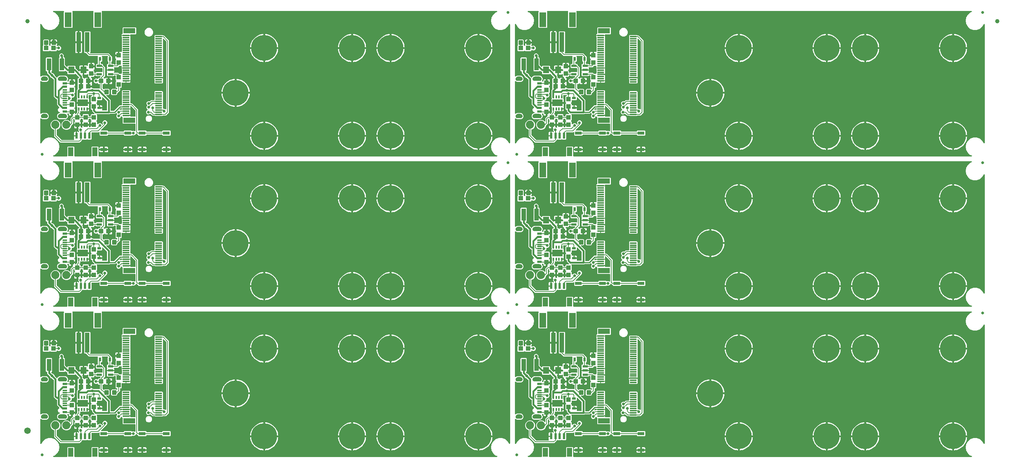
<source format=gtl>
G04 EAGLE Gerber RS-274X export*
G75*
%MOMM*%
%FSLAX34Y34*%
%LPD*%
%INTop Copper*%
%IPPOS*%
%AMOC8*
5,1,8,0,0,1.08239X$1,22.5*%
G01*
%ADD10R,1.000000X0.300000*%
%ADD11R,1.000000X0.600000*%
%ADD12C,0.755600*%
%ADD13R,1.000000X1.100000*%
%ADD14C,0.635000*%
%ADD15R,1.524000X0.762000*%
%ADD16C,6.000000*%
%ADD17R,1.100000X1.000000*%
%ADD18C,0.300000*%
%ADD19R,1.550000X0.300000*%
%ADD20R,2.750000X1.200000*%
%ADD21R,1.200000X2.000000*%
%ADD22R,0.600000X1.350000*%
%ADD23R,1.000000X4.600000*%
%ADD24R,1.600000X3.400000*%
%ADD25R,0.300000X0.650000*%
%ADD26R,2.350000X1.600000*%
%ADD27R,1.400000X1.600000*%
%ADD28C,1.879600*%
%ADD29R,0.830000X0.630000*%
%ADD30R,1.000000X2.800000*%
%ADD31R,1.200000X0.550000*%
%ADD32R,0.630000X0.830000*%
%ADD33C,1.000000*%
%ADD34C,1.500000*%
%ADD35C,0.203200*%
%ADD36C,0.660400*%
%ADD37C,0.228600*%
%ADD38C,0.406400*%

G36*
X64610Y3311D02*
X64610Y3311D01*
X64668Y3309D01*
X64750Y3331D01*
X64834Y3343D01*
X64887Y3366D01*
X64943Y3381D01*
X65016Y3424D01*
X65093Y3459D01*
X65138Y3497D01*
X65188Y3526D01*
X65246Y3588D01*
X65310Y3642D01*
X65342Y3691D01*
X65382Y3734D01*
X65421Y3809D01*
X65468Y3879D01*
X65485Y3935D01*
X65512Y3987D01*
X65523Y4055D01*
X65553Y4150D01*
X65556Y4250D01*
X65567Y4318D01*
X65567Y24892D01*
X66758Y26083D01*
X80442Y26083D01*
X81633Y24892D01*
X81633Y4318D01*
X81641Y4260D01*
X81639Y4202D01*
X81661Y4120D01*
X81673Y4036D01*
X81696Y3983D01*
X81711Y3927D01*
X81754Y3854D01*
X81789Y3777D01*
X81827Y3732D01*
X81856Y3682D01*
X81918Y3624D01*
X81972Y3560D01*
X82021Y3528D01*
X82064Y3488D01*
X82139Y3449D01*
X82209Y3402D01*
X82265Y3385D01*
X82317Y3358D01*
X82385Y3347D01*
X82480Y3317D01*
X82580Y3314D01*
X82648Y3303D01*
X120552Y3303D01*
X120610Y3311D01*
X120668Y3309D01*
X120750Y3331D01*
X120834Y3343D01*
X120887Y3366D01*
X120943Y3381D01*
X121016Y3424D01*
X121093Y3459D01*
X121138Y3497D01*
X121188Y3526D01*
X121246Y3588D01*
X121310Y3642D01*
X121342Y3691D01*
X121382Y3734D01*
X121421Y3809D01*
X121468Y3879D01*
X121485Y3935D01*
X121512Y3987D01*
X121523Y4055D01*
X121553Y4150D01*
X121556Y4250D01*
X121567Y4318D01*
X121567Y24892D01*
X122758Y26083D01*
X136442Y26083D01*
X137633Y24892D01*
X137633Y4318D01*
X137641Y4260D01*
X137639Y4202D01*
X137661Y4120D01*
X137673Y4036D01*
X137696Y3983D01*
X137711Y3927D01*
X137754Y3854D01*
X137789Y3777D01*
X137827Y3732D01*
X137856Y3682D01*
X137918Y3624D01*
X137972Y3560D01*
X138021Y3528D01*
X138064Y3488D01*
X138139Y3449D01*
X138209Y3402D01*
X138265Y3385D01*
X138317Y3358D01*
X138385Y3347D01*
X138480Y3317D01*
X138580Y3314D01*
X138648Y3303D01*
X1058627Y3303D01*
X1058734Y3318D01*
X1058841Y3326D01*
X1058874Y3338D01*
X1058908Y3343D01*
X1059007Y3387D01*
X1059108Y3424D01*
X1059136Y3445D01*
X1059168Y3459D01*
X1059250Y3529D01*
X1059337Y3592D01*
X1059358Y3620D01*
X1059385Y3642D01*
X1059445Y3732D01*
X1059510Y3818D01*
X1059523Y3850D01*
X1059542Y3879D01*
X1059575Y3982D01*
X1059615Y4082D01*
X1059618Y4117D01*
X1059628Y4150D01*
X1059631Y4258D01*
X1059641Y4365D01*
X1059635Y4400D01*
X1059636Y4434D01*
X1059608Y4539D01*
X1059588Y4645D01*
X1059573Y4676D01*
X1059564Y4709D01*
X1059509Y4802D01*
X1059460Y4898D01*
X1059436Y4924D01*
X1059418Y4954D01*
X1059340Y5028D01*
X1059266Y5107D01*
X1059239Y5122D01*
X1059211Y5148D01*
X1059020Y5246D01*
X1058974Y5272D01*
X1055838Y6413D01*
X1050005Y11308D01*
X1046198Y17902D01*
X1044876Y25400D01*
X1046198Y32898D01*
X1050005Y39492D01*
X1055838Y44387D01*
X1062993Y46991D01*
X1070607Y46991D01*
X1077762Y44387D01*
X1083595Y39492D01*
X1087003Y33589D01*
X1087015Y33574D01*
X1087023Y33556D01*
X1087102Y33462D01*
X1087178Y33365D01*
X1087194Y33354D01*
X1087207Y33339D01*
X1087309Y33271D01*
X1087408Y33199D01*
X1087427Y33192D01*
X1087443Y33181D01*
X1087560Y33144D01*
X1087676Y33103D01*
X1087696Y33101D01*
X1087714Y33096D01*
X1087837Y33092D01*
X1087960Y33085D01*
X1087979Y33089D01*
X1087998Y33088D01*
X1088117Y33119D01*
X1088237Y33146D01*
X1088255Y33155D01*
X1088273Y33160D01*
X1088379Y33223D01*
X1088487Y33282D01*
X1088501Y33295D01*
X1088518Y33305D01*
X1088602Y33395D01*
X1088689Y33481D01*
X1088699Y33498D01*
X1088712Y33513D01*
X1088768Y33622D01*
X1088828Y33729D01*
X1088833Y33748D01*
X1088842Y33766D01*
X1088854Y33838D01*
X1088893Y34006D01*
X1088891Y34057D01*
X1088897Y34097D01*
X1088897Y308803D01*
X1088895Y308823D01*
X1088897Y308842D01*
X1088875Y308963D01*
X1088857Y309085D01*
X1088849Y309102D01*
X1088846Y309122D01*
X1088791Y309232D01*
X1088741Y309344D01*
X1088729Y309359D01*
X1088720Y309377D01*
X1088637Y309467D01*
X1088558Y309561D01*
X1088541Y309572D01*
X1088528Y309586D01*
X1088423Y309651D01*
X1088321Y309719D01*
X1088302Y309725D01*
X1088286Y309735D01*
X1088167Y309767D01*
X1088050Y309804D01*
X1088030Y309805D01*
X1088011Y309810D01*
X1087889Y309809D01*
X1087766Y309812D01*
X1087747Y309807D01*
X1087727Y309807D01*
X1087609Y309771D01*
X1087491Y309740D01*
X1087474Y309730D01*
X1087455Y309724D01*
X1087352Y309657D01*
X1087246Y309595D01*
X1087233Y309580D01*
X1087216Y309570D01*
X1087170Y309513D01*
X1087052Y309387D01*
X1087028Y309342D01*
X1087003Y309311D01*
X1083595Y303408D01*
X1077762Y298513D01*
X1070607Y295909D01*
X1062993Y295909D01*
X1055838Y298513D01*
X1050005Y303408D01*
X1046198Y310002D01*
X1044876Y317500D01*
X1046198Y324998D01*
X1050005Y331592D01*
X1055838Y336487D01*
X1058974Y337628D01*
X1059069Y337679D01*
X1059168Y337723D01*
X1059194Y337745D01*
X1059225Y337762D01*
X1059302Y337837D01*
X1059385Y337907D01*
X1059404Y337935D01*
X1059429Y337960D01*
X1059483Y338053D01*
X1059542Y338143D01*
X1059553Y338176D01*
X1059570Y338206D01*
X1059596Y338311D01*
X1059628Y338414D01*
X1059629Y338449D01*
X1059637Y338483D01*
X1059633Y338590D01*
X1059636Y338698D01*
X1059627Y338732D01*
X1059625Y338767D01*
X1059591Y338869D01*
X1059564Y338973D01*
X1059546Y339003D01*
X1059535Y339036D01*
X1059474Y339125D01*
X1059418Y339218D01*
X1059393Y339242D01*
X1059373Y339270D01*
X1059290Y339338D01*
X1059211Y339412D01*
X1059180Y339428D01*
X1059153Y339450D01*
X1059054Y339493D01*
X1058958Y339542D01*
X1058927Y339547D01*
X1058892Y339562D01*
X1058680Y339588D01*
X1058627Y339597D01*
X146128Y339597D01*
X146099Y339593D01*
X146070Y339596D01*
X145959Y339573D01*
X145847Y339557D01*
X145820Y339545D01*
X145791Y339540D01*
X145691Y339487D01*
X145588Y339441D01*
X145565Y339422D01*
X145539Y339409D01*
X145457Y339331D01*
X145371Y339258D01*
X145354Y339233D01*
X145333Y339213D01*
X145276Y339115D01*
X145213Y339021D01*
X145204Y338993D01*
X145189Y338968D01*
X145161Y338858D01*
X145127Y338750D01*
X145126Y338720D01*
X145119Y338692D01*
X145123Y338579D01*
X145120Y338466D01*
X145127Y338437D01*
X145128Y338408D01*
X145163Y338300D01*
X145192Y338191D01*
X145207Y338165D01*
X145216Y338137D01*
X145261Y338073D01*
X145337Y337946D01*
X145383Y337903D01*
X145411Y337864D01*
X145633Y337642D01*
X145633Y301958D01*
X144442Y300767D01*
X126758Y300767D01*
X125567Y301958D01*
X125567Y337642D01*
X125789Y337864D01*
X125807Y337888D01*
X125829Y337907D01*
X125892Y338001D01*
X125960Y338091D01*
X125971Y338119D01*
X125987Y338143D01*
X126021Y338251D01*
X126062Y338357D01*
X126064Y338386D01*
X126073Y338414D01*
X126076Y338527D01*
X126085Y338640D01*
X126079Y338669D01*
X126080Y338698D01*
X126052Y338808D01*
X126029Y338919D01*
X126016Y338945D01*
X126008Y338973D01*
X125951Y339071D01*
X125898Y339171D01*
X125878Y339193D01*
X125863Y339218D01*
X125780Y339295D01*
X125702Y339377D01*
X125677Y339392D01*
X125656Y339412D01*
X125555Y339464D01*
X125457Y339521D01*
X125429Y339528D01*
X125403Y339542D01*
X125325Y339555D01*
X125182Y339591D01*
X125119Y339589D01*
X125072Y339597D01*
X78128Y339597D01*
X78099Y339593D01*
X78070Y339596D01*
X77959Y339573D01*
X77847Y339557D01*
X77820Y339545D01*
X77791Y339540D01*
X77691Y339487D01*
X77588Y339441D01*
X77565Y339422D01*
X77539Y339409D01*
X77457Y339331D01*
X77371Y339258D01*
X77354Y339233D01*
X77333Y339213D01*
X77276Y339115D01*
X77213Y339021D01*
X77204Y338993D01*
X77189Y338968D01*
X77161Y338858D01*
X77127Y338750D01*
X77126Y338720D01*
X77119Y338692D01*
X77123Y338579D01*
X77120Y338466D01*
X77127Y338437D01*
X77128Y338408D01*
X77163Y338300D01*
X77192Y338191D01*
X77207Y338165D01*
X77216Y338137D01*
X77261Y338073D01*
X77337Y337946D01*
X77383Y337903D01*
X77411Y337864D01*
X77633Y337642D01*
X77633Y301958D01*
X76442Y300767D01*
X58758Y300767D01*
X57567Y301958D01*
X57567Y337642D01*
X57789Y337864D01*
X57807Y337888D01*
X57829Y337907D01*
X57892Y338001D01*
X57960Y338091D01*
X57971Y338119D01*
X57987Y338143D01*
X58021Y338251D01*
X58062Y338357D01*
X58064Y338386D01*
X58073Y338414D01*
X58076Y338527D01*
X58085Y338640D01*
X58079Y338669D01*
X58080Y338698D01*
X58052Y338808D01*
X58029Y338919D01*
X58016Y338945D01*
X58008Y338973D01*
X57951Y339071D01*
X57898Y339171D01*
X57878Y339193D01*
X57863Y339218D01*
X57780Y339295D01*
X57702Y339377D01*
X57677Y339392D01*
X57656Y339412D01*
X57555Y339464D01*
X57457Y339521D01*
X57429Y339528D01*
X57403Y339542D01*
X57325Y339555D01*
X57182Y339591D01*
X57119Y339589D01*
X57072Y339597D01*
X33573Y339597D01*
X33466Y339582D01*
X33359Y339574D01*
X33326Y339562D01*
X33292Y339557D01*
X33193Y339513D01*
X33092Y339476D01*
X33064Y339455D01*
X33032Y339441D01*
X32950Y339371D01*
X32863Y339308D01*
X32842Y339280D01*
X32815Y339258D01*
X32755Y339168D01*
X32690Y339082D01*
X32677Y339050D01*
X32658Y339021D01*
X32625Y338918D01*
X32585Y338818D01*
X32582Y338783D01*
X32572Y338750D01*
X32569Y338642D01*
X32559Y338535D01*
X32565Y338500D01*
X32564Y338466D01*
X32592Y338361D01*
X32612Y338255D01*
X32627Y338224D01*
X32636Y338191D01*
X32691Y338098D01*
X32740Y338002D01*
X32764Y337976D01*
X32782Y337946D01*
X32860Y337872D01*
X32934Y337793D01*
X32961Y337778D01*
X32989Y337752D01*
X33180Y337654D01*
X33226Y337628D01*
X36362Y336487D01*
X42195Y331592D01*
X46002Y324998D01*
X47324Y317500D01*
X46002Y310002D01*
X42195Y303408D01*
X36362Y298513D01*
X29207Y295909D01*
X21593Y295909D01*
X14438Y298513D01*
X8605Y303408D01*
X5197Y309311D01*
X5185Y309326D01*
X5177Y309344D01*
X5098Y309438D01*
X5022Y309535D01*
X5006Y309546D01*
X4993Y309561D01*
X4891Y309629D01*
X4792Y309701D01*
X4773Y309708D01*
X4757Y309719D01*
X4640Y309756D01*
X4524Y309797D01*
X4504Y309799D01*
X4486Y309804D01*
X4363Y309808D01*
X4240Y309815D01*
X4221Y309811D01*
X4202Y309812D01*
X4083Y309781D01*
X3963Y309754D01*
X3945Y309745D01*
X3927Y309740D01*
X3821Y309677D01*
X3713Y309618D01*
X3699Y309605D01*
X3682Y309595D01*
X3598Y309505D01*
X3511Y309419D01*
X3501Y309402D01*
X3488Y309387D01*
X3432Y309278D01*
X3372Y309171D01*
X3367Y309152D01*
X3358Y309134D01*
X3346Y309062D01*
X3307Y308894D01*
X3309Y308843D01*
X3303Y308803D01*
X3303Y189119D01*
X3311Y189062D01*
X3309Y189004D01*
X3331Y188922D01*
X3343Y188838D01*
X3366Y188785D01*
X3381Y188729D01*
X3424Y188656D01*
X3459Y188578D01*
X3496Y188534D01*
X3526Y188484D01*
X3588Y188426D01*
X3642Y188361D01*
X3691Y188329D01*
X3733Y188289D01*
X3809Y188251D01*
X3879Y188204D01*
X3935Y188186D01*
X3986Y188160D01*
X4069Y188144D01*
X4150Y188118D01*
X4208Y188116D01*
X4265Y188105D01*
X4350Y188113D01*
X4434Y188111D01*
X4491Y188125D01*
X4548Y188130D01*
X4612Y188157D01*
X4709Y188182D01*
X4795Y188233D01*
X4858Y188260D01*
X5029Y188367D01*
X5143Y188463D01*
X5207Y188509D01*
X5702Y189004D01*
X6363Y189235D01*
X6496Y189304D01*
X6568Y189334D01*
X7161Y189707D01*
X7857Y189785D01*
X8002Y189822D01*
X8079Y189836D01*
X8585Y190013D01*
X8621Y190007D01*
X8715Y189977D01*
X8816Y189974D01*
X8884Y189963D01*
X9376Y189963D01*
X9440Y189972D01*
X9490Y189969D01*
X10225Y190052D01*
X10246Y190040D01*
X10276Y190032D01*
X10303Y190018D01*
X10380Y190005D01*
X10521Y189969D01*
X10585Y189971D01*
X10634Y189963D01*
X14466Y189963D01*
X14496Y189967D01*
X14527Y189965D01*
X14637Y189987D01*
X14747Y190003D01*
X14775Y190015D01*
X14806Y190021D01*
X14863Y190053D01*
X15610Y189969D01*
X15675Y189971D01*
X15724Y189963D01*
X16216Y189963D01*
X16275Y189971D01*
X16334Y189970D01*
X16400Y189989D01*
X16497Y190003D01*
X16518Y190012D01*
X17021Y189836D01*
X17167Y189807D01*
X17243Y189785D01*
X17939Y189707D01*
X18532Y189334D01*
X18668Y189273D01*
X18737Y189235D01*
X19398Y189004D01*
X19893Y188509D01*
X20012Y188419D01*
X20071Y188367D01*
X20664Y187994D01*
X21037Y187401D01*
X21133Y187287D01*
X21179Y187223D01*
X21674Y186728D01*
X21905Y186067D01*
X21974Y185934D01*
X22004Y185862D01*
X22377Y185269D01*
X22455Y184573D01*
X22492Y184428D01*
X22506Y184351D01*
X22737Y183690D01*
X22659Y182994D01*
X22663Y182844D01*
X22659Y182766D01*
X22737Y182070D01*
X22506Y181409D01*
X22477Y181263D01*
X22455Y181187D01*
X22377Y180491D01*
X22004Y179898D01*
X21943Y179762D01*
X21905Y179693D01*
X21674Y179032D01*
X21179Y178537D01*
X21089Y178418D01*
X21037Y178359D01*
X20664Y177766D01*
X20071Y177393D01*
X19957Y177297D01*
X19893Y177251D01*
X19398Y176756D01*
X18737Y176525D01*
X18604Y176456D01*
X18532Y176426D01*
X17939Y176053D01*
X17243Y175975D01*
X17098Y175937D01*
X17021Y175924D01*
X16515Y175747D01*
X16479Y175753D01*
X16385Y175783D01*
X16284Y175786D01*
X16216Y175797D01*
X15724Y175797D01*
X15660Y175788D01*
X15610Y175791D01*
X14875Y175708D01*
X14854Y175720D01*
X14824Y175728D01*
X14797Y175742D01*
X14720Y175755D01*
X14579Y175791D01*
X14515Y175789D01*
X14466Y175797D01*
X10634Y175797D01*
X10604Y175793D01*
X10573Y175795D01*
X10463Y175773D01*
X10353Y175757D01*
X10325Y175745D01*
X10294Y175739D01*
X10237Y175707D01*
X9490Y175791D01*
X9425Y175789D01*
X9376Y175797D01*
X8884Y175797D01*
X8825Y175789D01*
X8766Y175790D01*
X8700Y175771D01*
X8603Y175757D01*
X8582Y175748D01*
X8079Y175924D01*
X7933Y175953D01*
X7857Y175975D01*
X7161Y176053D01*
X6568Y176426D01*
X6432Y176487D01*
X6363Y176525D01*
X5702Y176756D01*
X5207Y177251D01*
X5088Y177341D01*
X5029Y177393D01*
X4858Y177500D01*
X4805Y177524D01*
X4757Y177556D01*
X4676Y177582D01*
X4599Y177616D01*
X4541Y177625D01*
X4486Y177642D01*
X4401Y177644D01*
X4317Y177656D01*
X4260Y177648D01*
X4202Y177649D01*
X4120Y177628D01*
X4036Y177616D01*
X3983Y177592D01*
X3927Y177578D01*
X3854Y177534D01*
X3776Y177499D01*
X3732Y177462D01*
X3682Y177432D01*
X3624Y177370D01*
X3560Y177316D01*
X3527Y177267D01*
X3488Y177225D01*
X3449Y177149D01*
X3402Y177079D01*
X3385Y177024D01*
X3358Y176972D01*
X3347Y176903D01*
X3317Y176808D01*
X3314Y176709D01*
X3303Y176641D01*
X3303Y102759D01*
X3310Y102707D01*
X3309Y102681D01*
X3310Y102678D01*
X3309Y102644D01*
X3331Y102562D01*
X3343Y102478D01*
X3366Y102425D01*
X3381Y102369D01*
X3424Y102296D01*
X3459Y102218D01*
X3496Y102174D01*
X3526Y102124D01*
X3588Y102066D01*
X3642Y102001D01*
X3691Y101969D01*
X3733Y101929D01*
X3809Y101891D01*
X3879Y101844D01*
X3935Y101826D01*
X3986Y101800D01*
X4069Y101784D01*
X4150Y101758D01*
X4208Y101756D01*
X4265Y101745D01*
X4350Y101753D01*
X4434Y101751D01*
X4491Y101765D01*
X4548Y101770D01*
X4612Y101797D01*
X4709Y101822D01*
X4795Y101873D01*
X4858Y101900D01*
X5029Y102007D01*
X5143Y102103D01*
X5207Y102149D01*
X5702Y102644D01*
X6363Y102875D01*
X6496Y102944D01*
X6568Y102974D01*
X7161Y103347D01*
X7857Y103425D01*
X8002Y103462D01*
X8079Y103476D01*
X8585Y103653D01*
X8621Y103647D01*
X8715Y103617D01*
X8816Y103614D01*
X8884Y103603D01*
X9376Y103603D01*
X9440Y103612D01*
X9490Y103609D01*
X10225Y103692D01*
X10246Y103680D01*
X10276Y103672D01*
X10303Y103658D01*
X10380Y103645D01*
X10521Y103609D01*
X10585Y103611D01*
X10634Y103603D01*
X14466Y103603D01*
X14496Y103607D01*
X14527Y103605D01*
X14637Y103627D01*
X14747Y103643D01*
X14775Y103655D01*
X14806Y103661D01*
X14863Y103693D01*
X15610Y103609D01*
X15675Y103611D01*
X15724Y103603D01*
X16216Y103603D01*
X16275Y103611D01*
X16334Y103610D01*
X16400Y103629D01*
X16497Y103643D01*
X16518Y103652D01*
X17021Y103476D01*
X17167Y103447D01*
X17243Y103425D01*
X17939Y103347D01*
X18532Y102974D01*
X18668Y102913D01*
X18737Y102875D01*
X19398Y102644D01*
X19893Y102149D01*
X20012Y102059D01*
X20071Y102007D01*
X20664Y101634D01*
X21037Y101041D01*
X21133Y100927D01*
X21179Y100863D01*
X21674Y100368D01*
X21905Y99707D01*
X21974Y99574D01*
X22004Y99502D01*
X22377Y98909D01*
X22455Y98213D01*
X22492Y98068D01*
X22506Y97991D01*
X22737Y97330D01*
X22659Y96634D01*
X22663Y96484D01*
X22659Y96406D01*
X22737Y95710D01*
X22506Y95049D01*
X22477Y94903D01*
X22471Y94883D01*
X22458Y94843D01*
X22458Y94838D01*
X22455Y94827D01*
X22377Y94131D01*
X22004Y93538D01*
X21943Y93402D01*
X21905Y93333D01*
X21674Y92672D01*
X21179Y92177D01*
X21089Y92058D01*
X21037Y91999D01*
X20664Y91406D01*
X20071Y91033D01*
X19957Y90937D01*
X19893Y90891D01*
X19398Y90396D01*
X18737Y90165D01*
X18604Y90096D01*
X18532Y90066D01*
X17939Y89693D01*
X17243Y89615D01*
X17098Y89577D01*
X17021Y89564D01*
X16515Y89387D01*
X16479Y89393D01*
X16385Y89423D01*
X16284Y89426D01*
X16216Y89437D01*
X15724Y89437D01*
X15660Y89428D01*
X15610Y89431D01*
X14875Y89348D01*
X14854Y89360D01*
X14824Y89368D01*
X14797Y89382D01*
X14720Y89395D01*
X14579Y89431D01*
X14515Y89429D01*
X14466Y89437D01*
X10634Y89437D01*
X10604Y89433D01*
X10573Y89435D01*
X10463Y89413D01*
X10353Y89397D01*
X10325Y89385D01*
X10294Y89379D01*
X10237Y89347D01*
X9490Y89431D01*
X9425Y89429D01*
X9376Y89437D01*
X8884Y89437D01*
X8825Y89429D01*
X8766Y89430D01*
X8700Y89411D01*
X8603Y89397D01*
X8582Y89388D01*
X8079Y89564D01*
X7933Y89593D01*
X7857Y89615D01*
X7161Y89693D01*
X6568Y90066D01*
X6432Y90127D01*
X6363Y90165D01*
X5702Y90396D01*
X5207Y90891D01*
X5088Y90981D01*
X5029Y91033D01*
X4858Y91140D01*
X4805Y91164D01*
X4757Y91196D01*
X4676Y91222D01*
X4599Y91256D01*
X4541Y91265D01*
X4486Y91282D01*
X4401Y91284D01*
X4317Y91296D01*
X4260Y91288D01*
X4202Y91289D01*
X4120Y91268D01*
X4036Y91256D01*
X3983Y91232D01*
X3927Y91218D01*
X3854Y91174D01*
X3776Y91140D01*
X3732Y91102D01*
X3682Y91072D01*
X3624Y91010D01*
X3560Y90956D01*
X3527Y90907D01*
X3488Y90865D01*
X3449Y90790D01*
X3402Y90719D01*
X3385Y90664D01*
X3358Y90612D01*
X3347Y90544D01*
X3317Y90448D01*
X3314Y90349D01*
X3303Y90281D01*
X3303Y34097D01*
X3305Y34077D01*
X3303Y34058D01*
X3325Y33937D01*
X3343Y33815D01*
X3351Y33798D01*
X3354Y33778D01*
X3409Y33668D01*
X3459Y33556D01*
X3471Y33541D01*
X3480Y33523D01*
X3563Y33433D01*
X3642Y33339D01*
X3659Y33328D01*
X3672Y33314D01*
X3777Y33249D01*
X3879Y33181D01*
X3898Y33175D01*
X3914Y33165D01*
X4033Y33133D01*
X4150Y33096D01*
X4170Y33095D01*
X4189Y33090D01*
X4311Y33091D01*
X4434Y33088D01*
X4453Y33093D01*
X4473Y33093D01*
X4591Y33129D01*
X4709Y33160D01*
X4726Y33170D01*
X4745Y33176D01*
X4848Y33243D01*
X4954Y33305D01*
X4967Y33320D01*
X4984Y33330D01*
X5030Y33387D01*
X5148Y33513D01*
X5172Y33558D01*
X5197Y33589D01*
X8605Y39492D01*
X14438Y44387D01*
X21593Y46991D01*
X29207Y46991D01*
X36362Y44387D01*
X42195Y39492D01*
X46002Y32898D01*
X47324Y25400D01*
X46002Y17902D01*
X42195Y11308D01*
X36362Y6413D01*
X33226Y5272D01*
X33131Y5221D01*
X33032Y5177D01*
X33006Y5155D01*
X32975Y5138D01*
X32898Y5063D01*
X32815Y4993D01*
X32796Y4965D01*
X32771Y4940D01*
X32717Y4847D01*
X32658Y4757D01*
X32647Y4724D01*
X32630Y4694D01*
X32604Y4589D01*
X32572Y4486D01*
X32571Y4451D01*
X32563Y4417D01*
X32567Y4310D01*
X32564Y4202D01*
X32573Y4168D01*
X32575Y4133D01*
X32609Y4031D01*
X32636Y3927D01*
X32654Y3897D01*
X32665Y3864D01*
X32726Y3775D01*
X32782Y3682D01*
X32807Y3658D01*
X32827Y3630D01*
X32910Y3562D01*
X32989Y3488D01*
X33020Y3472D01*
X33047Y3450D01*
X33146Y3407D01*
X33242Y3358D01*
X33273Y3353D01*
X33308Y3338D01*
X33520Y3312D01*
X33573Y3303D01*
X64552Y3303D01*
X64610Y3311D01*
G37*
G36*
X1161890Y351291D02*
X1161890Y351291D01*
X1161948Y351289D01*
X1162030Y351311D01*
X1162114Y351323D01*
X1162167Y351346D01*
X1162223Y351361D01*
X1162296Y351404D01*
X1162373Y351439D01*
X1162418Y351477D01*
X1162468Y351506D01*
X1162526Y351568D01*
X1162590Y351622D01*
X1162622Y351671D01*
X1162662Y351714D01*
X1162701Y351789D01*
X1162748Y351859D01*
X1162765Y351915D01*
X1162792Y351967D01*
X1162803Y352035D01*
X1162833Y352130D01*
X1162836Y352230D01*
X1162847Y352298D01*
X1162847Y372872D01*
X1164038Y374063D01*
X1177722Y374063D01*
X1178913Y372872D01*
X1178913Y352298D01*
X1178921Y352240D01*
X1178919Y352182D01*
X1178941Y352100D01*
X1178953Y352016D01*
X1178976Y351963D01*
X1178991Y351907D01*
X1179034Y351834D01*
X1179069Y351757D01*
X1179107Y351712D01*
X1179136Y351662D01*
X1179198Y351604D01*
X1179252Y351540D01*
X1179301Y351508D01*
X1179344Y351468D01*
X1179419Y351429D01*
X1179489Y351382D01*
X1179545Y351365D01*
X1179597Y351338D01*
X1179665Y351327D01*
X1179760Y351297D01*
X1179860Y351294D01*
X1179928Y351283D01*
X1217832Y351283D01*
X1217890Y351291D01*
X1217948Y351289D01*
X1218030Y351311D01*
X1218114Y351323D01*
X1218167Y351346D01*
X1218223Y351361D01*
X1218296Y351404D01*
X1218373Y351439D01*
X1218418Y351477D01*
X1218468Y351506D01*
X1218526Y351568D01*
X1218590Y351622D01*
X1218622Y351671D01*
X1218662Y351714D01*
X1218701Y351789D01*
X1218748Y351859D01*
X1218765Y351915D01*
X1218792Y351967D01*
X1218803Y352035D01*
X1218833Y352130D01*
X1218836Y352230D01*
X1218847Y352298D01*
X1218847Y372872D01*
X1220038Y374063D01*
X1233722Y374063D01*
X1234913Y372872D01*
X1234913Y352298D01*
X1234921Y352240D01*
X1234919Y352182D01*
X1234941Y352100D01*
X1234953Y352016D01*
X1234976Y351963D01*
X1234991Y351907D01*
X1235034Y351834D01*
X1235069Y351757D01*
X1235107Y351712D01*
X1235136Y351662D01*
X1235198Y351604D01*
X1235252Y351540D01*
X1235301Y351508D01*
X1235344Y351468D01*
X1235419Y351429D01*
X1235489Y351382D01*
X1235545Y351365D01*
X1235597Y351338D01*
X1235665Y351327D01*
X1235760Y351297D01*
X1235860Y351294D01*
X1235928Y351283D01*
X2155907Y351283D01*
X2156014Y351298D01*
X2156121Y351306D01*
X2156154Y351318D01*
X2156188Y351323D01*
X2156287Y351367D01*
X2156388Y351404D01*
X2156416Y351425D01*
X2156448Y351439D01*
X2156530Y351509D01*
X2156617Y351572D01*
X2156638Y351600D01*
X2156665Y351622D01*
X2156725Y351712D01*
X2156790Y351798D01*
X2156803Y351830D01*
X2156822Y351859D01*
X2156855Y351962D01*
X2156895Y352062D01*
X2156898Y352097D01*
X2156908Y352130D01*
X2156911Y352238D01*
X2156921Y352345D01*
X2156915Y352380D01*
X2156916Y352414D01*
X2156888Y352519D01*
X2156868Y352625D01*
X2156853Y352656D01*
X2156844Y352689D01*
X2156789Y352782D01*
X2156740Y352878D01*
X2156716Y352904D01*
X2156698Y352934D01*
X2156620Y353008D01*
X2156546Y353087D01*
X2156519Y353102D01*
X2156491Y353128D01*
X2156300Y353226D01*
X2156254Y353252D01*
X2153118Y354393D01*
X2147285Y359288D01*
X2143478Y365882D01*
X2142156Y373380D01*
X2143478Y380878D01*
X2147285Y387472D01*
X2153118Y392367D01*
X2160273Y394971D01*
X2167887Y394971D01*
X2175042Y392367D01*
X2180875Y387472D01*
X2184283Y381569D01*
X2184295Y381554D01*
X2184303Y381536D01*
X2184382Y381442D01*
X2184458Y381345D01*
X2184474Y381334D01*
X2184487Y381319D01*
X2184589Y381251D01*
X2184688Y381179D01*
X2184707Y381172D01*
X2184723Y381161D01*
X2184840Y381124D01*
X2184956Y381083D01*
X2184976Y381081D01*
X2184994Y381076D01*
X2185117Y381072D01*
X2185240Y381065D01*
X2185259Y381069D01*
X2185278Y381068D01*
X2185397Y381099D01*
X2185517Y381126D01*
X2185535Y381135D01*
X2185553Y381140D01*
X2185659Y381203D01*
X2185767Y381262D01*
X2185781Y381275D01*
X2185798Y381285D01*
X2185882Y381375D01*
X2185969Y381461D01*
X2185979Y381478D01*
X2185992Y381493D01*
X2186048Y381602D01*
X2186108Y381709D01*
X2186113Y381728D01*
X2186122Y381746D01*
X2186134Y381818D01*
X2186173Y381986D01*
X2186171Y382037D01*
X2186177Y382077D01*
X2186177Y656783D01*
X2186175Y656803D01*
X2186177Y656822D01*
X2186155Y656943D01*
X2186137Y657065D01*
X2186129Y657082D01*
X2186126Y657102D01*
X2186071Y657212D01*
X2186021Y657324D01*
X2186009Y657339D01*
X2186000Y657357D01*
X2185917Y657447D01*
X2185838Y657541D01*
X2185821Y657552D01*
X2185808Y657566D01*
X2185703Y657631D01*
X2185601Y657699D01*
X2185582Y657705D01*
X2185566Y657715D01*
X2185447Y657747D01*
X2185330Y657784D01*
X2185310Y657785D01*
X2185291Y657790D01*
X2185169Y657789D01*
X2185046Y657792D01*
X2185027Y657787D01*
X2185007Y657787D01*
X2184889Y657751D01*
X2184771Y657720D01*
X2184754Y657710D01*
X2184735Y657704D01*
X2184632Y657637D01*
X2184526Y657575D01*
X2184513Y657560D01*
X2184496Y657550D01*
X2184450Y657493D01*
X2184332Y657367D01*
X2184308Y657322D01*
X2184283Y657291D01*
X2180875Y651388D01*
X2175042Y646493D01*
X2167887Y643889D01*
X2160273Y643889D01*
X2153118Y646493D01*
X2147285Y651388D01*
X2143478Y657982D01*
X2142156Y665480D01*
X2143478Y672978D01*
X2147285Y679572D01*
X2153118Y684467D01*
X2156254Y685608D01*
X2156349Y685659D01*
X2156448Y685703D01*
X2156474Y685725D01*
X2156505Y685742D01*
X2156582Y685817D01*
X2156665Y685887D01*
X2156684Y685915D01*
X2156709Y685940D01*
X2156763Y686033D01*
X2156822Y686123D01*
X2156833Y686156D01*
X2156850Y686186D01*
X2156876Y686291D01*
X2156908Y686394D01*
X2156909Y686429D01*
X2156917Y686463D01*
X2156913Y686570D01*
X2156916Y686678D01*
X2156907Y686712D01*
X2156905Y686747D01*
X2156871Y686849D01*
X2156844Y686953D01*
X2156826Y686983D01*
X2156815Y687016D01*
X2156754Y687105D01*
X2156698Y687198D01*
X2156673Y687222D01*
X2156653Y687250D01*
X2156570Y687318D01*
X2156491Y687392D01*
X2156460Y687408D01*
X2156433Y687430D01*
X2156334Y687473D01*
X2156238Y687522D01*
X2156207Y687527D01*
X2156172Y687542D01*
X2155960Y687568D01*
X2155907Y687577D01*
X1243408Y687577D01*
X1243379Y687573D01*
X1243350Y687576D01*
X1243239Y687553D01*
X1243127Y687537D01*
X1243100Y687525D01*
X1243071Y687520D01*
X1242971Y687467D01*
X1242868Y687421D01*
X1242845Y687402D01*
X1242819Y687389D01*
X1242737Y687311D01*
X1242651Y687238D01*
X1242634Y687213D01*
X1242613Y687193D01*
X1242556Y687095D01*
X1242493Y687001D01*
X1242484Y686973D01*
X1242469Y686948D01*
X1242441Y686838D01*
X1242407Y686730D01*
X1242406Y686700D01*
X1242399Y686672D01*
X1242403Y686559D01*
X1242400Y686446D01*
X1242407Y686417D01*
X1242408Y686388D01*
X1242443Y686280D01*
X1242472Y686171D01*
X1242487Y686145D01*
X1242496Y686117D01*
X1242541Y686053D01*
X1242617Y685926D01*
X1242663Y685883D01*
X1242691Y685844D01*
X1242913Y685622D01*
X1242913Y649938D01*
X1241722Y648747D01*
X1224038Y648747D01*
X1222847Y649938D01*
X1222847Y685622D01*
X1223069Y685844D01*
X1223087Y685868D01*
X1223109Y685887D01*
X1223172Y685981D01*
X1223240Y686071D01*
X1223251Y686099D01*
X1223267Y686123D01*
X1223301Y686231D01*
X1223342Y686337D01*
X1223344Y686366D01*
X1223353Y686394D01*
X1223356Y686507D01*
X1223365Y686620D01*
X1223359Y686649D01*
X1223360Y686678D01*
X1223332Y686788D01*
X1223309Y686899D01*
X1223296Y686925D01*
X1223288Y686953D01*
X1223231Y687051D01*
X1223178Y687151D01*
X1223158Y687173D01*
X1223143Y687198D01*
X1223060Y687275D01*
X1222982Y687357D01*
X1222957Y687372D01*
X1222936Y687392D01*
X1222835Y687444D01*
X1222737Y687501D01*
X1222709Y687508D01*
X1222683Y687522D01*
X1222605Y687535D01*
X1222462Y687571D01*
X1222399Y687569D01*
X1222352Y687577D01*
X1175408Y687577D01*
X1175379Y687573D01*
X1175350Y687576D01*
X1175239Y687553D01*
X1175127Y687537D01*
X1175100Y687525D01*
X1175071Y687520D01*
X1174971Y687467D01*
X1174868Y687421D01*
X1174845Y687402D01*
X1174819Y687389D01*
X1174737Y687311D01*
X1174651Y687238D01*
X1174634Y687213D01*
X1174613Y687193D01*
X1174556Y687095D01*
X1174493Y687001D01*
X1174484Y686973D01*
X1174469Y686948D01*
X1174441Y686838D01*
X1174407Y686730D01*
X1174406Y686700D01*
X1174399Y686672D01*
X1174403Y686559D01*
X1174400Y686446D01*
X1174407Y686417D01*
X1174408Y686388D01*
X1174443Y686280D01*
X1174472Y686171D01*
X1174487Y686145D01*
X1174496Y686117D01*
X1174541Y686053D01*
X1174617Y685926D01*
X1174663Y685883D01*
X1174691Y685844D01*
X1174913Y685622D01*
X1174913Y649938D01*
X1173722Y648747D01*
X1156038Y648747D01*
X1154847Y649938D01*
X1154847Y685622D01*
X1155069Y685844D01*
X1155087Y685868D01*
X1155109Y685887D01*
X1155172Y685981D01*
X1155240Y686071D01*
X1155251Y686099D01*
X1155267Y686123D01*
X1155301Y686231D01*
X1155342Y686337D01*
X1155344Y686366D01*
X1155353Y686394D01*
X1155356Y686507D01*
X1155365Y686620D01*
X1155359Y686649D01*
X1155360Y686678D01*
X1155332Y686788D01*
X1155309Y686899D01*
X1155296Y686925D01*
X1155288Y686953D01*
X1155231Y687051D01*
X1155178Y687151D01*
X1155158Y687173D01*
X1155143Y687198D01*
X1155060Y687275D01*
X1154982Y687357D01*
X1154957Y687372D01*
X1154936Y687392D01*
X1154835Y687444D01*
X1154737Y687501D01*
X1154709Y687508D01*
X1154683Y687522D01*
X1154605Y687535D01*
X1154462Y687571D01*
X1154399Y687569D01*
X1154352Y687577D01*
X1130853Y687577D01*
X1130746Y687562D01*
X1130639Y687554D01*
X1130606Y687542D01*
X1130572Y687537D01*
X1130473Y687493D01*
X1130372Y687456D01*
X1130344Y687435D01*
X1130312Y687421D01*
X1130230Y687351D01*
X1130143Y687288D01*
X1130122Y687260D01*
X1130095Y687238D01*
X1130035Y687148D01*
X1129970Y687062D01*
X1129957Y687030D01*
X1129938Y687001D01*
X1129905Y686898D01*
X1129865Y686798D01*
X1129862Y686763D01*
X1129852Y686730D01*
X1129849Y686622D01*
X1129839Y686515D01*
X1129845Y686480D01*
X1129844Y686446D01*
X1129872Y686341D01*
X1129892Y686235D01*
X1129907Y686204D01*
X1129916Y686171D01*
X1129971Y686078D01*
X1130020Y685982D01*
X1130044Y685956D01*
X1130062Y685926D01*
X1130140Y685852D01*
X1130214Y685773D01*
X1130241Y685758D01*
X1130269Y685732D01*
X1130460Y685634D01*
X1130506Y685608D01*
X1133642Y684467D01*
X1139475Y679572D01*
X1143282Y672978D01*
X1144604Y665480D01*
X1143282Y657982D01*
X1139475Y651388D01*
X1133642Y646493D01*
X1126487Y643889D01*
X1118873Y643889D01*
X1111718Y646493D01*
X1105885Y651388D01*
X1102477Y657291D01*
X1102465Y657306D01*
X1102457Y657324D01*
X1102378Y657418D01*
X1102302Y657515D01*
X1102286Y657526D01*
X1102273Y657541D01*
X1102171Y657609D01*
X1102072Y657681D01*
X1102053Y657688D01*
X1102037Y657699D01*
X1101920Y657736D01*
X1101804Y657777D01*
X1101784Y657779D01*
X1101766Y657784D01*
X1101643Y657788D01*
X1101520Y657795D01*
X1101501Y657791D01*
X1101482Y657792D01*
X1101363Y657761D01*
X1101243Y657734D01*
X1101225Y657725D01*
X1101207Y657720D01*
X1101101Y657657D01*
X1100993Y657598D01*
X1100979Y657585D01*
X1100962Y657575D01*
X1100878Y657485D01*
X1100791Y657399D01*
X1100781Y657382D01*
X1100768Y657367D01*
X1100712Y657258D01*
X1100652Y657151D01*
X1100647Y657132D01*
X1100638Y657114D01*
X1100626Y657042D01*
X1100587Y656874D01*
X1100589Y656823D01*
X1100583Y656783D01*
X1100583Y537099D01*
X1100591Y537042D01*
X1100589Y536984D01*
X1100611Y536902D01*
X1100623Y536818D01*
X1100646Y536765D01*
X1100661Y536709D01*
X1100704Y536636D01*
X1100739Y536558D01*
X1100776Y536514D01*
X1100806Y536464D01*
X1100868Y536406D01*
X1100922Y536341D01*
X1100971Y536309D01*
X1101013Y536269D01*
X1101088Y536231D01*
X1101159Y536184D01*
X1101215Y536166D01*
X1101266Y536140D01*
X1101349Y536124D01*
X1101430Y536098D01*
X1101488Y536096D01*
X1101545Y536085D01*
X1101630Y536093D01*
X1101714Y536091D01*
X1101770Y536105D01*
X1101828Y536110D01*
X1101892Y536137D01*
X1101989Y536162D01*
X1102075Y536213D01*
X1102138Y536240D01*
X1102309Y536347D01*
X1102423Y536443D01*
X1102487Y536489D01*
X1102982Y536984D01*
X1103643Y537215D01*
X1103776Y537284D01*
X1103848Y537314D01*
X1104441Y537687D01*
X1105137Y537765D01*
X1105282Y537803D01*
X1105359Y537816D01*
X1105865Y537993D01*
X1105901Y537987D01*
X1105995Y537957D01*
X1106096Y537954D01*
X1106164Y537943D01*
X1106656Y537943D01*
X1106720Y537952D01*
X1106770Y537949D01*
X1107505Y538032D01*
X1107526Y538020D01*
X1107556Y538012D01*
X1107583Y537998D01*
X1107660Y537985D01*
X1107801Y537949D01*
X1107865Y537951D01*
X1107914Y537943D01*
X1111746Y537943D01*
X1111776Y537947D01*
X1111807Y537945D01*
X1111917Y537967D01*
X1112027Y537983D01*
X1112055Y537995D01*
X1112086Y538001D01*
X1112143Y538033D01*
X1112890Y537949D01*
X1112955Y537951D01*
X1113004Y537943D01*
X1113496Y537943D01*
X1113555Y537951D01*
X1113614Y537950D01*
X1113680Y537969D01*
X1113777Y537983D01*
X1113798Y537992D01*
X1114301Y537816D01*
X1114447Y537787D01*
X1114523Y537765D01*
X1115219Y537687D01*
X1115812Y537314D01*
X1115948Y537253D01*
X1116017Y537215D01*
X1116678Y536984D01*
X1117173Y536489D01*
X1117293Y536399D01*
X1117351Y536347D01*
X1117944Y535974D01*
X1118317Y535381D01*
X1118413Y535267D01*
X1118459Y535203D01*
X1118954Y534708D01*
X1119185Y534047D01*
X1119254Y533914D01*
X1119284Y533842D01*
X1119657Y533249D01*
X1119735Y532553D01*
X1119772Y532408D01*
X1119786Y532331D01*
X1120017Y531670D01*
X1119939Y530974D01*
X1119943Y530824D01*
X1119939Y530746D01*
X1120017Y530050D01*
X1119786Y529389D01*
X1119757Y529243D01*
X1119735Y529167D01*
X1119657Y528471D01*
X1119284Y527878D01*
X1119223Y527742D01*
X1119185Y527673D01*
X1118954Y527012D01*
X1118459Y526517D01*
X1118369Y526397D01*
X1118317Y526339D01*
X1117944Y525746D01*
X1117351Y525373D01*
X1117237Y525277D01*
X1117173Y525231D01*
X1116678Y524736D01*
X1116017Y524505D01*
X1115884Y524436D01*
X1115812Y524406D01*
X1115219Y524033D01*
X1114523Y523955D01*
X1114378Y523918D01*
X1114301Y523904D01*
X1113795Y523727D01*
X1113759Y523733D01*
X1113665Y523763D01*
X1113564Y523766D01*
X1113496Y523777D01*
X1113004Y523777D01*
X1112940Y523768D01*
X1112890Y523771D01*
X1112155Y523688D01*
X1112134Y523700D01*
X1112104Y523708D01*
X1112077Y523722D01*
X1112000Y523735D01*
X1111859Y523771D01*
X1111795Y523769D01*
X1111746Y523777D01*
X1107914Y523777D01*
X1107884Y523773D01*
X1107853Y523775D01*
X1107743Y523753D01*
X1107633Y523737D01*
X1107605Y523725D01*
X1107574Y523719D01*
X1107517Y523687D01*
X1106770Y523771D01*
X1106705Y523769D01*
X1106656Y523777D01*
X1106164Y523777D01*
X1106105Y523769D01*
X1106046Y523770D01*
X1105980Y523751D01*
X1105883Y523737D01*
X1105862Y523728D01*
X1105359Y523904D01*
X1105213Y523933D01*
X1105137Y523955D01*
X1104441Y524033D01*
X1103848Y524406D01*
X1103712Y524467D01*
X1103643Y524505D01*
X1102982Y524736D01*
X1102487Y525231D01*
X1102368Y525321D01*
X1102309Y525373D01*
X1102138Y525480D01*
X1102085Y525504D01*
X1102037Y525536D01*
X1101956Y525562D01*
X1101879Y525596D01*
X1101821Y525605D01*
X1101766Y525622D01*
X1101681Y525624D01*
X1101597Y525636D01*
X1101540Y525628D01*
X1101482Y525629D01*
X1101400Y525608D01*
X1101316Y525596D01*
X1101263Y525572D01*
X1101207Y525558D01*
X1101134Y525514D01*
X1101056Y525479D01*
X1101012Y525442D01*
X1100962Y525412D01*
X1100904Y525350D01*
X1100840Y525296D01*
X1100807Y525247D01*
X1100768Y525205D01*
X1100729Y525129D01*
X1100682Y525059D01*
X1100665Y525004D01*
X1100638Y524952D01*
X1100627Y524883D01*
X1100597Y524788D01*
X1100594Y524689D01*
X1100583Y524621D01*
X1100583Y450739D01*
X1100590Y450687D01*
X1100589Y450661D01*
X1100590Y450658D01*
X1100589Y450624D01*
X1100611Y450542D01*
X1100623Y450458D01*
X1100646Y450405D01*
X1100661Y450349D01*
X1100704Y450276D01*
X1100739Y450198D01*
X1100776Y450154D01*
X1100806Y450104D01*
X1100868Y450046D01*
X1100922Y449981D01*
X1100971Y449949D01*
X1101013Y449909D01*
X1101088Y449871D01*
X1101159Y449824D01*
X1101215Y449806D01*
X1101266Y449780D01*
X1101349Y449764D01*
X1101430Y449738D01*
X1101488Y449736D01*
X1101545Y449725D01*
X1101630Y449733D01*
X1101714Y449731D01*
X1101770Y449745D01*
X1101828Y449750D01*
X1101892Y449777D01*
X1101989Y449802D01*
X1102075Y449853D01*
X1102138Y449880D01*
X1102199Y449918D01*
X1102309Y449987D01*
X1102423Y450083D01*
X1102487Y450129D01*
X1102982Y450624D01*
X1103643Y450855D01*
X1103776Y450924D01*
X1103848Y450954D01*
X1104441Y451327D01*
X1105137Y451405D01*
X1105282Y451443D01*
X1105359Y451456D01*
X1105865Y451633D01*
X1105901Y451627D01*
X1105995Y451597D01*
X1106096Y451594D01*
X1106164Y451583D01*
X1106656Y451583D01*
X1106720Y451592D01*
X1106770Y451589D01*
X1107505Y451672D01*
X1107526Y451660D01*
X1107556Y451652D01*
X1107583Y451638D01*
X1107660Y451625D01*
X1107801Y451589D01*
X1107865Y451591D01*
X1107914Y451583D01*
X1111746Y451583D01*
X1111776Y451587D01*
X1111807Y451585D01*
X1111917Y451607D01*
X1112027Y451623D01*
X1112055Y451635D01*
X1112086Y451641D01*
X1112143Y451673D01*
X1112890Y451589D01*
X1112955Y451591D01*
X1113004Y451583D01*
X1113496Y451583D01*
X1113555Y451591D01*
X1113614Y451590D01*
X1113680Y451609D01*
X1113777Y451623D01*
X1113798Y451632D01*
X1114301Y451456D01*
X1114447Y451427D01*
X1114523Y451405D01*
X1115219Y451327D01*
X1115812Y450954D01*
X1115948Y450893D01*
X1116017Y450855D01*
X1116678Y450624D01*
X1117173Y450129D01*
X1117293Y450039D01*
X1117351Y449987D01*
X1117944Y449614D01*
X1118317Y449021D01*
X1118413Y448907D01*
X1118459Y448843D01*
X1118954Y448348D01*
X1119185Y447687D01*
X1119254Y447554D01*
X1119284Y447482D01*
X1119657Y446889D01*
X1119735Y446193D01*
X1119772Y446048D01*
X1119786Y445971D01*
X1120017Y445310D01*
X1119939Y444614D01*
X1119943Y444464D01*
X1119939Y444386D01*
X1120017Y443690D01*
X1119786Y443029D01*
X1119757Y442883D01*
X1119751Y442862D01*
X1119738Y442823D01*
X1119738Y442818D01*
X1119735Y442807D01*
X1119657Y442111D01*
X1119284Y441518D01*
X1119223Y441382D01*
X1119185Y441313D01*
X1118954Y440652D01*
X1118459Y440157D01*
X1118369Y440037D01*
X1118317Y439979D01*
X1117944Y439386D01*
X1117351Y439013D01*
X1117237Y438917D01*
X1117173Y438871D01*
X1116678Y438376D01*
X1116017Y438145D01*
X1115884Y438076D01*
X1115812Y438046D01*
X1115219Y437673D01*
X1114523Y437595D01*
X1114378Y437558D01*
X1114301Y437544D01*
X1113795Y437367D01*
X1113759Y437373D01*
X1113665Y437403D01*
X1113564Y437406D01*
X1113496Y437417D01*
X1113004Y437417D01*
X1112940Y437408D01*
X1112890Y437411D01*
X1112155Y437328D01*
X1112134Y437340D01*
X1112104Y437348D01*
X1112077Y437362D01*
X1112000Y437375D01*
X1111859Y437411D01*
X1111795Y437409D01*
X1111746Y437417D01*
X1107914Y437417D01*
X1107884Y437413D01*
X1107853Y437415D01*
X1107743Y437393D01*
X1107633Y437377D01*
X1107605Y437365D01*
X1107574Y437359D01*
X1107517Y437327D01*
X1106770Y437411D01*
X1106705Y437409D01*
X1106656Y437417D01*
X1106164Y437417D01*
X1106105Y437409D01*
X1106046Y437410D01*
X1105980Y437391D01*
X1105883Y437377D01*
X1105862Y437368D01*
X1105359Y437544D01*
X1105213Y437573D01*
X1105137Y437595D01*
X1104441Y437673D01*
X1103848Y438046D01*
X1103712Y438107D01*
X1103643Y438145D01*
X1102982Y438376D01*
X1102487Y438871D01*
X1102368Y438961D01*
X1102309Y439013D01*
X1102138Y439120D01*
X1102085Y439144D01*
X1102037Y439176D01*
X1101956Y439202D01*
X1101879Y439236D01*
X1101821Y439245D01*
X1101766Y439262D01*
X1101681Y439264D01*
X1101597Y439276D01*
X1101540Y439268D01*
X1101482Y439269D01*
X1101400Y439248D01*
X1101316Y439236D01*
X1101263Y439212D01*
X1101207Y439198D01*
X1101134Y439154D01*
X1101056Y439119D01*
X1101012Y439082D01*
X1100962Y439052D01*
X1100904Y438990D01*
X1100840Y438936D01*
X1100807Y438887D01*
X1100768Y438845D01*
X1100729Y438769D01*
X1100682Y438699D01*
X1100665Y438644D01*
X1100638Y438592D01*
X1100627Y438523D01*
X1100597Y438428D01*
X1100594Y438329D01*
X1100583Y438261D01*
X1100583Y382077D01*
X1100585Y382057D01*
X1100583Y382038D01*
X1100605Y381917D01*
X1100623Y381795D01*
X1100631Y381778D01*
X1100634Y381758D01*
X1100689Y381648D01*
X1100739Y381536D01*
X1100751Y381521D01*
X1100760Y381503D01*
X1100843Y381413D01*
X1100922Y381319D01*
X1100939Y381308D01*
X1100952Y381294D01*
X1101057Y381229D01*
X1101159Y381161D01*
X1101178Y381155D01*
X1101194Y381145D01*
X1101313Y381113D01*
X1101430Y381076D01*
X1101450Y381075D01*
X1101469Y381070D01*
X1101591Y381071D01*
X1101714Y381068D01*
X1101733Y381073D01*
X1101753Y381073D01*
X1101871Y381109D01*
X1101989Y381140D01*
X1102006Y381150D01*
X1102025Y381156D01*
X1102128Y381223D01*
X1102234Y381285D01*
X1102247Y381300D01*
X1102264Y381310D01*
X1102310Y381367D01*
X1102428Y381493D01*
X1102452Y381538D01*
X1102477Y381569D01*
X1105885Y387472D01*
X1111718Y392367D01*
X1118873Y394971D01*
X1126487Y394971D01*
X1133642Y392367D01*
X1139475Y387472D01*
X1143282Y380878D01*
X1144604Y373380D01*
X1143282Y365882D01*
X1139475Y359288D01*
X1133642Y354393D01*
X1130506Y353252D01*
X1130411Y353201D01*
X1130312Y353157D01*
X1130286Y353135D01*
X1130255Y353118D01*
X1130178Y353043D01*
X1130095Y352973D01*
X1130076Y352945D01*
X1130051Y352920D01*
X1129997Y352827D01*
X1129938Y352737D01*
X1129927Y352704D01*
X1129910Y352674D01*
X1129884Y352569D01*
X1129852Y352466D01*
X1129851Y352431D01*
X1129843Y352397D01*
X1129847Y352290D01*
X1129844Y352182D01*
X1129853Y352148D01*
X1129855Y352113D01*
X1129889Y352011D01*
X1129916Y351907D01*
X1129934Y351877D01*
X1129945Y351844D01*
X1130006Y351755D01*
X1130062Y351662D01*
X1130087Y351638D01*
X1130107Y351610D01*
X1130190Y351542D01*
X1130269Y351468D01*
X1130300Y351452D01*
X1130327Y351430D01*
X1130426Y351387D01*
X1130522Y351338D01*
X1130553Y351333D01*
X1130588Y351318D01*
X1130800Y351292D01*
X1130853Y351283D01*
X1161832Y351283D01*
X1161890Y351291D01*
G37*
G36*
X64610Y699271D02*
X64610Y699271D01*
X64668Y699269D01*
X64750Y699291D01*
X64834Y699303D01*
X64887Y699326D01*
X64943Y699341D01*
X65016Y699384D01*
X65093Y699419D01*
X65138Y699457D01*
X65188Y699486D01*
X65246Y699548D01*
X65310Y699602D01*
X65342Y699651D01*
X65382Y699694D01*
X65421Y699769D01*
X65468Y699839D01*
X65485Y699895D01*
X65512Y699947D01*
X65523Y700015D01*
X65553Y700110D01*
X65556Y700210D01*
X65567Y700278D01*
X65567Y720852D01*
X66758Y722043D01*
X80442Y722043D01*
X81633Y720852D01*
X81633Y700278D01*
X81641Y700220D01*
X81639Y700162D01*
X81661Y700080D01*
X81673Y699996D01*
X81696Y699943D01*
X81711Y699887D01*
X81754Y699814D01*
X81789Y699737D01*
X81827Y699692D01*
X81856Y699642D01*
X81918Y699584D01*
X81972Y699520D01*
X82021Y699488D01*
X82064Y699448D01*
X82139Y699409D01*
X82209Y699362D01*
X82265Y699345D01*
X82317Y699318D01*
X82385Y699307D01*
X82480Y699277D01*
X82580Y699274D01*
X82648Y699263D01*
X120552Y699263D01*
X120610Y699271D01*
X120668Y699269D01*
X120750Y699291D01*
X120834Y699303D01*
X120887Y699326D01*
X120943Y699341D01*
X121016Y699384D01*
X121093Y699419D01*
X121138Y699457D01*
X121188Y699486D01*
X121246Y699548D01*
X121310Y699602D01*
X121342Y699651D01*
X121382Y699694D01*
X121421Y699769D01*
X121468Y699839D01*
X121485Y699895D01*
X121512Y699947D01*
X121523Y700015D01*
X121553Y700110D01*
X121556Y700210D01*
X121567Y700278D01*
X121567Y720852D01*
X122758Y722043D01*
X136442Y722043D01*
X137633Y720852D01*
X137633Y700278D01*
X137641Y700220D01*
X137639Y700162D01*
X137661Y700080D01*
X137673Y699996D01*
X137696Y699943D01*
X137711Y699887D01*
X137754Y699814D01*
X137789Y699737D01*
X137827Y699692D01*
X137856Y699642D01*
X137918Y699584D01*
X137972Y699520D01*
X138021Y699488D01*
X138064Y699448D01*
X138139Y699409D01*
X138209Y699362D01*
X138265Y699345D01*
X138317Y699318D01*
X138385Y699307D01*
X138480Y699277D01*
X138580Y699274D01*
X138648Y699263D01*
X1058627Y699263D01*
X1058734Y699278D01*
X1058841Y699286D01*
X1058874Y699298D01*
X1058908Y699303D01*
X1059007Y699347D01*
X1059108Y699384D01*
X1059136Y699405D01*
X1059168Y699419D01*
X1059250Y699488D01*
X1059337Y699552D01*
X1059358Y699580D01*
X1059385Y699602D01*
X1059445Y699692D01*
X1059510Y699778D01*
X1059523Y699810D01*
X1059542Y699839D01*
X1059575Y699942D01*
X1059615Y700042D01*
X1059618Y700077D01*
X1059628Y700110D01*
X1059631Y700218D01*
X1059641Y700325D01*
X1059635Y700360D01*
X1059636Y700394D01*
X1059608Y700499D01*
X1059588Y700605D01*
X1059573Y700636D01*
X1059564Y700669D01*
X1059509Y700762D01*
X1059460Y700858D01*
X1059436Y700884D01*
X1059418Y700914D01*
X1059340Y700988D01*
X1059266Y701067D01*
X1059239Y701082D01*
X1059211Y701108D01*
X1059020Y701206D01*
X1058974Y701232D01*
X1055838Y702373D01*
X1050005Y707268D01*
X1046198Y713862D01*
X1044876Y721360D01*
X1046198Y728858D01*
X1050005Y735452D01*
X1055838Y740347D01*
X1062993Y742951D01*
X1070607Y742951D01*
X1077762Y740347D01*
X1083595Y735452D01*
X1087003Y729549D01*
X1087015Y729534D01*
X1087023Y729516D01*
X1087102Y729422D01*
X1087178Y729325D01*
X1087194Y729314D01*
X1087207Y729299D01*
X1087309Y729231D01*
X1087408Y729159D01*
X1087427Y729152D01*
X1087443Y729141D01*
X1087560Y729104D01*
X1087676Y729063D01*
X1087696Y729061D01*
X1087714Y729056D01*
X1087837Y729052D01*
X1087960Y729045D01*
X1087979Y729049D01*
X1087998Y729048D01*
X1088117Y729079D01*
X1088237Y729106D01*
X1088255Y729115D01*
X1088273Y729120D01*
X1088379Y729183D01*
X1088487Y729242D01*
X1088501Y729255D01*
X1088518Y729265D01*
X1088602Y729355D01*
X1088689Y729441D01*
X1088699Y729458D01*
X1088712Y729473D01*
X1088768Y729582D01*
X1088828Y729689D01*
X1088833Y729708D01*
X1088842Y729726D01*
X1088854Y729798D01*
X1088893Y729966D01*
X1088891Y730017D01*
X1088897Y730057D01*
X1088897Y1004763D01*
X1088895Y1004783D01*
X1088897Y1004802D01*
X1088875Y1004923D01*
X1088857Y1005045D01*
X1088849Y1005062D01*
X1088846Y1005082D01*
X1088791Y1005192D01*
X1088741Y1005304D01*
X1088729Y1005319D01*
X1088720Y1005337D01*
X1088637Y1005427D01*
X1088558Y1005521D01*
X1088541Y1005532D01*
X1088528Y1005546D01*
X1088423Y1005611D01*
X1088321Y1005679D01*
X1088302Y1005685D01*
X1088286Y1005695D01*
X1088167Y1005727D01*
X1088050Y1005764D01*
X1088030Y1005765D01*
X1088011Y1005770D01*
X1087889Y1005769D01*
X1087766Y1005772D01*
X1087747Y1005767D01*
X1087727Y1005767D01*
X1087609Y1005731D01*
X1087491Y1005700D01*
X1087474Y1005690D01*
X1087455Y1005684D01*
X1087352Y1005617D01*
X1087246Y1005555D01*
X1087233Y1005540D01*
X1087216Y1005530D01*
X1087170Y1005473D01*
X1087052Y1005347D01*
X1087028Y1005302D01*
X1087003Y1005271D01*
X1083595Y999368D01*
X1077762Y994473D01*
X1070607Y991869D01*
X1062993Y991869D01*
X1055838Y994473D01*
X1050005Y999368D01*
X1046198Y1005962D01*
X1044876Y1013460D01*
X1046198Y1020958D01*
X1050005Y1027552D01*
X1055838Y1032447D01*
X1058974Y1033588D01*
X1059069Y1033639D01*
X1059168Y1033683D01*
X1059194Y1033705D01*
X1059225Y1033722D01*
X1059302Y1033797D01*
X1059385Y1033867D01*
X1059404Y1033895D01*
X1059429Y1033920D01*
X1059483Y1034013D01*
X1059542Y1034103D01*
X1059553Y1034136D01*
X1059570Y1034166D01*
X1059596Y1034271D01*
X1059628Y1034374D01*
X1059629Y1034409D01*
X1059637Y1034443D01*
X1059633Y1034550D01*
X1059636Y1034658D01*
X1059627Y1034692D01*
X1059625Y1034727D01*
X1059591Y1034829D01*
X1059564Y1034933D01*
X1059546Y1034963D01*
X1059535Y1034996D01*
X1059474Y1035085D01*
X1059418Y1035178D01*
X1059393Y1035202D01*
X1059373Y1035230D01*
X1059290Y1035298D01*
X1059211Y1035372D01*
X1059180Y1035388D01*
X1059153Y1035410D01*
X1059054Y1035453D01*
X1058958Y1035502D01*
X1058927Y1035507D01*
X1058892Y1035522D01*
X1058680Y1035548D01*
X1058627Y1035557D01*
X146128Y1035557D01*
X146099Y1035553D01*
X146070Y1035556D01*
X145959Y1035533D01*
X145847Y1035517D01*
X145820Y1035505D01*
X145791Y1035500D01*
X145691Y1035447D01*
X145588Y1035401D01*
X145565Y1035382D01*
X145539Y1035369D01*
X145457Y1035291D01*
X145371Y1035218D01*
X145354Y1035193D01*
X145333Y1035173D01*
X145276Y1035075D01*
X145213Y1034981D01*
X145204Y1034953D01*
X145189Y1034928D01*
X145161Y1034818D01*
X145127Y1034710D01*
X145126Y1034680D01*
X145119Y1034652D01*
X145123Y1034539D01*
X145120Y1034426D01*
X145127Y1034397D01*
X145128Y1034368D01*
X145163Y1034260D01*
X145192Y1034151D01*
X145207Y1034125D01*
X145216Y1034097D01*
X145261Y1034033D01*
X145337Y1033906D01*
X145383Y1033863D01*
X145411Y1033824D01*
X145633Y1033602D01*
X145633Y997918D01*
X144442Y996727D01*
X126758Y996727D01*
X125567Y997918D01*
X125567Y1033602D01*
X125789Y1033824D01*
X125807Y1033848D01*
X125829Y1033867D01*
X125892Y1033961D01*
X125960Y1034051D01*
X125971Y1034079D01*
X125987Y1034103D01*
X126021Y1034211D01*
X126062Y1034317D01*
X126064Y1034346D01*
X126073Y1034374D01*
X126076Y1034487D01*
X126085Y1034600D01*
X126079Y1034629D01*
X126080Y1034658D01*
X126052Y1034768D01*
X126029Y1034879D01*
X126016Y1034905D01*
X126008Y1034933D01*
X125951Y1035031D01*
X125898Y1035131D01*
X125878Y1035153D01*
X125863Y1035178D01*
X125780Y1035255D01*
X125702Y1035337D01*
X125677Y1035352D01*
X125656Y1035372D01*
X125555Y1035424D01*
X125457Y1035481D01*
X125429Y1035488D01*
X125403Y1035502D01*
X125325Y1035515D01*
X125182Y1035551D01*
X125119Y1035549D01*
X125072Y1035557D01*
X78128Y1035557D01*
X78099Y1035553D01*
X78070Y1035556D01*
X77959Y1035533D01*
X77847Y1035517D01*
X77820Y1035505D01*
X77791Y1035500D01*
X77691Y1035447D01*
X77588Y1035401D01*
X77565Y1035382D01*
X77539Y1035369D01*
X77457Y1035291D01*
X77371Y1035218D01*
X77354Y1035193D01*
X77333Y1035173D01*
X77276Y1035075D01*
X77213Y1034981D01*
X77204Y1034953D01*
X77189Y1034928D01*
X77161Y1034818D01*
X77127Y1034710D01*
X77126Y1034680D01*
X77119Y1034652D01*
X77123Y1034539D01*
X77120Y1034426D01*
X77127Y1034397D01*
X77128Y1034368D01*
X77163Y1034260D01*
X77192Y1034151D01*
X77207Y1034125D01*
X77216Y1034097D01*
X77261Y1034033D01*
X77337Y1033906D01*
X77383Y1033863D01*
X77411Y1033824D01*
X77633Y1033602D01*
X77633Y997918D01*
X76442Y996727D01*
X58758Y996727D01*
X57567Y997918D01*
X57567Y1033602D01*
X57789Y1033824D01*
X57807Y1033848D01*
X57829Y1033867D01*
X57892Y1033961D01*
X57960Y1034051D01*
X57971Y1034079D01*
X57987Y1034103D01*
X58021Y1034211D01*
X58062Y1034317D01*
X58064Y1034346D01*
X58073Y1034374D01*
X58076Y1034487D01*
X58085Y1034600D01*
X58079Y1034629D01*
X58080Y1034658D01*
X58052Y1034768D01*
X58029Y1034879D01*
X58016Y1034905D01*
X58008Y1034933D01*
X57951Y1035031D01*
X57898Y1035131D01*
X57878Y1035153D01*
X57863Y1035178D01*
X57780Y1035255D01*
X57702Y1035337D01*
X57677Y1035352D01*
X57656Y1035372D01*
X57555Y1035424D01*
X57457Y1035481D01*
X57429Y1035488D01*
X57403Y1035502D01*
X57325Y1035515D01*
X57182Y1035551D01*
X57119Y1035549D01*
X57072Y1035557D01*
X33573Y1035557D01*
X33466Y1035542D01*
X33359Y1035534D01*
X33326Y1035522D01*
X33292Y1035517D01*
X33193Y1035473D01*
X33092Y1035436D01*
X33064Y1035415D01*
X33032Y1035401D01*
X32950Y1035332D01*
X32863Y1035268D01*
X32842Y1035240D01*
X32815Y1035218D01*
X32755Y1035128D01*
X32690Y1035042D01*
X32677Y1035010D01*
X32658Y1034981D01*
X32625Y1034878D01*
X32585Y1034778D01*
X32582Y1034743D01*
X32572Y1034710D01*
X32569Y1034602D01*
X32559Y1034495D01*
X32565Y1034460D01*
X32564Y1034426D01*
X32592Y1034321D01*
X32612Y1034215D01*
X32627Y1034184D01*
X32636Y1034151D01*
X32691Y1034058D01*
X32740Y1033962D01*
X32764Y1033936D01*
X32782Y1033906D01*
X32860Y1033832D01*
X32934Y1033753D01*
X32961Y1033738D01*
X32989Y1033712D01*
X33180Y1033614D01*
X33226Y1033588D01*
X36362Y1032447D01*
X42195Y1027552D01*
X46002Y1020958D01*
X47324Y1013460D01*
X46002Y1005962D01*
X42195Y999368D01*
X36362Y994473D01*
X29207Y991869D01*
X21593Y991869D01*
X14438Y994473D01*
X8605Y999368D01*
X5197Y1005271D01*
X5185Y1005286D01*
X5177Y1005304D01*
X5098Y1005398D01*
X5022Y1005495D01*
X5006Y1005506D01*
X4993Y1005521D01*
X4891Y1005589D01*
X4792Y1005661D01*
X4773Y1005668D01*
X4757Y1005679D01*
X4640Y1005716D01*
X4524Y1005757D01*
X4504Y1005759D01*
X4486Y1005764D01*
X4363Y1005768D01*
X4240Y1005775D01*
X4221Y1005771D01*
X4202Y1005772D01*
X4083Y1005741D01*
X3963Y1005714D01*
X3945Y1005705D01*
X3927Y1005700D01*
X3821Y1005637D01*
X3713Y1005578D01*
X3699Y1005565D01*
X3682Y1005555D01*
X3598Y1005465D01*
X3511Y1005379D01*
X3501Y1005362D01*
X3488Y1005347D01*
X3432Y1005238D01*
X3372Y1005131D01*
X3367Y1005112D01*
X3358Y1005094D01*
X3346Y1005022D01*
X3307Y1004854D01*
X3309Y1004803D01*
X3303Y1004763D01*
X3303Y885079D01*
X3311Y885022D01*
X3309Y884964D01*
X3331Y884882D01*
X3343Y884798D01*
X3366Y884745D01*
X3381Y884689D01*
X3424Y884616D01*
X3459Y884538D01*
X3496Y884494D01*
X3526Y884444D01*
X3588Y884386D01*
X3642Y884321D01*
X3691Y884289D01*
X3733Y884249D01*
X3808Y884211D01*
X3879Y884164D01*
X3935Y884146D01*
X3986Y884120D01*
X4069Y884104D01*
X4150Y884078D01*
X4208Y884076D01*
X4265Y884065D01*
X4350Y884073D01*
X4434Y884071D01*
X4490Y884085D01*
X4548Y884090D01*
X4612Y884117D01*
X4709Y884142D01*
X4795Y884193D01*
X4858Y884220D01*
X5029Y884327D01*
X5143Y884423D01*
X5207Y884469D01*
X5702Y884964D01*
X6363Y885195D01*
X6496Y885264D01*
X6568Y885294D01*
X7161Y885667D01*
X7857Y885745D01*
X8002Y885783D01*
X8079Y885796D01*
X8585Y885973D01*
X8621Y885967D01*
X8715Y885937D01*
X8816Y885934D01*
X8884Y885923D01*
X9376Y885923D01*
X9440Y885932D01*
X9490Y885929D01*
X10225Y886012D01*
X10246Y886000D01*
X10276Y885992D01*
X10303Y885978D01*
X10380Y885965D01*
X10521Y885929D01*
X10585Y885931D01*
X10634Y885923D01*
X14466Y885923D01*
X14496Y885927D01*
X14527Y885925D01*
X14637Y885947D01*
X14747Y885963D01*
X14775Y885975D01*
X14806Y885981D01*
X14863Y886013D01*
X15610Y885929D01*
X15675Y885931D01*
X15724Y885923D01*
X16216Y885923D01*
X16275Y885931D01*
X16334Y885930D01*
X16400Y885949D01*
X16497Y885963D01*
X16518Y885972D01*
X17021Y885796D01*
X17167Y885767D01*
X17243Y885745D01*
X17939Y885667D01*
X18532Y885294D01*
X18668Y885233D01*
X18737Y885195D01*
X19398Y884964D01*
X19893Y884469D01*
X20013Y884379D01*
X20071Y884327D01*
X20664Y883954D01*
X21037Y883361D01*
X21133Y883247D01*
X21179Y883183D01*
X21674Y882688D01*
X21905Y882027D01*
X21974Y881894D01*
X22004Y881822D01*
X22377Y881229D01*
X22455Y880533D01*
X22492Y880388D01*
X22506Y880311D01*
X22737Y879650D01*
X22659Y878954D01*
X22663Y878804D01*
X22659Y878726D01*
X22737Y878030D01*
X22506Y877369D01*
X22477Y877223D01*
X22455Y877147D01*
X22377Y876451D01*
X22004Y875858D01*
X21943Y875722D01*
X21905Y875653D01*
X21674Y874992D01*
X21179Y874497D01*
X21089Y874377D01*
X21037Y874319D01*
X20664Y873726D01*
X20071Y873353D01*
X19957Y873257D01*
X19893Y873211D01*
X19398Y872716D01*
X18737Y872485D01*
X18604Y872416D01*
X18532Y872386D01*
X17939Y872013D01*
X17243Y871935D01*
X17098Y871898D01*
X17021Y871884D01*
X16515Y871707D01*
X16479Y871713D01*
X16385Y871743D01*
X16284Y871746D01*
X16216Y871757D01*
X15724Y871757D01*
X15660Y871748D01*
X15610Y871751D01*
X14875Y871668D01*
X14854Y871680D01*
X14824Y871688D01*
X14797Y871702D01*
X14720Y871715D01*
X14579Y871751D01*
X14515Y871749D01*
X14466Y871757D01*
X10634Y871757D01*
X10604Y871753D01*
X10573Y871755D01*
X10463Y871733D01*
X10353Y871717D01*
X10325Y871705D01*
X10294Y871699D01*
X10237Y871667D01*
X9490Y871751D01*
X9425Y871749D01*
X9376Y871757D01*
X8884Y871757D01*
X8825Y871749D01*
X8766Y871750D01*
X8700Y871731D01*
X8603Y871717D01*
X8582Y871708D01*
X8079Y871884D01*
X7933Y871913D01*
X7857Y871935D01*
X7161Y872013D01*
X6568Y872386D01*
X6432Y872447D01*
X6363Y872485D01*
X5702Y872716D01*
X5207Y873211D01*
X5087Y873301D01*
X5029Y873353D01*
X4858Y873460D01*
X4805Y873484D01*
X4757Y873516D01*
X4676Y873542D01*
X4599Y873576D01*
X4541Y873584D01*
X4486Y873602D01*
X4401Y873604D01*
X4317Y873616D01*
X4260Y873608D01*
X4202Y873609D01*
X4120Y873588D01*
X4036Y873576D01*
X3983Y873552D01*
X3927Y873537D01*
X3854Y873494D01*
X3776Y873459D01*
X3732Y873422D01*
X3682Y873392D01*
X3624Y873330D01*
X3559Y873276D01*
X3527Y873227D01*
X3488Y873185D01*
X3449Y873109D01*
X3402Y873039D01*
X3385Y872983D01*
X3358Y872932D01*
X3347Y872864D01*
X3317Y872768D01*
X3314Y872668D01*
X3303Y872601D01*
X3303Y798719D01*
X3310Y798667D01*
X3309Y798641D01*
X3310Y798638D01*
X3309Y798604D01*
X3331Y798522D01*
X3343Y798438D01*
X3366Y798385D01*
X3381Y798329D01*
X3424Y798256D01*
X3459Y798178D01*
X3496Y798134D01*
X3526Y798084D01*
X3588Y798026D01*
X3642Y797961D01*
X3691Y797929D01*
X3733Y797889D01*
X3808Y797851D01*
X3879Y797804D01*
X3935Y797786D01*
X3986Y797760D01*
X4069Y797744D01*
X4150Y797718D01*
X4208Y797716D01*
X4265Y797705D01*
X4350Y797713D01*
X4434Y797711D01*
X4490Y797725D01*
X4548Y797730D01*
X4612Y797757D01*
X4709Y797782D01*
X4795Y797833D01*
X4858Y797860D01*
X4919Y797898D01*
X5029Y797967D01*
X5143Y798063D01*
X5207Y798109D01*
X5702Y798604D01*
X6363Y798835D01*
X6496Y798904D01*
X6568Y798934D01*
X7161Y799307D01*
X7857Y799385D01*
X8002Y799423D01*
X8079Y799436D01*
X8585Y799613D01*
X8621Y799607D01*
X8715Y799577D01*
X8816Y799574D01*
X8884Y799563D01*
X9376Y799563D01*
X9440Y799572D01*
X9490Y799569D01*
X10225Y799652D01*
X10246Y799640D01*
X10276Y799632D01*
X10303Y799618D01*
X10380Y799605D01*
X10521Y799569D01*
X10585Y799571D01*
X10634Y799563D01*
X14466Y799563D01*
X14496Y799567D01*
X14527Y799565D01*
X14637Y799587D01*
X14747Y799603D01*
X14775Y799615D01*
X14806Y799621D01*
X14863Y799653D01*
X15610Y799569D01*
X15675Y799571D01*
X15724Y799563D01*
X16216Y799563D01*
X16275Y799571D01*
X16334Y799570D01*
X16400Y799589D01*
X16497Y799603D01*
X16518Y799612D01*
X17021Y799436D01*
X17167Y799407D01*
X17243Y799385D01*
X17939Y799307D01*
X18532Y798934D01*
X18668Y798873D01*
X18737Y798835D01*
X19398Y798604D01*
X19893Y798109D01*
X20013Y798019D01*
X20071Y797967D01*
X20664Y797594D01*
X21037Y797001D01*
X21133Y796887D01*
X21179Y796823D01*
X21674Y796328D01*
X21905Y795667D01*
X21974Y795534D01*
X22004Y795462D01*
X22377Y794869D01*
X22455Y794173D01*
X22492Y794028D01*
X22506Y793951D01*
X22737Y793290D01*
X22659Y792594D01*
X22663Y792444D01*
X22659Y792366D01*
X22737Y791670D01*
X22506Y791009D01*
X22477Y790863D01*
X22471Y790842D01*
X22458Y790803D01*
X22458Y790798D01*
X22455Y790787D01*
X22377Y790091D01*
X22004Y789498D01*
X21943Y789362D01*
X21905Y789293D01*
X21674Y788632D01*
X21179Y788137D01*
X21089Y788017D01*
X21037Y787959D01*
X20664Y787366D01*
X20071Y786993D01*
X19957Y786897D01*
X19893Y786851D01*
X19398Y786356D01*
X18737Y786125D01*
X18604Y786056D01*
X18532Y786026D01*
X17939Y785653D01*
X17243Y785575D01*
X17098Y785538D01*
X17021Y785524D01*
X16515Y785347D01*
X16479Y785353D01*
X16385Y785383D01*
X16284Y785386D01*
X16216Y785397D01*
X15724Y785397D01*
X15660Y785388D01*
X15610Y785391D01*
X14875Y785308D01*
X14854Y785320D01*
X14824Y785328D01*
X14797Y785342D01*
X14720Y785355D01*
X14579Y785391D01*
X14515Y785389D01*
X14466Y785397D01*
X10634Y785397D01*
X10604Y785393D01*
X10573Y785395D01*
X10463Y785373D01*
X10353Y785357D01*
X10325Y785345D01*
X10294Y785339D01*
X10237Y785307D01*
X9490Y785391D01*
X9425Y785389D01*
X9376Y785397D01*
X8884Y785397D01*
X8825Y785389D01*
X8766Y785390D01*
X8700Y785371D01*
X8603Y785357D01*
X8582Y785348D01*
X8079Y785524D01*
X7933Y785553D01*
X7857Y785575D01*
X7161Y785653D01*
X6568Y786026D01*
X6432Y786087D01*
X6363Y786125D01*
X5702Y786356D01*
X5207Y786851D01*
X5088Y786941D01*
X5029Y786993D01*
X4858Y787100D01*
X4805Y787124D01*
X4757Y787156D01*
X4676Y787182D01*
X4599Y787216D01*
X4541Y787225D01*
X4486Y787242D01*
X4401Y787244D01*
X4317Y787256D01*
X4260Y787248D01*
X4202Y787249D01*
X4120Y787228D01*
X4036Y787216D01*
X3983Y787192D01*
X3927Y787178D01*
X3854Y787134D01*
X3776Y787099D01*
X3732Y787062D01*
X3682Y787032D01*
X3624Y786970D01*
X3560Y786916D01*
X3527Y786867D01*
X3488Y786825D01*
X3449Y786749D01*
X3402Y786679D01*
X3385Y786624D01*
X3358Y786572D01*
X3347Y786503D01*
X3317Y786408D01*
X3314Y786309D01*
X3303Y786241D01*
X3303Y730057D01*
X3305Y730037D01*
X3303Y730018D01*
X3325Y729897D01*
X3343Y729775D01*
X3351Y729758D01*
X3354Y729738D01*
X3409Y729628D01*
X3459Y729516D01*
X3471Y729501D01*
X3480Y729483D01*
X3563Y729393D01*
X3642Y729299D01*
X3659Y729288D01*
X3672Y729274D01*
X3777Y729209D01*
X3879Y729141D01*
X3898Y729135D01*
X3914Y729125D01*
X4033Y729093D01*
X4150Y729056D01*
X4170Y729055D01*
X4189Y729050D01*
X4311Y729051D01*
X4434Y729048D01*
X4453Y729053D01*
X4473Y729053D01*
X4591Y729089D01*
X4709Y729120D01*
X4726Y729130D01*
X4745Y729136D01*
X4848Y729203D01*
X4954Y729265D01*
X4967Y729280D01*
X4984Y729290D01*
X5030Y729347D01*
X5148Y729473D01*
X5172Y729518D01*
X5197Y729549D01*
X8605Y735452D01*
X14438Y740347D01*
X21593Y742951D01*
X29207Y742951D01*
X36362Y740347D01*
X42195Y735452D01*
X46002Y728858D01*
X47324Y721360D01*
X46002Y713862D01*
X42195Y707268D01*
X36362Y702373D01*
X33226Y701232D01*
X33131Y701181D01*
X33032Y701137D01*
X33006Y701115D01*
X32975Y701098D01*
X32898Y701023D01*
X32815Y700953D01*
X32796Y700925D01*
X32771Y700900D01*
X32717Y700807D01*
X32658Y700717D01*
X32647Y700684D01*
X32630Y700654D01*
X32604Y700549D01*
X32572Y700446D01*
X32571Y700411D01*
X32563Y700377D01*
X32567Y700270D01*
X32564Y700162D01*
X32573Y700128D01*
X32575Y700093D01*
X32609Y699991D01*
X32636Y699887D01*
X32654Y699857D01*
X32665Y699824D01*
X32726Y699735D01*
X32782Y699642D01*
X32807Y699618D01*
X32827Y699590D01*
X32910Y699522D01*
X32989Y699448D01*
X33020Y699432D01*
X33047Y699410D01*
X33146Y699367D01*
X33242Y699318D01*
X33273Y699313D01*
X33308Y699298D01*
X33520Y699272D01*
X33573Y699263D01*
X64552Y699263D01*
X64610Y699271D01*
G37*
G36*
X1161890Y3311D02*
X1161890Y3311D01*
X1161948Y3309D01*
X1162030Y3331D01*
X1162114Y3343D01*
X1162167Y3366D01*
X1162223Y3381D01*
X1162296Y3424D01*
X1162373Y3459D01*
X1162418Y3497D01*
X1162468Y3526D01*
X1162526Y3588D01*
X1162590Y3642D01*
X1162622Y3691D01*
X1162662Y3734D01*
X1162701Y3809D01*
X1162748Y3879D01*
X1162765Y3935D01*
X1162792Y3987D01*
X1162803Y4055D01*
X1162833Y4150D01*
X1162836Y4250D01*
X1162847Y4318D01*
X1162847Y24892D01*
X1164038Y26083D01*
X1177722Y26083D01*
X1178913Y24892D01*
X1178913Y4318D01*
X1178921Y4260D01*
X1178919Y4202D01*
X1178941Y4120D01*
X1178953Y4036D01*
X1178976Y3983D01*
X1178991Y3927D01*
X1179034Y3854D01*
X1179069Y3777D01*
X1179107Y3732D01*
X1179136Y3682D01*
X1179198Y3624D01*
X1179252Y3560D01*
X1179301Y3528D01*
X1179344Y3488D01*
X1179419Y3449D01*
X1179489Y3402D01*
X1179545Y3385D01*
X1179597Y3358D01*
X1179665Y3347D01*
X1179760Y3317D01*
X1179860Y3314D01*
X1179928Y3303D01*
X1217832Y3303D01*
X1217890Y3311D01*
X1217948Y3309D01*
X1218030Y3331D01*
X1218114Y3343D01*
X1218167Y3366D01*
X1218223Y3381D01*
X1218296Y3424D01*
X1218373Y3459D01*
X1218418Y3497D01*
X1218468Y3526D01*
X1218526Y3588D01*
X1218590Y3642D01*
X1218622Y3691D01*
X1218662Y3734D01*
X1218701Y3809D01*
X1218748Y3879D01*
X1218765Y3935D01*
X1218792Y3987D01*
X1218803Y4055D01*
X1218833Y4150D01*
X1218836Y4250D01*
X1218847Y4318D01*
X1218847Y24892D01*
X1220038Y26083D01*
X1233722Y26083D01*
X1234913Y24892D01*
X1234913Y4318D01*
X1234921Y4260D01*
X1234919Y4202D01*
X1234941Y4120D01*
X1234953Y4036D01*
X1234976Y3983D01*
X1234991Y3927D01*
X1235034Y3854D01*
X1235069Y3777D01*
X1235107Y3732D01*
X1235136Y3682D01*
X1235198Y3624D01*
X1235252Y3560D01*
X1235301Y3528D01*
X1235344Y3488D01*
X1235419Y3449D01*
X1235489Y3402D01*
X1235545Y3385D01*
X1235597Y3358D01*
X1235665Y3347D01*
X1235760Y3317D01*
X1235860Y3314D01*
X1235928Y3303D01*
X2155907Y3303D01*
X2156014Y3318D01*
X2156121Y3326D01*
X2156154Y3338D01*
X2156188Y3343D01*
X2156287Y3387D01*
X2156388Y3424D01*
X2156416Y3445D01*
X2156448Y3459D01*
X2156530Y3529D01*
X2156617Y3592D01*
X2156638Y3620D01*
X2156665Y3642D01*
X2156725Y3732D01*
X2156790Y3818D01*
X2156803Y3850D01*
X2156822Y3879D01*
X2156855Y3982D01*
X2156895Y4082D01*
X2156898Y4117D01*
X2156908Y4150D01*
X2156911Y4258D01*
X2156921Y4365D01*
X2156915Y4400D01*
X2156916Y4434D01*
X2156888Y4539D01*
X2156868Y4645D01*
X2156853Y4676D01*
X2156844Y4709D01*
X2156789Y4802D01*
X2156740Y4898D01*
X2156716Y4924D01*
X2156698Y4954D01*
X2156620Y5028D01*
X2156546Y5107D01*
X2156519Y5122D01*
X2156491Y5148D01*
X2156300Y5246D01*
X2156254Y5272D01*
X2153118Y6413D01*
X2147285Y11308D01*
X2143478Y17902D01*
X2142156Y25400D01*
X2143478Y32898D01*
X2147285Y39492D01*
X2153118Y44387D01*
X2160273Y46991D01*
X2167887Y46991D01*
X2175042Y44387D01*
X2180875Y39492D01*
X2184283Y33589D01*
X2184295Y33574D01*
X2184303Y33556D01*
X2184382Y33462D01*
X2184458Y33365D01*
X2184474Y33354D01*
X2184487Y33339D01*
X2184589Y33271D01*
X2184688Y33199D01*
X2184707Y33192D01*
X2184723Y33181D01*
X2184840Y33144D01*
X2184956Y33103D01*
X2184976Y33101D01*
X2184994Y33096D01*
X2185117Y33092D01*
X2185240Y33085D01*
X2185259Y33089D01*
X2185278Y33088D01*
X2185397Y33119D01*
X2185517Y33146D01*
X2185535Y33155D01*
X2185553Y33160D01*
X2185659Y33223D01*
X2185767Y33282D01*
X2185781Y33295D01*
X2185798Y33305D01*
X2185882Y33395D01*
X2185969Y33481D01*
X2185979Y33498D01*
X2185992Y33513D01*
X2186048Y33622D01*
X2186108Y33729D01*
X2186113Y33748D01*
X2186122Y33766D01*
X2186134Y33838D01*
X2186173Y34006D01*
X2186171Y34057D01*
X2186177Y34097D01*
X2186177Y308803D01*
X2186175Y308823D01*
X2186177Y308842D01*
X2186155Y308963D01*
X2186137Y309085D01*
X2186129Y309102D01*
X2186126Y309122D01*
X2186071Y309232D01*
X2186021Y309344D01*
X2186009Y309359D01*
X2186000Y309377D01*
X2185917Y309467D01*
X2185838Y309561D01*
X2185821Y309572D01*
X2185808Y309586D01*
X2185703Y309651D01*
X2185601Y309719D01*
X2185582Y309725D01*
X2185566Y309735D01*
X2185447Y309767D01*
X2185330Y309804D01*
X2185310Y309805D01*
X2185291Y309810D01*
X2185169Y309809D01*
X2185046Y309812D01*
X2185027Y309807D01*
X2185007Y309807D01*
X2184889Y309771D01*
X2184771Y309740D01*
X2184754Y309730D01*
X2184735Y309724D01*
X2184632Y309657D01*
X2184526Y309595D01*
X2184513Y309580D01*
X2184496Y309570D01*
X2184450Y309513D01*
X2184332Y309387D01*
X2184308Y309342D01*
X2184283Y309311D01*
X2180875Y303408D01*
X2175042Y298513D01*
X2167887Y295909D01*
X2160273Y295909D01*
X2153118Y298513D01*
X2147285Y303408D01*
X2143478Y310002D01*
X2142156Y317500D01*
X2143478Y324998D01*
X2147285Y331592D01*
X2153118Y336487D01*
X2156254Y337628D01*
X2156349Y337679D01*
X2156448Y337723D01*
X2156474Y337745D01*
X2156505Y337762D01*
X2156582Y337837D01*
X2156665Y337907D01*
X2156684Y337935D01*
X2156709Y337960D01*
X2156763Y338053D01*
X2156822Y338143D01*
X2156833Y338176D01*
X2156850Y338206D01*
X2156876Y338311D01*
X2156908Y338414D01*
X2156909Y338449D01*
X2156917Y338483D01*
X2156913Y338590D01*
X2156916Y338698D01*
X2156907Y338732D01*
X2156905Y338767D01*
X2156871Y338869D01*
X2156844Y338973D01*
X2156826Y339003D01*
X2156815Y339036D01*
X2156754Y339125D01*
X2156698Y339218D01*
X2156673Y339242D01*
X2156653Y339270D01*
X2156570Y339338D01*
X2156491Y339412D01*
X2156460Y339428D01*
X2156433Y339450D01*
X2156334Y339493D01*
X2156238Y339542D01*
X2156207Y339547D01*
X2156172Y339562D01*
X2155960Y339588D01*
X2155907Y339597D01*
X1243408Y339597D01*
X1243379Y339593D01*
X1243350Y339596D01*
X1243239Y339573D01*
X1243127Y339557D01*
X1243100Y339545D01*
X1243071Y339540D01*
X1242971Y339487D01*
X1242868Y339441D01*
X1242845Y339422D01*
X1242819Y339409D01*
X1242737Y339331D01*
X1242651Y339258D01*
X1242634Y339233D01*
X1242613Y339213D01*
X1242556Y339115D01*
X1242493Y339021D01*
X1242484Y338993D01*
X1242469Y338968D01*
X1242441Y338858D01*
X1242407Y338750D01*
X1242406Y338720D01*
X1242399Y338692D01*
X1242403Y338579D01*
X1242400Y338466D01*
X1242407Y338437D01*
X1242408Y338408D01*
X1242443Y338300D01*
X1242472Y338191D01*
X1242487Y338165D01*
X1242496Y338137D01*
X1242541Y338073D01*
X1242617Y337946D01*
X1242663Y337903D01*
X1242691Y337864D01*
X1242913Y337642D01*
X1242913Y301958D01*
X1241722Y300767D01*
X1224038Y300767D01*
X1222847Y301958D01*
X1222847Y337642D01*
X1223069Y337864D01*
X1223087Y337888D01*
X1223109Y337907D01*
X1223172Y338001D01*
X1223240Y338091D01*
X1223251Y338119D01*
X1223267Y338143D01*
X1223301Y338251D01*
X1223342Y338357D01*
X1223344Y338386D01*
X1223353Y338414D01*
X1223356Y338527D01*
X1223365Y338640D01*
X1223359Y338669D01*
X1223360Y338698D01*
X1223332Y338808D01*
X1223309Y338919D01*
X1223296Y338945D01*
X1223288Y338973D01*
X1223231Y339071D01*
X1223178Y339171D01*
X1223158Y339193D01*
X1223143Y339218D01*
X1223060Y339295D01*
X1222982Y339377D01*
X1222957Y339392D01*
X1222936Y339412D01*
X1222835Y339464D01*
X1222737Y339521D01*
X1222709Y339528D01*
X1222683Y339542D01*
X1222605Y339555D01*
X1222462Y339591D01*
X1222399Y339589D01*
X1222352Y339597D01*
X1175408Y339597D01*
X1175379Y339593D01*
X1175350Y339596D01*
X1175239Y339573D01*
X1175127Y339557D01*
X1175100Y339545D01*
X1175071Y339540D01*
X1174971Y339487D01*
X1174868Y339441D01*
X1174845Y339422D01*
X1174819Y339409D01*
X1174737Y339331D01*
X1174651Y339258D01*
X1174634Y339233D01*
X1174613Y339213D01*
X1174556Y339115D01*
X1174493Y339021D01*
X1174484Y338993D01*
X1174469Y338968D01*
X1174441Y338858D01*
X1174407Y338750D01*
X1174406Y338720D01*
X1174399Y338692D01*
X1174403Y338579D01*
X1174400Y338466D01*
X1174407Y338437D01*
X1174408Y338408D01*
X1174443Y338300D01*
X1174472Y338191D01*
X1174487Y338165D01*
X1174496Y338137D01*
X1174541Y338073D01*
X1174617Y337946D01*
X1174663Y337903D01*
X1174691Y337864D01*
X1174913Y337642D01*
X1174913Y301958D01*
X1173722Y300767D01*
X1156038Y300767D01*
X1154847Y301958D01*
X1154847Y337642D01*
X1155069Y337864D01*
X1155087Y337888D01*
X1155109Y337907D01*
X1155172Y338001D01*
X1155240Y338091D01*
X1155251Y338119D01*
X1155267Y338143D01*
X1155301Y338251D01*
X1155342Y338357D01*
X1155344Y338386D01*
X1155353Y338414D01*
X1155356Y338527D01*
X1155365Y338640D01*
X1155359Y338669D01*
X1155360Y338698D01*
X1155332Y338808D01*
X1155309Y338919D01*
X1155296Y338945D01*
X1155288Y338973D01*
X1155231Y339071D01*
X1155178Y339171D01*
X1155158Y339193D01*
X1155143Y339218D01*
X1155060Y339295D01*
X1154982Y339377D01*
X1154957Y339392D01*
X1154936Y339412D01*
X1154835Y339464D01*
X1154737Y339521D01*
X1154709Y339528D01*
X1154683Y339542D01*
X1154605Y339555D01*
X1154462Y339591D01*
X1154399Y339589D01*
X1154352Y339597D01*
X1130853Y339597D01*
X1130746Y339582D01*
X1130639Y339574D01*
X1130606Y339562D01*
X1130572Y339557D01*
X1130473Y339513D01*
X1130372Y339476D01*
X1130344Y339455D01*
X1130312Y339441D01*
X1130230Y339371D01*
X1130143Y339308D01*
X1130122Y339280D01*
X1130095Y339258D01*
X1130035Y339168D01*
X1129970Y339082D01*
X1129957Y339050D01*
X1129938Y339021D01*
X1129905Y338918D01*
X1129865Y338818D01*
X1129862Y338783D01*
X1129852Y338750D01*
X1129849Y338642D01*
X1129839Y338535D01*
X1129845Y338500D01*
X1129844Y338466D01*
X1129872Y338361D01*
X1129892Y338255D01*
X1129907Y338224D01*
X1129916Y338191D01*
X1129971Y338098D01*
X1130020Y338002D01*
X1130044Y337976D01*
X1130062Y337946D01*
X1130140Y337872D01*
X1130214Y337793D01*
X1130241Y337778D01*
X1130269Y337752D01*
X1130460Y337654D01*
X1130506Y337628D01*
X1133642Y336487D01*
X1139475Y331592D01*
X1143282Y324998D01*
X1144604Y317500D01*
X1143282Y310002D01*
X1139475Y303408D01*
X1133642Y298513D01*
X1126487Y295909D01*
X1118873Y295909D01*
X1111718Y298513D01*
X1105885Y303408D01*
X1102477Y309311D01*
X1102465Y309326D01*
X1102457Y309344D01*
X1102378Y309438D01*
X1102302Y309535D01*
X1102286Y309546D01*
X1102273Y309561D01*
X1102171Y309629D01*
X1102072Y309701D01*
X1102053Y309708D01*
X1102037Y309719D01*
X1101920Y309756D01*
X1101804Y309797D01*
X1101784Y309799D01*
X1101766Y309804D01*
X1101643Y309808D01*
X1101520Y309815D01*
X1101501Y309811D01*
X1101482Y309812D01*
X1101363Y309781D01*
X1101243Y309754D01*
X1101225Y309745D01*
X1101207Y309740D01*
X1101101Y309677D01*
X1100993Y309618D01*
X1100979Y309605D01*
X1100962Y309595D01*
X1100878Y309505D01*
X1100791Y309419D01*
X1100781Y309402D01*
X1100768Y309387D01*
X1100712Y309278D01*
X1100652Y309171D01*
X1100647Y309152D01*
X1100638Y309134D01*
X1100626Y309062D01*
X1100587Y308894D01*
X1100589Y308843D01*
X1100583Y308803D01*
X1100583Y189119D01*
X1100591Y189062D01*
X1100589Y189004D01*
X1100611Y188922D01*
X1100623Y188838D01*
X1100646Y188785D01*
X1100661Y188729D01*
X1100704Y188656D01*
X1100739Y188578D01*
X1100776Y188534D01*
X1100806Y188484D01*
X1100868Y188426D01*
X1100922Y188361D01*
X1100971Y188329D01*
X1101013Y188289D01*
X1101088Y188251D01*
X1101159Y188204D01*
X1101215Y188186D01*
X1101266Y188160D01*
X1101349Y188144D01*
X1101430Y188118D01*
X1101488Y188116D01*
X1101545Y188105D01*
X1101630Y188113D01*
X1101714Y188111D01*
X1101770Y188125D01*
X1101828Y188130D01*
X1101892Y188157D01*
X1101989Y188182D01*
X1102075Y188233D01*
X1102138Y188260D01*
X1102309Y188367D01*
X1102423Y188463D01*
X1102487Y188509D01*
X1102982Y189004D01*
X1103643Y189235D01*
X1103776Y189304D01*
X1103848Y189334D01*
X1104441Y189707D01*
X1105137Y189785D01*
X1105282Y189822D01*
X1105359Y189836D01*
X1105865Y190013D01*
X1105901Y190007D01*
X1105995Y189977D01*
X1106096Y189974D01*
X1106164Y189963D01*
X1106656Y189963D01*
X1106720Y189972D01*
X1106770Y189969D01*
X1107505Y190052D01*
X1107526Y190040D01*
X1107556Y190032D01*
X1107583Y190018D01*
X1107660Y190005D01*
X1107801Y189969D01*
X1107865Y189971D01*
X1107914Y189963D01*
X1111746Y189963D01*
X1111776Y189967D01*
X1111807Y189965D01*
X1111917Y189987D01*
X1112027Y190003D01*
X1112055Y190015D01*
X1112086Y190021D01*
X1112143Y190053D01*
X1112890Y189969D01*
X1112955Y189971D01*
X1113004Y189963D01*
X1113496Y189963D01*
X1113555Y189971D01*
X1113614Y189970D01*
X1113680Y189989D01*
X1113777Y190003D01*
X1113798Y190012D01*
X1114301Y189836D01*
X1114447Y189807D01*
X1114523Y189785D01*
X1115219Y189707D01*
X1115812Y189334D01*
X1115948Y189273D01*
X1116017Y189235D01*
X1116678Y189004D01*
X1117173Y188509D01*
X1117293Y188419D01*
X1117351Y188367D01*
X1117944Y187994D01*
X1118317Y187401D01*
X1118413Y187287D01*
X1118459Y187223D01*
X1118954Y186728D01*
X1119185Y186067D01*
X1119254Y185934D01*
X1119284Y185862D01*
X1119657Y185269D01*
X1119735Y184573D01*
X1119772Y184428D01*
X1119786Y184351D01*
X1120017Y183690D01*
X1119939Y182994D01*
X1119943Y182844D01*
X1119939Y182766D01*
X1120017Y182070D01*
X1119786Y181409D01*
X1119757Y181263D01*
X1119735Y181187D01*
X1119657Y180491D01*
X1119284Y179898D01*
X1119223Y179762D01*
X1119185Y179693D01*
X1118954Y179032D01*
X1118459Y178537D01*
X1118369Y178418D01*
X1118317Y178359D01*
X1117944Y177766D01*
X1117351Y177393D01*
X1117237Y177297D01*
X1117173Y177251D01*
X1116678Y176756D01*
X1116017Y176525D01*
X1115884Y176456D01*
X1115812Y176426D01*
X1115219Y176053D01*
X1114523Y175975D01*
X1114378Y175937D01*
X1114301Y175924D01*
X1113795Y175747D01*
X1113759Y175753D01*
X1113665Y175783D01*
X1113564Y175786D01*
X1113496Y175797D01*
X1113004Y175797D01*
X1112940Y175788D01*
X1112890Y175791D01*
X1112155Y175708D01*
X1112134Y175720D01*
X1112104Y175728D01*
X1112077Y175742D01*
X1112000Y175755D01*
X1111859Y175791D01*
X1111795Y175789D01*
X1111746Y175797D01*
X1107914Y175797D01*
X1107884Y175793D01*
X1107853Y175795D01*
X1107743Y175773D01*
X1107633Y175757D01*
X1107605Y175745D01*
X1107574Y175739D01*
X1107517Y175707D01*
X1106770Y175791D01*
X1106705Y175789D01*
X1106656Y175797D01*
X1106164Y175797D01*
X1106105Y175789D01*
X1106046Y175790D01*
X1105980Y175771D01*
X1105883Y175757D01*
X1105862Y175748D01*
X1105359Y175924D01*
X1105213Y175953D01*
X1105137Y175975D01*
X1104441Y176053D01*
X1103848Y176426D01*
X1103712Y176487D01*
X1103643Y176525D01*
X1102982Y176756D01*
X1102487Y177251D01*
X1102368Y177341D01*
X1102309Y177393D01*
X1102138Y177500D01*
X1102085Y177524D01*
X1102037Y177556D01*
X1101956Y177582D01*
X1101879Y177616D01*
X1101821Y177625D01*
X1101766Y177642D01*
X1101681Y177644D01*
X1101597Y177656D01*
X1101540Y177648D01*
X1101482Y177649D01*
X1101400Y177628D01*
X1101316Y177616D01*
X1101263Y177592D01*
X1101207Y177578D01*
X1101134Y177534D01*
X1101056Y177499D01*
X1101012Y177462D01*
X1100962Y177432D01*
X1100904Y177370D01*
X1100840Y177316D01*
X1100807Y177267D01*
X1100768Y177225D01*
X1100729Y177149D01*
X1100682Y177079D01*
X1100665Y177024D01*
X1100638Y176972D01*
X1100627Y176903D01*
X1100597Y176808D01*
X1100594Y176709D01*
X1100583Y176641D01*
X1100583Y102759D01*
X1100590Y102707D01*
X1100589Y102681D01*
X1100590Y102678D01*
X1100589Y102644D01*
X1100611Y102562D01*
X1100623Y102478D01*
X1100646Y102425D01*
X1100661Y102369D01*
X1100704Y102296D01*
X1100739Y102218D01*
X1100776Y102174D01*
X1100806Y102124D01*
X1100868Y102066D01*
X1100922Y102001D01*
X1100971Y101969D01*
X1101013Y101929D01*
X1101089Y101891D01*
X1101159Y101844D01*
X1101215Y101826D01*
X1101266Y101800D01*
X1101349Y101784D01*
X1101430Y101758D01*
X1101488Y101756D01*
X1101545Y101745D01*
X1101630Y101753D01*
X1101714Y101751D01*
X1101771Y101765D01*
X1101828Y101770D01*
X1101892Y101797D01*
X1101989Y101822D01*
X1102075Y101873D01*
X1102138Y101900D01*
X1102309Y102007D01*
X1102423Y102103D01*
X1102487Y102149D01*
X1102982Y102644D01*
X1103643Y102875D01*
X1103776Y102944D01*
X1103848Y102974D01*
X1104441Y103347D01*
X1105137Y103425D01*
X1105282Y103462D01*
X1105359Y103476D01*
X1105865Y103653D01*
X1105901Y103647D01*
X1105995Y103617D01*
X1106096Y103614D01*
X1106164Y103603D01*
X1106656Y103603D01*
X1106720Y103612D01*
X1106770Y103609D01*
X1107505Y103692D01*
X1107526Y103680D01*
X1107556Y103672D01*
X1107583Y103658D01*
X1107660Y103645D01*
X1107801Y103609D01*
X1107865Y103611D01*
X1107914Y103603D01*
X1111746Y103603D01*
X1111776Y103607D01*
X1111807Y103605D01*
X1111917Y103627D01*
X1112027Y103643D01*
X1112055Y103655D01*
X1112086Y103661D01*
X1112143Y103693D01*
X1112890Y103609D01*
X1112955Y103611D01*
X1113004Y103603D01*
X1113496Y103603D01*
X1113555Y103611D01*
X1113614Y103610D01*
X1113680Y103629D01*
X1113777Y103643D01*
X1113798Y103652D01*
X1114301Y103476D01*
X1114447Y103447D01*
X1114523Y103425D01*
X1115219Y103347D01*
X1115812Y102974D01*
X1115948Y102913D01*
X1116017Y102875D01*
X1116678Y102644D01*
X1117173Y102149D01*
X1117293Y102059D01*
X1117351Y102007D01*
X1117944Y101634D01*
X1118317Y101041D01*
X1118413Y100927D01*
X1118459Y100863D01*
X1118954Y100368D01*
X1119185Y99707D01*
X1119254Y99574D01*
X1119284Y99502D01*
X1119657Y98909D01*
X1119735Y98213D01*
X1119772Y98068D01*
X1119786Y97991D01*
X1120017Y97330D01*
X1119939Y96634D01*
X1119943Y96484D01*
X1119939Y96406D01*
X1120017Y95710D01*
X1119786Y95049D01*
X1119757Y94903D01*
X1119751Y94883D01*
X1119738Y94843D01*
X1119738Y94838D01*
X1119735Y94827D01*
X1119657Y94131D01*
X1119284Y93538D01*
X1119223Y93402D01*
X1119185Y93333D01*
X1118954Y92672D01*
X1118459Y92177D01*
X1118369Y92058D01*
X1118317Y91999D01*
X1117944Y91406D01*
X1117351Y91033D01*
X1117237Y90937D01*
X1117173Y90891D01*
X1116678Y90396D01*
X1116017Y90165D01*
X1115884Y90096D01*
X1115812Y90066D01*
X1115219Y89693D01*
X1114523Y89615D01*
X1114378Y89577D01*
X1114301Y89564D01*
X1113795Y89387D01*
X1113759Y89393D01*
X1113665Y89423D01*
X1113564Y89426D01*
X1113496Y89437D01*
X1113004Y89437D01*
X1112940Y89428D01*
X1112890Y89431D01*
X1112155Y89348D01*
X1112134Y89360D01*
X1112104Y89368D01*
X1112077Y89382D01*
X1112000Y89395D01*
X1111859Y89431D01*
X1111795Y89429D01*
X1111746Y89437D01*
X1107914Y89437D01*
X1107884Y89433D01*
X1107853Y89435D01*
X1107743Y89413D01*
X1107633Y89397D01*
X1107605Y89385D01*
X1107574Y89379D01*
X1107517Y89347D01*
X1106770Y89431D01*
X1106705Y89429D01*
X1106656Y89437D01*
X1106164Y89437D01*
X1106105Y89429D01*
X1106046Y89430D01*
X1105980Y89411D01*
X1105883Y89397D01*
X1105862Y89388D01*
X1105359Y89564D01*
X1105213Y89593D01*
X1105137Y89615D01*
X1104441Y89693D01*
X1103848Y90066D01*
X1103712Y90127D01*
X1103643Y90165D01*
X1102982Y90396D01*
X1102487Y90891D01*
X1102368Y90981D01*
X1102309Y91033D01*
X1102138Y91140D01*
X1102085Y91164D01*
X1102037Y91196D01*
X1101956Y91222D01*
X1101879Y91256D01*
X1101821Y91265D01*
X1101766Y91282D01*
X1101681Y91284D01*
X1101597Y91296D01*
X1101540Y91288D01*
X1101482Y91289D01*
X1101400Y91268D01*
X1101316Y91256D01*
X1101263Y91232D01*
X1101207Y91218D01*
X1101134Y91174D01*
X1101056Y91140D01*
X1101012Y91102D01*
X1100962Y91072D01*
X1100904Y91010D01*
X1100840Y90956D01*
X1100807Y90907D01*
X1100768Y90865D01*
X1100729Y90790D01*
X1100682Y90719D01*
X1100665Y90664D01*
X1100638Y90612D01*
X1100627Y90544D01*
X1100597Y90448D01*
X1100594Y90349D01*
X1100583Y90281D01*
X1100583Y34097D01*
X1100585Y34077D01*
X1100583Y34058D01*
X1100605Y33937D01*
X1100623Y33815D01*
X1100631Y33798D01*
X1100634Y33778D01*
X1100689Y33668D01*
X1100739Y33556D01*
X1100751Y33541D01*
X1100760Y33523D01*
X1100843Y33433D01*
X1100922Y33339D01*
X1100939Y33328D01*
X1100952Y33314D01*
X1101057Y33249D01*
X1101159Y33181D01*
X1101178Y33175D01*
X1101194Y33165D01*
X1101313Y33133D01*
X1101430Y33096D01*
X1101450Y33095D01*
X1101469Y33090D01*
X1101591Y33091D01*
X1101714Y33088D01*
X1101733Y33093D01*
X1101753Y33093D01*
X1101871Y33129D01*
X1101989Y33160D01*
X1102006Y33170D01*
X1102025Y33176D01*
X1102128Y33243D01*
X1102234Y33305D01*
X1102247Y33320D01*
X1102264Y33330D01*
X1102310Y33387D01*
X1102428Y33513D01*
X1102452Y33558D01*
X1102477Y33589D01*
X1105885Y39492D01*
X1111718Y44387D01*
X1118873Y46991D01*
X1126487Y46991D01*
X1133642Y44387D01*
X1139475Y39492D01*
X1143282Y32898D01*
X1144604Y25400D01*
X1143282Y17902D01*
X1139475Y11308D01*
X1133642Y6413D01*
X1130506Y5272D01*
X1130411Y5221D01*
X1130312Y5177D01*
X1130286Y5155D01*
X1130255Y5138D01*
X1130178Y5063D01*
X1130095Y4993D01*
X1130076Y4965D01*
X1130051Y4940D01*
X1129997Y4847D01*
X1129938Y4757D01*
X1129927Y4724D01*
X1129910Y4694D01*
X1129884Y4589D01*
X1129852Y4486D01*
X1129851Y4451D01*
X1129843Y4417D01*
X1129847Y4310D01*
X1129844Y4202D01*
X1129853Y4168D01*
X1129855Y4133D01*
X1129889Y4031D01*
X1129916Y3927D01*
X1129934Y3897D01*
X1129945Y3864D01*
X1130006Y3775D01*
X1130062Y3682D01*
X1130087Y3658D01*
X1130107Y3630D01*
X1130190Y3562D01*
X1130269Y3488D01*
X1130300Y3472D01*
X1130327Y3450D01*
X1130426Y3407D01*
X1130522Y3358D01*
X1130553Y3353D01*
X1130588Y3338D01*
X1130800Y3312D01*
X1130853Y3303D01*
X1161832Y3303D01*
X1161890Y3311D01*
G37*
G36*
X1161890Y699271D02*
X1161890Y699271D01*
X1161948Y699269D01*
X1162030Y699291D01*
X1162114Y699303D01*
X1162167Y699326D01*
X1162223Y699341D01*
X1162296Y699384D01*
X1162373Y699419D01*
X1162418Y699457D01*
X1162468Y699486D01*
X1162526Y699548D01*
X1162590Y699602D01*
X1162622Y699651D01*
X1162662Y699694D01*
X1162701Y699769D01*
X1162748Y699839D01*
X1162765Y699895D01*
X1162792Y699947D01*
X1162803Y700015D01*
X1162833Y700110D01*
X1162836Y700210D01*
X1162847Y700278D01*
X1162847Y720852D01*
X1164038Y722043D01*
X1177722Y722043D01*
X1178913Y720852D01*
X1178913Y700278D01*
X1178921Y700220D01*
X1178919Y700162D01*
X1178941Y700080D01*
X1178953Y699996D01*
X1178976Y699943D01*
X1178991Y699887D01*
X1179034Y699814D01*
X1179069Y699737D01*
X1179107Y699692D01*
X1179136Y699642D01*
X1179198Y699584D01*
X1179252Y699520D01*
X1179301Y699488D01*
X1179344Y699448D01*
X1179419Y699409D01*
X1179489Y699362D01*
X1179545Y699345D01*
X1179597Y699318D01*
X1179665Y699307D01*
X1179760Y699277D01*
X1179860Y699274D01*
X1179928Y699263D01*
X1217832Y699263D01*
X1217890Y699271D01*
X1217948Y699269D01*
X1218030Y699291D01*
X1218114Y699303D01*
X1218167Y699326D01*
X1218223Y699341D01*
X1218296Y699384D01*
X1218373Y699419D01*
X1218418Y699457D01*
X1218468Y699486D01*
X1218526Y699548D01*
X1218590Y699602D01*
X1218622Y699651D01*
X1218662Y699694D01*
X1218701Y699769D01*
X1218748Y699839D01*
X1218765Y699895D01*
X1218792Y699947D01*
X1218803Y700015D01*
X1218833Y700110D01*
X1218836Y700210D01*
X1218847Y700278D01*
X1218847Y720852D01*
X1220038Y722043D01*
X1233722Y722043D01*
X1234913Y720852D01*
X1234913Y700278D01*
X1234921Y700220D01*
X1234919Y700162D01*
X1234941Y700080D01*
X1234953Y699996D01*
X1234976Y699943D01*
X1234991Y699887D01*
X1235034Y699814D01*
X1235069Y699737D01*
X1235107Y699692D01*
X1235136Y699642D01*
X1235198Y699584D01*
X1235252Y699520D01*
X1235301Y699488D01*
X1235344Y699448D01*
X1235419Y699409D01*
X1235489Y699362D01*
X1235545Y699345D01*
X1235597Y699318D01*
X1235665Y699307D01*
X1235760Y699277D01*
X1235860Y699274D01*
X1235928Y699263D01*
X2155907Y699263D01*
X2156014Y699278D01*
X2156121Y699286D01*
X2156154Y699298D01*
X2156188Y699303D01*
X2156287Y699347D01*
X2156388Y699384D01*
X2156416Y699405D01*
X2156448Y699419D01*
X2156530Y699489D01*
X2156617Y699552D01*
X2156638Y699580D01*
X2156665Y699602D01*
X2156725Y699692D01*
X2156790Y699778D01*
X2156803Y699810D01*
X2156822Y699839D01*
X2156855Y699942D01*
X2156894Y700042D01*
X2156898Y700077D01*
X2156908Y700110D01*
X2156911Y700218D01*
X2156921Y700325D01*
X2156915Y700360D01*
X2156916Y700394D01*
X2156888Y700499D01*
X2156868Y700605D01*
X2156852Y700636D01*
X2156844Y700669D01*
X2156789Y700762D01*
X2156740Y700858D01*
X2156716Y700884D01*
X2156698Y700914D01*
X2156620Y700988D01*
X2156546Y701067D01*
X2156519Y701082D01*
X2156491Y701108D01*
X2156301Y701206D01*
X2156254Y701232D01*
X2153118Y702373D01*
X2147285Y707268D01*
X2143478Y713862D01*
X2142156Y721360D01*
X2143478Y728858D01*
X2147285Y735452D01*
X2153118Y740347D01*
X2160273Y742951D01*
X2167887Y742951D01*
X2175042Y740347D01*
X2180875Y735452D01*
X2184283Y729549D01*
X2184295Y729534D01*
X2184303Y729516D01*
X2184382Y729422D01*
X2184458Y729325D01*
X2184474Y729314D01*
X2184487Y729299D01*
X2184589Y729231D01*
X2184688Y729159D01*
X2184707Y729152D01*
X2184723Y729141D01*
X2184840Y729104D01*
X2184956Y729063D01*
X2184976Y729061D01*
X2184994Y729056D01*
X2185117Y729052D01*
X2185240Y729045D01*
X2185259Y729049D01*
X2185278Y729048D01*
X2185397Y729079D01*
X2185517Y729106D01*
X2185535Y729115D01*
X2185553Y729120D01*
X2185659Y729183D01*
X2185767Y729242D01*
X2185781Y729255D01*
X2185798Y729265D01*
X2185882Y729355D01*
X2185969Y729441D01*
X2185979Y729458D01*
X2185992Y729473D01*
X2186048Y729582D01*
X2186108Y729689D01*
X2186113Y729708D01*
X2186122Y729726D01*
X2186134Y729798D01*
X2186173Y729966D01*
X2186171Y730017D01*
X2186177Y730057D01*
X2186177Y1004763D01*
X2186175Y1004783D01*
X2186177Y1004802D01*
X2186155Y1004923D01*
X2186137Y1005045D01*
X2186129Y1005062D01*
X2186126Y1005082D01*
X2186071Y1005192D01*
X2186021Y1005304D01*
X2186009Y1005319D01*
X2186000Y1005337D01*
X2185917Y1005427D01*
X2185838Y1005521D01*
X2185821Y1005532D01*
X2185808Y1005546D01*
X2185703Y1005611D01*
X2185601Y1005679D01*
X2185582Y1005685D01*
X2185566Y1005695D01*
X2185447Y1005727D01*
X2185330Y1005764D01*
X2185310Y1005765D01*
X2185291Y1005770D01*
X2185169Y1005769D01*
X2185046Y1005772D01*
X2185027Y1005767D01*
X2185007Y1005767D01*
X2184889Y1005731D01*
X2184771Y1005700D01*
X2184754Y1005690D01*
X2184735Y1005684D01*
X2184632Y1005617D01*
X2184526Y1005555D01*
X2184513Y1005540D01*
X2184496Y1005530D01*
X2184450Y1005473D01*
X2184332Y1005347D01*
X2184308Y1005302D01*
X2184283Y1005271D01*
X2180875Y999368D01*
X2175042Y994473D01*
X2167887Y991869D01*
X2160273Y991869D01*
X2153118Y994473D01*
X2147285Y999368D01*
X2143478Y1005962D01*
X2142156Y1013460D01*
X2143478Y1020958D01*
X2147285Y1027552D01*
X2153118Y1032447D01*
X2156254Y1033588D01*
X2156349Y1033639D01*
X2156448Y1033683D01*
X2156474Y1033705D01*
X2156505Y1033722D01*
X2156582Y1033797D01*
X2156665Y1033867D01*
X2156684Y1033895D01*
X2156709Y1033920D01*
X2156763Y1034013D01*
X2156822Y1034103D01*
X2156833Y1034136D01*
X2156850Y1034166D01*
X2156876Y1034271D01*
X2156908Y1034374D01*
X2156909Y1034409D01*
X2156917Y1034443D01*
X2156913Y1034550D01*
X2156916Y1034658D01*
X2156907Y1034692D01*
X2156905Y1034727D01*
X2156871Y1034829D01*
X2156844Y1034933D01*
X2156826Y1034963D01*
X2156815Y1034996D01*
X2156754Y1035085D01*
X2156698Y1035178D01*
X2156673Y1035202D01*
X2156653Y1035230D01*
X2156570Y1035298D01*
X2156491Y1035372D01*
X2156460Y1035388D01*
X2156433Y1035410D01*
X2156334Y1035453D01*
X2156238Y1035502D01*
X2156207Y1035507D01*
X2156172Y1035522D01*
X2155960Y1035548D01*
X2155907Y1035557D01*
X1243408Y1035557D01*
X1243379Y1035553D01*
X1243350Y1035556D01*
X1243239Y1035533D01*
X1243127Y1035517D01*
X1243100Y1035505D01*
X1243071Y1035500D01*
X1242971Y1035447D01*
X1242868Y1035401D01*
X1242845Y1035382D01*
X1242819Y1035369D01*
X1242737Y1035291D01*
X1242651Y1035218D01*
X1242634Y1035193D01*
X1242613Y1035173D01*
X1242556Y1035075D01*
X1242493Y1034981D01*
X1242484Y1034953D01*
X1242469Y1034928D01*
X1242441Y1034818D01*
X1242407Y1034710D01*
X1242406Y1034680D01*
X1242399Y1034652D01*
X1242403Y1034539D01*
X1242400Y1034426D01*
X1242407Y1034397D01*
X1242408Y1034368D01*
X1242443Y1034260D01*
X1242472Y1034151D01*
X1242487Y1034125D01*
X1242496Y1034097D01*
X1242541Y1034033D01*
X1242617Y1033906D01*
X1242663Y1033863D01*
X1242691Y1033824D01*
X1242913Y1033602D01*
X1242913Y997918D01*
X1241722Y996727D01*
X1224038Y996727D01*
X1222847Y997918D01*
X1222847Y1033602D01*
X1223069Y1033824D01*
X1223087Y1033848D01*
X1223109Y1033867D01*
X1223172Y1033961D01*
X1223240Y1034051D01*
X1223251Y1034079D01*
X1223267Y1034103D01*
X1223301Y1034211D01*
X1223342Y1034317D01*
X1223344Y1034346D01*
X1223353Y1034374D01*
X1223356Y1034487D01*
X1223365Y1034600D01*
X1223359Y1034629D01*
X1223360Y1034658D01*
X1223332Y1034768D01*
X1223309Y1034879D01*
X1223296Y1034905D01*
X1223288Y1034933D01*
X1223231Y1035031D01*
X1223178Y1035131D01*
X1223158Y1035153D01*
X1223143Y1035178D01*
X1223060Y1035255D01*
X1222982Y1035337D01*
X1222957Y1035352D01*
X1222936Y1035372D01*
X1222835Y1035424D01*
X1222737Y1035481D01*
X1222709Y1035488D01*
X1222683Y1035502D01*
X1222605Y1035515D01*
X1222462Y1035551D01*
X1222399Y1035549D01*
X1222352Y1035557D01*
X1175408Y1035557D01*
X1175379Y1035553D01*
X1175350Y1035556D01*
X1175239Y1035533D01*
X1175127Y1035517D01*
X1175100Y1035505D01*
X1175071Y1035500D01*
X1174971Y1035447D01*
X1174868Y1035401D01*
X1174845Y1035382D01*
X1174819Y1035369D01*
X1174737Y1035291D01*
X1174651Y1035218D01*
X1174634Y1035193D01*
X1174613Y1035173D01*
X1174556Y1035075D01*
X1174493Y1034981D01*
X1174484Y1034953D01*
X1174469Y1034928D01*
X1174441Y1034818D01*
X1174407Y1034710D01*
X1174406Y1034680D01*
X1174399Y1034652D01*
X1174403Y1034539D01*
X1174400Y1034426D01*
X1174407Y1034397D01*
X1174408Y1034368D01*
X1174443Y1034260D01*
X1174472Y1034151D01*
X1174487Y1034125D01*
X1174496Y1034097D01*
X1174541Y1034033D01*
X1174617Y1033906D01*
X1174663Y1033863D01*
X1174691Y1033824D01*
X1174913Y1033602D01*
X1174913Y997918D01*
X1173722Y996727D01*
X1156038Y996727D01*
X1154847Y997918D01*
X1154847Y1033602D01*
X1155069Y1033824D01*
X1155087Y1033848D01*
X1155109Y1033867D01*
X1155172Y1033961D01*
X1155240Y1034051D01*
X1155251Y1034079D01*
X1155267Y1034103D01*
X1155301Y1034211D01*
X1155342Y1034317D01*
X1155344Y1034346D01*
X1155353Y1034374D01*
X1155356Y1034487D01*
X1155365Y1034600D01*
X1155359Y1034629D01*
X1155360Y1034658D01*
X1155332Y1034768D01*
X1155309Y1034879D01*
X1155296Y1034905D01*
X1155288Y1034933D01*
X1155231Y1035031D01*
X1155178Y1035131D01*
X1155158Y1035153D01*
X1155143Y1035178D01*
X1155060Y1035255D01*
X1154982Y1035337D01*
X1154957Y1035352D01*
X1154936Y1035372D01*
X1154835Y1035424D01*
X1154737Y1035481D01*
X1154709Y1035488D01*
X1154683Y1035502D01*
X1154605Y1035515D01*
X1154462Y1035551D01*
X1154399Y1035549D01*
X1154352Y1035557D01*
X1130853Y1035557D01*
X1130746Y1035542D01*
X1130639Y1035534D01*
X1130606Y1035522D01*
X1130572Y1035517D01*
X1130473Y1035473D01*
X1130372Y1035436D01*
X1130344Y1035415D01*
X1130312Y1035401D01*
X1130230Y1035331D01*
X1130143Y1035268D01*
X1130122Y1035240D01*
X1130095Y1035218D01*
X1130035Y1035128D01*
X1129970Y1035042D01*
X1129957Y1035010D01*
X1129938Y1034981D01*
X1129905Y1034878D01*
X1129866Y1034778D01*
X1129862Y1034743D01*
X1129852Y1034710D01*
X1129849Y1034602D01*
X1129839Y1034495D01*
X1129845Y1034460D01*
X1129844Y1034426D01*
X1129872Y1034321D01*
X1129892Y1034215D01*
X1129908Y1034184D01*
X1129916Y1034151D01*
X1129971Y1034058D01*
X1130020Y1033962D01*
X1130044Y1033936D01*
X1130062Y1033906D01*
X1130140Y1033832D01*
X1130214Y1033753D01*
X1130241Y1033738D01*
X1130269Y1033712D01*
X1130459Y1033614D01*
X1130506Y1033588D01*
X1133642Y1032447D01*
X1139475Y1027552D01*
X1143282Y1020958D01*
X1144604Y1013460D01*
X1143282Y1005962D01*
X1139475Y999368D01*
X1133642Y994473D01*
X1126487Y991869D01*
X1118873Y991869D01*
X1111718Y994473D01*
X1105885Y999368D01*
X1102477Y1005271D01*
X1102465Y1005286D01*
X1102457Y1005304D01*
X1102378Y1005398D01*
X1102302Y1005495D01*
X1102286Y1005506D01*
X1102273Y1005521D01*
X1102171Y1005589D01*
X1102072Y1005661D01*
X1102053Y1005668D01*
X1102037Y1005679D01*
X1101920Y1005716D01*
X1101804Y1005757D01*
X1101784Y1005759D01*
X1101766Y1005764D01*
X1101643Y1005768D01*
X1101520Y1005775D01*
X1101501Y1005771D01*
X1101482Y1005772D01*
X1101363Y1005741D01*
X1101243Y1005714D01*
X1101225Y1005705D01*
X1101207Y1005700D01*
X1101101Y1005637D01*
X1100993Y1005578D01*
X1100979Y1005565D01*
X1100962Y1005555D01*
X1100878Y1005465D01*
X1100791Y1005379D01*
X1100781Y1005362D01*
X1100768Y1005347D01*
X1100712Y1005238D01*
X1100652Y1005131D01*
X1100647Y1005112D01*
X1100638Y1005094D01*
X1100626Y1005022D01*
X1100587Y1004854D01*
X1100589Y1004803D01*
X1100583Y1004763D01*
X1100583Y885079D01*
X1100591Y885022D01*
X1100589Y884964D01*
X1100611Y884882D01*
X1100623Y884798D01*
X1100646Y884745D01*
X1100661Y884689D01*
X1100704Y884616D01*
X1100739Y884538D01*
X1100776Y884494D01*
X1100806Y884444D01*
X1100868Y884386D01*
X1100922Y884321D01*
X1100971Y884289D01*
X1101013Y884249D01*
X1101088Y884211D01*
X1101159Y884164D01*
X1101215Y884146D01*
X1101266Y884120D01*
X1101349Y884104D01*
X1101430Y884078D01*
X1101488Y884076D01*
X1101545Y884065D01*
X1101630Y884073D01*
X1101714Y884071D01*
X1101770Y884085D01*
X1101828Y884090D01*
X1101892Y884117D01*
X1101989Y884142D01*
X1102075Y884193D01*
X1102138Y884220D01*
X1102309Y884327D01*
X1102423Y884423D01*
X1102487Y884469D01*
X1102982Y884964D01*
X1103643Y885195D01*
X1103776Y885264D01*
X1103848Y885294D01*
X1104441Y885667D01*
X1105137Y885745D01*
X1105282Y885783D01*
X1105359Y885796D01*
X1105865Y885973D01*
X1105901Y885967D01*
X1105995Y885937D01*
X1106096Y885934D01*
X1106164Y885923D01*
X1106656Y885923D01*
X1106720Y885932D01*
X1106770Y885929D01*
X1107505Y886012D01*
X1107526Y886000D01*
X1107556Y885992D01*
X1107583Y885978D01*
X1107660Y885965D01*
X1107801Y885929D01*
X1107865Y885931D01*
X1107914Y885923D01*
X1111746Y885923D01*
X1111776Y885927D01*
X1111807Y885925D01*
X1111917Y885947D01*
X1112027Y885963D01*
X1112055Y885975D01*
X1112086Y885981D01*
X1112143Y886013D01*
X1112890Y885929D01*
X1112955Y885931D01*
X1113004Y885923D01*
X1113496Y885923D01*
X1113555Y885931D01*
X1113614Y885930D01*
X1113680Y885949D01*
X1113777Y885963D01*
X1113798Y885972D01*
X1114301Y885796D01*
X1114447Y885767D01*
X1114523Y885745D01*
X1115219Y885667D01*
X1115812Y885294D01*
X1115948Y885233D01*
X1116017Y885195D01*
X1116678Y884964D01*
X1117173Y884469D01*
X1117293Y884379D01*
X1117351Y884327D01*
X1117944Y883954D01*
X1118317Y883361D01*
X1118413Y883247D01*
X1118459Y883183D01*
X1118954Y882688D01*
X1119185Y882027D01*
X1119254Y881894D01*
X1119284Y881822D01*
X1119657Y881229D01*
X1119735Y880533D01*
X1119772Y880388D01*
X1119786Y880311D01*
X1120017Y879650D01*
X1119939Y878954D01*
X1119943Y878804D01*
X1119939Y878726D01*
X1120017Y878030D01*
X1119786Y877369D01*
X1119757Y877223D01*
X1119735Y877147D01*
X1119657Y876451D01*
X1119284Y875858D01*
X1119223Y875722D01*
X1119185Y875653D01*
X1118954Y874992D01*
X1118459Y874497D01*
X1118369Y874377D01*
X1118317Y874319D01*
X1117944Y873726D01*
X1117351Y873353D01*
X1117237Y873257D01*
X1117173Y873211D01*
X1116678Y872716D01*
X1116017Y872485D01*
X1115884Y872416D01*
X1115812Y872386D01*
X1115219Y872013D01*
X1114523Y871935D01*
X1114378Y871898D01*
X1114301Y871884D01*
X1113795Y871707D01*
X1113759Y871713D01*
X1113665Y871743D01*
X1113564Y871746D01*
X1113496Y871757D01*
X1113004Y871757D01*
X1112940Y871748D01*
X1112890Y871751D01*
X1112155Y871668D01*
X1112134Y871680D01*
X1112104Y871688D01*
X1112077Y871702D01*
X1112000Y871715D01*
X1111859Y871751D01*
X1111795Y871749D01*
X1111746Y871757D01*
X1107914Y871757D01*
X1107884Y871753D01*
X1107853Y871755D01*
X1107743Y871733D01*
X1107633Y871717D01*
X1107605Y871705D01*
X1107574Y871699D01*
X1107517Y871667D01*
X1106770Y871751D01*
X1106705Y871749D01*
X1106656Y871757D01*
X1106164Y871757D01*
X1106105Y871749D01*
X1106046Y871750D01*
X1105980Y871731D01*
X1105883Y871717D01*
X1105862Y871708D01*
X1105359Y871884D01*
X1105213Y871913D01*
X1105137Y871935D01*
X1104441Y872013D01*
X1103848Y872386D01*
X1103712Y872447D01*
X1103643Y872485D01*
X1102982Y872716D01*
X1102487Y873211D01*
X1102367Y873301D01*
X1102309Y873353D01*
X1102138Y873460D01*
X1102085Y873484D01*
X1102037Y873516D01*
X1101956Y873542D01*
X1101879Y873576D01*
X1101821Y873584D01*
X1101766Y873602D01*
X1101681Y873604D01*
X1101597Y873616D01*
X1101540Y873608D01*
X1101482Y873609D01*
X1101400Y873588D01*
X1101316Y873576D01*
X1101263Y873552D01*
X1101207Y873537D01*
X1101134Y873494D01*
X1101056Y873459D01*
X1101012Y873422D01*
X1100962Y873392D01*
X1100904Y873330D01*
X1100839Y873276D01*
X1100807Y873227D01*
X1100768Y873185D01*
X1100729Y873109D01*
X1100682Y873039D01*
X1100665Y872983D01*
X1100638Y872932D01*
X1100627Y872864D01*
X1100597Y872768D01*
X1100594Y872668D01*
X1100583Y872601D01*
X1100583Y798719D01*
X1100590Y798667D01*
X1100589Y798641D01*
X1100590Y798638D01*
X1100589Y798604D01*
X1100611Y798522D01*
X1100623Y798438D01*
X1100646Y798385D01*
X1100661Y798329D01*
X1100704Y798256D01*
X1100739Y798178D01*
X1100776Y798134D01*
X1100806Y798084D01*
X1100868Y798026D01*
X1100922Y797961D01*
X1100971Y797929D01*
X1101013Y797889D01*
X1101088Y797851D01*
X1101159Y797804D01*
X1101215Y797786D01*
X1101266Y797760D01*
X1101349Y797744D01*
X1101430Y797718D01*
X1101488Y797716D01*
X1101545Y797705D01*
X1101630Y797713D01*
X1101714Y797711D01*
X1101770Y797725D01*
X1101828Y797730D01*
X1101892Y797757D01*
X1101989Y797782D01*
X1102075Y797833D01*
X1102138Y797860D01*
X1102199Y797898D01*
X1102309Y797967D01*
X1102423Y798063D01*
X1102487Y798109D01*
X1102982Y798604D01*
X1103643Y798835D01*
X1103776Y798904D01*
X1103848Y798934D01*
X1104441Y799307D01*
X1105137Y799385D01*
X1105282Y799423D01*
X1105359Y799436D01*
X1105865Y799613D01*
X1105901Y799607D01*
X1105995Y799577D01*
X1106096Y799574D01*
X1106164Y799563D01*
X1106656Y799563D01*
X1106720Y799572D01*
X1106770Y799569D01*
X1107505Y799652D01*
X1107526Y799640D01*
X1107556Y799632D01*
X1107583Y799618D01*
X1107660Y799605D01*
X1107801Y799569D01*
X1107865Y799571D01*
X1107914Y799563D01*
X1111746Y799563D01*
X1111776Y799567D01*
X1111807Y799565D01*
X1111917Y799587D01*
X1112027Y799603D01*
X1112055Y799615D01*
X1112086Y799621D01*
X1112143Y799653D01*
X1112890Y799569D01*
X1112955Y799571D01*
X1113004Y799563D01*
X1113496Y799563D01*
X1113555Y799571D01*
X1113614Y799570D01*
X1113680Y799589D01*
X1113777Y799603D01*
X1113798Y799612D01*
X1114301Y799436D01*
X1114447Y799407D01*
X1114523Y799385D01*
X1115219Y799307D01*
X1115812Y798934D01*
X1115948Y798873D01*
X1116017Y798835D01*
X1116678Y798604D01*
X1117173Y798109D01*
X1117293Y798019D01*
X1117351Y797967D01*
X1117944Y797594D01*
X1118317Y797001D01*
X1118413Y796887D01*
X1118459Y796823D01*
X1118954Y796328D01*
X1119185Y795667D01*
X1119254Y795534D01*
X1119284Y795462D01*
X1119657Y794869D01*
X1119735Y794173D01*
X1119772Y794028D01*
X1119786Y793951D01*
X1120017Y793290D01*
X1119939Y792594D01*
X1119943Y792444D01*
X1119939Y792366D01*
X1120017Y791670D01*
X1119786Y791009D01*
X1119757Y790863D01*
X1119751Y790843D01*
X1119738Y790803D01*
X1119738Y790798D01*
X1119735Y790787D01*
X1119657Y790091D01*
X1119284Y789498D01*
X1119223Y789362D01*
X1119185Y789293D01*
X1118954Y788632D01*
X1118459Y788137D01*
X1118369Y788017D01*
X1118317Y787959D01*
X1117944Y787366D01*
X1117351Y786993D01*
X1117237Y786897D01*
X1117173Y786851D01*
X1116678Y786356D01*
X1116017Y786125D01*
X1115884Y786056D01*
X1115812Y786026D01*
X1115219Y785653D01*
X1114523Y785575D01*
X1114378Y785538D01*
X1114301Y785524D01*
X1113795Y785347D01*
X1113759Y785353D01*
X1113665Y785383D01*
X1113564Y785386D01*
X1113496Y785397D01*
X1113004Y785397D01*
X1112940Y785388D01*
X1112890Y785391D01*
X1112155Y785308D01*
X1112134Y785320D01*
X1112104Y785328D01*
X1112077Y785342D01*
X1112000Y785355D01*
X1111859Y785391D01*
X1111795Y785389D01*
X1111746Y785397D01*
X1107914Y785397D01*
X1107884Y785393D01*
X1107853Y785395D01*
X1107743Y785373D01*
X1107633Y785357D01*
X1107605Y785345D01*
X1107574Y785339D01*
X1107517Y785307D01*
X1106770Y785391D01*
X1106705Y785389D01*
X1106656Y785397D01*
X1106164Y785397D01*
X1106105Y785389D01*
X1106046Y785390D01*
X1105980Y785371D01*
X1105883Y785357D01*
X1105862Y785348D01*
X1105359Y785524D01*
X1105213Y785553D01*
X1105137Y785575D01*
X1104441Y785653D01*
X1103848Y786026D01*
X1103712Y786087D01*
X1103643Y786125D01*
X1102982Y786356D01*
X1102487Y786851D01*
X1102368Y786941D01*
X1102309Y786993D01*
X1102138Y787100D01*
X1102085Y787124D01*
X1102037Y787156D01*
X1101956Y787182D01*
X1101879Y787216D01*
X1101821Y787225D01*
X1101766Y787242D01*
X1101681Y787244D01*
X1101597Y787256D01*
X1101540Y787248D01*
X1101482Y787249D01*
X1101400Y787228D01*
X1101316Y787216D01*
X1101263Y787192D01*
X1101207Y787178D01*
X1101134Y787134D01*
X1101056Y787099D01*
X1101012Y787062D01*
X1100962Y787032D01*
X1100904Y786970D01*
X1100840Y786916D01*
X1100807Y786867D01*
X1100768Y786825D01*
X1100729Y786749D01*
X1100682Y786679D01*
X1100665Y786624D01*
X1100638Y786572D01*
X1100627Y786503D01*
X1100597Y786408D01*
X1100594Y786309D01*
X1100583Y786241D01*
X1100583Y730057D01*
X1100585Y730037D01*
X1100583Y730018D01*
X1100605Y729897D01*
X1100623Y729775D01*
X1100631Y729758D01*
X1100634Y729738D01*
X1100689Y729628D01*
X1100739Y729516D01*
X1100751Y729501D01*
X1100760Y729483D01*
X1100843Y729393D01*
X1100922Y729299D01*
X1100939Y729288D01*
X1100952Y729274D01*
X1101057Y729209D01*
X1101159Y729141D01*
X1101178Y729135D01*
X1101194Y729125D01*
X1101313Y729093D01*
X1101430Y729056D01*
X1101450Y729055D01*
X1101469Y729050D01*
X1101591Y729051D01*
X1101714Y729048D01*
X1101733Y729053D01*
X1101753Y729053D01*
X1101871Y729089D01*
X1101989Y729120D01*
X1102006Y729130D01*
X1102025Y729136D01*
X1102128Y729203D01*
X1102234Y729265D01*
X1102247Y729280D01*
X1102264Y729290D01*
X1102310Y729347D01*
X1102428Y729473D01*
X1102452Y729518D01*
X1102477Y729549D01*
X1105885Y735452D01*
X1111718Y740347D01*
X1118873Y742951D01*
X1126487Y742951D01*
X1133642Y740347D01*
X1139475Y735452D01*
X1143282Y728858D01*
X1144604Y721360D01*
X1143282Y713862D01*
X1139475Y707268D01*
X1133642Y702373D01*
X1130506Y701232D01*
X1130411Y701181D01*
X1130312Y701137D01*
X1130286Y701115D01*
X1130255Y701098D01*
X1130178Y701023D01*
X1130095Y700953D01*
X1130076Y700925D01*
X1130051Y700900D01*
X1129997Y700807D01*
X1129938Y700717D01*
X1129927Y700684D01*
X1129910Y700654D01*
X1129884Y700549D01*
X1129852Y700446D01*
X1129851Y700411D01*
X1129843Y700377D01*
X1129847Y700270D01*
X1129844Y700162D01*
X1129853Y700128D01*
X1129855Y700093D01*
X1129889Y699991D01*
X1129916Y699887D01*
X1129934Y699857D01*
X1129945Y699824D01*
X1130006Y699735D01*
X1130062Y699642D01*
X1130087Y699618D01*
X1130107Y699590D01*
X1130190Y699522D01*
X1130269Y699448D01*
X1130300Y699432D01*
X1130327Y699410D01*
X1130426Y699367D01*
X1130522Y699318D01*
X1130553Y699313D01*
X1130588Y699298D01*
X1130800Y699272D01*
X1130853Y699263D01*
X1161832Y699263D01*
X1161890Y699271D01*
G37*
G36*
X64610Y351291D02*
X64610Y351291D01*
X64668Y351289D01*
X64750Y351311D01*
X64834Y351323D01*
X64887Y351346D01*
X64943Y351361D01*
X65016Y351404D01*
X65093Y351439D01*
X65138Y351477D01*
X65188Y351506D01*
X65246Y351568D01*
X65310Y351622D01*
X65342Y351671D01*
X65382Y351714D01*
X65421Y351789D01*
X65468Y351859D01*
X65485Y351915D01*
X65512Y351967D01*
X65523Y352035D01*
X65553Y352130D01*
X65556Y352230D01*
X65567Y352298D01*
X65567Y372872D01*
X66758Y374063D01*
X80442Y374063D01*
X81633Y372872D01*
X81633Y352298D01*
X81641Y352240D01*
X81639Y352182D01*
X81661Y352100D01*
X81673Y352016D01*
X81696Y351963D01*
X81711Y351907D01*
X81754Y351834D01*
X81789Y351757D01*
X81827Y351712D01*
X81856Y351662D01*
X81918Y351604D01*
X81972Y351540D01*
X82021Y351508D01*
X82064Y351468D01*
X82139Y351429D01*
X82209Y351382D01*
X82265Y351365D01*
X82317Y351338D01*
X82385Y351327D01*
X82480Y351297D01*
X82580Y351294D01*
X82648Y351283D01*
X120552Y351283D01*
X120610Y351291D01*
X120668Y351289D01*
X120750Y351311D01*
X120834Y351323D01*
X120887Y351346D01*
X120943Y351361D01*
X121016Y351404D01*
X121093Y351439D01*
X121138Y351477D01*
X121188Y351506D01*
X121246Y351568D01*
X121310Y351622D01*
X121342Y351671D01*
X121382Y351714D01*
X121421Y351789D01*
X121468Y351859D01*
X121485Y351915D01*
X121512Y351967D01*
X121523Y352035D01*
X121553Y352130D01*
X121556Y352230D01*
X121567Y352298D01*
X121567Y372872D01*
X122758Y374063D01*
X136442Y374063D01*
X137633Y372872D01*
X137633Y352298D01*
X137641Y352240D01*
X137639Y352182D01*
X137661Y352100D01*
X137673Y352016D01*
X137696Y351963D01*
X137711Y351907D01*
X137754Y351834D01*
X137789Y351757D01*
X137827Y351712D01*
X137856Y351662D01*
X137918Y351604D01*
X137972Y351540D01*
X138021Y351508D01*
X138064Y351468D01*
X138139Y351429D01*
X138209Y351382D01*
X138265Y351365D01*
X138317Y351338D01*
X138385Y351327D01*
X138480Y351297D01*
X138580Y351294D01*
X138648Y351283D01*
X1058627Y351283D01*
X1058734Y351298D01*
X1058841Y351306D01*
X1058874Y351318D01*
X1058908Y351323D01*
X1059007Y351367D01*
X1059108Y351404D01*
X1059136Y351425D01*
X1059168Y351439D01*
X1059250Y351509D01*
X1059337Y351572D01*
X1059358Y351600D01*
X1059385Y351622D01*
X1059445Y351712D01*
X1059510Y351798D01*
X1059523Y351830D01*
X1059542Y351859D01*
X1059575Y351962D01*
X1059615Y352062D01*
X1059618Y352097D01*
X1059628Y352130D01*
X1059631Y352238D01*
X1059641Y352345D01*
X1059635Y352380D01*
X1059636Y352414D01*
X1059608Y352519D01*
X1059588Y352625D01*
X1059573Y352656D01*
X1059564Y352689D01*
X1059509Y352782D01*
X1059460Y352878D01*
X1059436Y352904D01*
X1059418Y352934D01*
X1059340Y353008D01*
X1059266Y353087D01*
X1059239Y353102D01*
X1059211Y353128D01*
X1059020Y353226D01*
X1058974Y353252D01*
X1055838Y354393D01*
X1050005Y359288D01*
X1046198Y365882D01*
X1044876Y373380D01*
X1046198Y380878D01*
X1050005Y387472D01*
X1055838Y392367D01*
X1062993Y394971D01*
X1070607Y394971D01*
X1077762Y392367D01*
X1083595Y387472D01*
X1087003Y381569D01*
X1087015Y381554D01*
X1087023Y381536D01*
X1087102Y381442D01*
X1087178Y381345D01*
X1087194Y381334D01*
X1087207Y381319D01*
X1087309Y381251D01*
X1087408Y381179D01*
X1087427Y381172D01*
X1087443Y381161D01*
X1087560Y381124D01*
X1087676Y381083D01*
X1087696Y381081D01*
X1087714Y381076D01*
X1087837Y381072D01*
X1087960Y381065D01*
X1087979Y381069D01*
X1087998Y381068D01*
X1088117Y381099D01*
X1088237Y381126D01*
X1088255Y381135D01*
X1088273Y381140D01*
X1088379Y381203D01*
X1088487Y381262D01*
X1088501Y381275D01*
X1088518Y381285D01*
X1088602Y381375D01*
X1088689Y381461D01*
X1088699Y381478D01*
X1088712Y381493D01*
X1088768Y381602D01*
X1088828Y381709D01*
X1088833Y381728D01*
X1088842Y381746D01*
X1088854Y381818D01*
X1088893Y381986D01*
X1088891Y382037D01*
X1088897Y382077D01*
X1088897Y656783D01*
X1088895Y656803D01*
X1088897Y656822D01*
X1088875Y656943D01*
X1088857Y657065D01*
X1088849Y657082D01*
X1088846Y657102D01*
X1088791Y657212D01*
X1088741Y657324D01*
X1088729Y657339D01*
X1088720Y657357D01*
X1088637Y657447D01*
X1088558Y657541D01*
X1088541Y657552D01*
X1088528Y657566D01*
X1088423Y657631D01*
X1088321Y657699D01*
X1088302Y657705D01*
X1088286Y657715D01*
X1088167Y657747D01*
X1088050Y657784D01*
X1088030Y657785D01*
X1088011Y657790D01*
X1087889Y657789D01*
X1087766Y657792D01*
X1087747Y657787D01*
X1087727Y657787D01*
X1087609Y657751D01*
X1087491Y657720D01*
X1087474Y657710D01*
X1087455Y657704D01*
X1087352Y657637D01*
X1087246Y657575D01*
X1087233Y657560D01*
X1087216Y657550D01*
X1087170Y657493D01*
X1087052Y657367D01*
X1087028Y657322D01*
X1087003Y657291D01*
X1083595Y651388D01*
X1077762Y646493D01*
X1070607Y643889D01*
X1062993Y643889D01*
X1055838Y646493D01*
X1050005Y651388D01*
X1046198Y657982D01*
X1044876Y665480D01*
X1046198Y672978D01*
X1050005Y679572D01*
X1055838Y684467D01*
X1058974Y685608D01*
X1059069Y685659D01*
X1059168Y685703D01*
X1059194Y685725D01*
X1059225Y685742D01*
X1059302Y685817D01*
X1059385Y685887D01*
X1059404Y685915D01*
X1059429Y685940D01*
X1059483Y686033D01*
X1059542Y686123D01*
X1059553Y686156D01*
X1059570Y686186D01*
X1059596Y686291D01*
X1059628Y686394D01*
X1059629Y686429D01*
X1059637Y686463D01*
X1059633Y686570D01*
X1059636Y686678D01*
X1059627Y686712D01*
X1059625Y686747D01*
X1059591Y686849D01*
X1059564Y686953D01*
X1059546Y686983D01*
X1059535Y687016D01*
X1059474Y687105D01*
X1059418Y687198D01*
X1059393Y687222D01*
X1059373Y687250D01*
X1059290Y687318D01*
X1059211Y687392D01*
X1059180Y687408D01*
X1059153Y687430D01*
X1059054Y687473D01*
X1058958Y687522D01*
X1058927Y687527D01*
X1058892Y687542D01*
X1058680Y687568D01*
X1058627Y687577D01*
X146128Y687577D01*
X146099Y687573D01*
X146070Y687576D01*
X145959Y687553D01*
X145847Y687537D01*
X145820Y687525D01*
X145791Y687520D01*
X145691Y687467D01*
X145588Y687421D01*
X145565Y687402D01*
X145539Y687389D01*
X145457Y687311D01*
X145371Y687238D01*
X145354Y687213D01*
X145333Y687193D01*
X145276Y687095D01*
X145213Y687001D01*
X145204Y686973D01*
X145189Y686948D01*
X145161Y686838D01*
X145127Y686730D01*
X145126Y686700D01*
X145119Y686672D01*
X145123Y686559D01*
X145120Y686446D01*
X145127Y686417D01*
X145128Y686388D01*
X145163Y686280D01*
X145192Y686171D01*
X145207Y686145D01*
X145216Y686117D01*
X145261Y686053D01*
X145337Y685926D01*
X145383Y685883D01*
X145411Y685844D01*
X145633Y685622D01*
X145633Y649938D01*
X144442Y648747D01*
X126758Y648747D01*
X125567Y649938D01*
X125567Y685622D01*
X125789Y685844D01*
X125807Y685868D01*
X125829Y685887D01*
X125892Y685981D01*
X125960Y686071D01*
X125971Y686099D01*
X125987Y686123D01*
X126021Y686231D01*
X126062Y686337D01*
X126064Y686366D01*
X126073Y686394D01*
X126076Y686507D01*
X126085Y686620D01*
X126079Y686649D01*
X126080Y686678D01*
X126052Y686788D01*
X126029Y686899D01*
X126016Y686925D01*
X126008Y686953D01*
X125951Y687051D01*
X125898Y687151D01*
X125878Y687173D01*
X125863Y687198D01*
X125780Y687275D01*
X125702Y687357D01*
X125677Y687372D01*
X125656Y687392D01*
X125555Y687444D01*
X125457Y687501D01*
X125429Y687508D01*
X125403Y687522D01*
X125325Y687535D01*
X125182Y687571D01*
X125119Y687569D01*
X125072Y687577D01*
X78128Y687577D01*
X78099Y687573D01*
X78070Y687576D01*
X77959Y687553D01*
X77847Y687537D01*
X77820Y687525D01*
X77791Y687520D01*
X77691Y687467D01*
X77588Y687421D01*
X77565Y687402D01*
X77539Y687389D01*
X77457Y687311D01*
X77371Y687238D01*
X77354Y687213D01*
X77333Y687193D01*
X77276Y687095D01*
X77213Y687001D01*
X77204Y686973D01*
X77189Y686948D01*
X77161Y686838D01*
X77127Y686730D01*
X77126Y686700D01*
X77119Y686672D01*
X77123Y686559D01*
X77120Y686446D01*
X77127Y686417D01*
X77128Y686388D01*
X77163Y686280D01*
X77192Y686171D01*
X77207Y686145D01*
X77216Y686117D01*
X77261Y686053D01*
X77337Y685926D01*
X77383Y685883D01*
X77411Y685844D01*
X77633Y685622D01*
X77633Y649938D01*
X76442Y648747D01*
X58758Y648747D01*
X57567Y649938D01*
X57567Y685622D01*
X57789Y685844D01*
X57807Y685868D01*
X57829Y685887D01*
X57892Y685981D01*
X57960Y686071D01*
X57971Y686099D01*
X57987Y686123D01*
X58021Y686231D01*
X58062Y686337D01*
X58064Y686366D01*
X58073Y686394D01*
X58076Y686507D01*
X58085Y686620D01*
X58079Y686649D01*
X58080Y686678D01*
X58052Y686788D01*
X58029Y686899D01*
X58016Y686925D01*
X58008Y686953D01*
X57951Y687051D01*
X57898Y687151D01*
X57878Y687173D01*
X57863Y687198D01*
X57780Y687275D01*
X57702Y687357D01*
X57677Y687372D01*
X57656Y687392D01*
X57555Y687444D01*
X57457Y687501D01*
X57429Y687508D01*
X57403Y687522D01*
X57325Y687535D01*
X57182Y687571D01*
X57119Y687569D01*
X57072Y687577D01*
X33573Y687577D01*
X33466Y687562D01*
X33359Y687554D01*
X33326Y687542D01*
X33292Y687537D01*
X33193Y687493D01*
X33092Y687456D01*
X33064Y687435D01*
X33032Y687421D01*
X32950Y687351D01*
X32863Y687288D01*
X32842Y687260D01*
X32815Y687238D01*
X32755Y687148D01*
X32690Y687062D01*
X32677Y687030D01*
X32658Y687001D01*
X32625Y686898D01*
X32585Y686798D01*
X32582Y686763D01*
X32572Y686730D01*
X32569Y686622D01*
X32559Y686515D01*
X32565Y686480D01*
X32564Y686446D01*
X32592Y686341D01*
X32612Y686235D01*
X32627Y686204D01*
X32636Y686171D01*
X32691Y686078D01*
X32740Y685982D01*
X32764Y685956D01*
X32782Y685926D01*
X32860Y685852D01*
X32934Y685773D01*
X32961Y685758D01*
X32989Y685732D01*
X33180Y685634D01*
X33226Y685608D01*
X36362Y684467D01*
X42195Y679572D01*
X46002Y672978D01*
X47324Y665480D01*
X46002Y657982D01*
X42195Y651388D01*
X36362Y646493D01*
X29207Y643889D01*
X21593Y643889D01*
X14438Y646493D01*
X8605Y651388D01*
X5197Y657291D01*
X5185Y657306D01*
X5177Y657324D01*
X5098Y657418D01*
X5022Y657515D01*
X5006Y657526D01*
X4993Y657541D01*
X4891Y657609D01*
X4792Y657681D01*
X4773Y657688D01*
X4757Y657699D01*
X4640Y657736D01*
X4524Y657777D01*
X4504Y657779D01*
X4486Y657784D01*
X4363Y657788D01*
X4240Y657795D01*
X4221Y657791D01*
X4202Y657792D01*
X4083Y657761D01*
X3963Y657734D01*
X3945Y657725D01*
X3927Y657720D01*
X3821Y657657D01*
X3713Y657598D01*
X3699Y657585D01*
X3682Y657575D01*
X3598Y657485D01*
X3511Y657399D01*
X3501Y657382D01*
X3488Y657367D01*
X3432Y657258D01*
X3372Y657151D01*
X3367Y657132D01*
X3358Y657114D01*
X3346Y657042D01*
X3307Y656874D01*
X3309Y656823D01*
X3303Y656783D01*
X3303Y537099D01*
X3311Y537042D01*
X3309Y536984D01*
X3331Y536902D01*
X3343Y536818D01*
X3366Y536765D01*
X3381Y536709D01*
X3424Y536636D01*
X3459Y536558D01*
X3496Y536514D01*
X3526Y536464D01*
X3588Y536406D01*
X3642Y536341D01*
X3691Y536309D01*
X3733Y536269D01*
X3808Y536231D01*
X3879Y536184D01*
X3935Y536166D01*
X3986Y536140D01*
X4069Y536124D01*
X4150Y536098D01*
X4208Y536096D01*
X4265Y536085D01*
X4350Y536093D01*
X4434Y536091D01*
X4490Y536105D01*
X4548Y536110D01*
X4612Y536137D01*
X4709Y536162D01*
X4795Y536213D01*
X4858Y536240D01*
X5029Y536347D01*
X5143Y536443D01*
X5207Y536489D01*
X5702Y536984D01*
X6363Y537215D01*
X6496Y537284D01*
X6568Y537314D01*
X7161Y537687D01*
X7857Y537765D01*
X8002Y537802D01*
X8079Y537816D01*
X8585Y537993D01*
X8621Y537987D01*
X8715Y537957D01*
X8816Y537954D01*
X8884Y537943D01*
X9376Y537943D01*
X9440Y537952D01*
X9490Y537949D01*
X10225Y538032D01*
X10246Y538020D01*
X10276Y538012D01*
X10303Y537998D01*
X10380Y537985D01*
X10521Y537949D01*
X10585Y537951D01*
X10634Y537943D01*
X14466Y537943D01*
X14496Y537947D01*
X14527Y537945D01*
X14637Y537967D01*
X14747Y537983D01*
X14775Y537995D01*
X14806Y538001D01*
X14863Y538033D01*
X15610Y537949D01*
X15675Y537951D01*
X15724Y537943D01*
X16216Y537943D01*
X16275Y537951D01*
X16334Y537950D01*
X16400Y537969D01*
X16497Y537983D01*
X16518Y537992D01*
X17021Y537816D01*
X17167Y537787D01*
X17243Y537765D01*
X17939Y537687D01*
X18532Y537314D01*
X18668Y537253D01*
X18737Y537215D01*
X19398Y536984D01*
X19893Y536489D01*
X20013Y536399D01*
X20071Y536347D01*
X20664Y535974D01*
X21037Y535381D01*
X21133Y535267D01*
X21179Y535203D01*
X21674Y534708D01*
X21905Y534047D01*
X21974Y533914D01*
X22004Y533842D01*
X22377Y533249D01*
X22455Y532553D01*
X22492Y532408D01*
X22506Y532331D01*
X22737Y531670D01*
X22659Y530974D01*
X22663Y530824D01*
X22659Y530746D01*
X22737Y530050D01*
X22506Y529389D01*
X22477Y529243D01*
X22455Y529167D01*
X22377Y528471D01*
X22004Y527878D01*
X21943Y527742D01*
X21905Y527673D01*
X21674Y527012D01*
X21179Y526517D01*
X21089Y526397D01*
X21037Y526339D01*
X20664Y525746D01*
X20071Y525373D01*
X19957Y525277D01*
X19893Y525231D01*
X19398Y524736D01*
X18737Y524505D01*
X18604Y524436D01*
X18532Y524406D01*
X17939Y524033D01*
X17243Y523955D01*
X17098Y523918D01*
X17021Y523904D01*
X16515Y523727D01*
X16479Y523733D01*
X16385Y523763D01*
X16284Y523766D01*
X16216Y523777D01*
X15724Y523777D01*
X15660Y523768D01*
X15610Y523771D01*
X14875Y523688D01*
X14854Y523700D01*
X14824Y523708D01*
X14797Y523722D01*
X14720Y523735D01*
X14579Y523771D01*
X14515Y523769D01*
X14466Y523777D01*
X10634Y523777D01*
X10604Y523773D01*
X10573Y523775D01*
X10463Y523753D01*
X10353Y523737D01*
X10325Y523725D01*
X10294Y523719D01*
X10237Y523687D01*
X9490Y523771D01*
X9425Y523769D01*
X9376Y523777D01*
X8884Y523777D01*
X8825Y523769D01*
X8766Y523770D01*
X8700Y523751D01*
X8603Y523737D01*
X8582Y523728D01*
X8079Y523904D01*
X7933Y523933D01*
X7857Y523955D01*
X7161Y524033D01*
X6568Y524406D01*
X6432Y524467D01*
X6363Y524505D01*
X5702Y524736D01*
X5207Y525231D01*
X5088Y525321D01*
X5029Y525373D01*
X4858Y525480D01*
X4805Y525504D01*
X4757Y525536D01*
X4676Y525562D01*
X4599Y525596D01*
X4541Y525605D01*
X4486Y525622D01*
X4401Y525624D01*
X4317Y525636D01*
X4260Y525628D01*
X4202Y525629D01*
X4120Y525608D01*
X4036Y525596D01*
X3983Y525572D01*
X3927Y525558D01*
X3854Y525514D01*
X3776Y525479D01*
X3732Y525442D01*
X3682Y525412D01*
X3624Y525350D01*
X3560Y525296D01*
X3527Y525247D01*
X3488Y525205D01*
X3449Y525129D01*
X3402Y525059D01*
X3385Y525004D01*
X3358Y524952D01*
X3347Y524883D01*
X3317Y524788D01*
X3314Y524689D01*
X3303Y524621D01*
X3303Y450739D01*
X3310Y450687D01*
X3309Y450661D01*
X3310Y450658D01*
X3309Y450624D01*
X3331Y450542D01*
X3343Y450458D01*
X3366Y450405D01*
X3381Y450349D01*
X3424Y450276D01*
X3459Y450198D01*
X3496Y450154D01*
X3526Y450104D01*
X3588Y450046D01*
X3642Y449981D01*
X3691Y449949D01*
X3733Y449909D01*
X3808Y449871D01*
X3879Y449824D01*
X3935Y449806D01*
X3986Y449780D01*
X4069Y449764D01*
X4150Y449738D01*
X4208Y449736D01*
X4265Y449725D01*
X4350Y449733D01*
X4434Y449731D01*
X4490Y449745D01*
X4548Y449750D01*
X4612Y449777D01*
X4709Y449802D01*
X4795Y449853D01*
X4858Y449880D01*
X4919Y449918D01*
X5029Y449987D01*
X5143Y450083D01*
X5207Y450129D01*
X5702Y450624D01*
X6363Y450855D01*
X6496Y450924D01*
X6568Y450954D01*
X7161Y451327D01*
X7857Y451405D01*
X8002Y451442D01*
X8079Y451456D01*
X8585Y451633D01*
X8621Y451627D01*
X8715Y451597D01*
X8816Y451594D01*
X8884Y451583D01*
X9376Y451583D01*
X9440Y451592D01*
X9490Y451589D01*
X10225Y451672D01*
X10246Y451660D01*
X10276Y451652D01*
X10303Y451638D01*
X10380Y451625D01*
X10521Y451589D01*
X10585Y451591D01*
X10634Y451583D01*
X14466Y451583D01*
X14496Y451587D01*
X14527Y451585D01*
X14637Y451607D01*
X14747Y451623D01*
X14775Y451635D01*
X14806Y451641D01*
X14863Y451673D01*
X15610Y451589D01*
X15675Y451591D01*
X15724Y451583D01*
X16216Y451583D01*
X16275Y451591D01*
X16334Y451590D01*
X16400Y451609D01*
X16497Y451623D01*
X16518Y451632D01*
X17021Y451456D01*
X17167Y451427D01*
X17243Y451405D01*
X17939Y451327D01*
X18532Y450954D01*
X18668Y450893D01*
X18737Y450855D01*
X19398Y450624D01*
X19893Y450129D01*
X20013Y450039D01*
X20071Y449987D01*
X20664Y449614D01*
X21037Y449021D01*
X21133Y448907D01*
X21179Y448843D01*
X21674Y448348D01*
X21905Y447687D01*
X21974Y447554D01*
X22004Y447482D01*
X22377Y446889D01*
X22455Y446193D01*
X22492Y446048D01*
X22506Y445971D01*
X22737Y445310D01*
X22659Y444614D01*
X22663Y444464D01*
X22659Y444386D01*
X22737Y443690D01*
X22506Y443029D01*
X22477Y442883D01*
X22471Y442862D01*
X22458Y442823D01*
X22458Y442818D01*
X22455Y442807D01*
X22377Y442111D01*
X22004Y441518D01*
X21943Y441382D01*
X21905Y441313D01*
X21674Y440652D01*
X21179Y440157D01*
X21089Y440038D01*
X21037Y439979D01*
X20664Y439386D01*
X20071Y439013D01*
X19957Y438917D01*
X19893Y438871D01*
X19398Y438376D01*
X18737Y438145D01*
X18604Y438076D01*
X18532Y438046D01*
X17939Y437673D01*
X17243Y437595D01*
X17098Y437557D01*
X17021Y437544D01*
X16515Y437367D01*
X16479Y437373D01*
X16385Y437403D01*
X16284Y437406D01*
X16216Y437417D01*
X15724Y437417D01*
X15660Y437408D01*
X15610Y437411D01*
X14875Y437328D01*
X14854Y437340D01*
X14824Y437348D01*
X14797Y437362D01*
X14720Y437375D01*
X14579Y437411D01*
X14515Y437409D01*
X14466Y437417D01*
X10634Y437417D01*
X10604Y437413D01*
X10573Y437415D01*
X10463Y437393D01*
X10353Y437377D01*
X10325Y437365D01*
X10294Y437359D01*
X10237Y437327D01*
X9490Y437411D01*
X9425Y437409D01*
X9376Y437417D01*
X8884Y437417D01*
X8825Y437409D01*
X8766Y437410D01*
X8700Y437391D01*
X8603Y437377D01*
X8582Y437368D01*
X8079Y437544D01*
X7933Y437573D01*
X7857Y437595D01*
X7161Y437673D01*
X6568Y438046D01*
X6432Y438107D01*
X6363Y438145D01*
X5702Y438376D01*
X5207Y438871D01*
X5088Y438961D01*
X5029Y439013D01*
X4858Y439120D01*
X4805Y439144D01*
X4757Y439176D01*
X4676Y439202D01*
X4599Y439236D01*
X4541Y439245D01*
X4486Y439262D01*
X4401Y439264D01*
X4317Y439276D01*
X4260Y439268D01*
X4202Y439269D01*
X4120Y439248D01*
X4036Y439236D01*
X3983Y439212D01*
X3927Y439198D01*
X3854Y439154D01*
X3776Y439120D01*
X3732Y439082D01*
X3682Y439052D01*
X3624Y438990D01*
X3560Y438936D01*
X3527Y438887D01*
X3488Y438845D01*
X3449Y438770D01*
X3402Y438699D01*
X3385Y438644D01*
X3358Y438592D01*
X3347Y438524D01*
X3317Y438428D01*
X3314Y438329D01*
X3303Y438261D01*
X3303Y382077D01*
X3305Y382057D01*
X3303Y382038D01*
X3325Y381917D01*
X3343Y381795D01*
X3351Y381778D01*
X3354Y381758D01*
X3409Y381648D01*
X3459Y381536D01*
X3471Y381521D01*
X3480Y381503D01*
X3563Y381413D01*
X3642Y381319D01*
X3659Y381308D01*
X3672Y381294D01*
X3777Y381229D01*
X3879Y381161D01*
X3898Y381155D01*
X3914Y381145D01*
X4033Y381113D01*
X4150Y381076D01*
X4170Y381075D01*
X4189Y381070D01*
X4311Y381071D01*
X4434Y381068D01*
X4453Y381073D01*
X4473Y381073D01*
X4591Y381109D01*
X4709Y381140D01*
X4726Y381150D01*
X4745Y381156D01*
X4848Y381223D01*
X4954Y381285D01*
X4967Y381300D01*
X4984Y381310D01*
X5030Y381367D01*
X5148Y381493D01*
X5172Y381538D01*
X5197Y381569D01*
X8605Y387472D01*
X14438Y392367D01*
X21593Y394971D01*
X29207Y394971D01*
X36362Y392367D01*
X42195Y387472D01*
X46002Y380878D01*
X47324Y373380D01*
X46002Y365882D01*
X42195Y359288D01*
X36362Y354393D01*
X33226Y353252D01*
X33131Y353201D01*
X33032Y353157D01*
X33006Y353135D01*
X32975Y353118D01*
X32898Y353043D01*
X32815Y352973D01*
X32796Y352945D01*
X32771Y352920D01*
X32717Y352827D01*
X32658Y352737D01*
X32647Y352704D01*
X32630Y352674D01*
X32604Y352569D01*
X32572Y352466D01*
X32571Y352431D01*
X32563Y352397D01*
X32567Y352290D01*
X32564Y352182D01*
X32573Y352148D01*
X32575Y352113D01*
X32609Y352011D01*
X32636Y351907D01*
X32654Y351877D01*
X32665Y351844D01*
X32726Y351755D01*
X32782Y351662D01*
X32807Y351638D01*
X32827Y351610D01*
X32910Y351542D01*
X32989Y351468D01*
X33020Y351452D01*
X33047Y351430D01*
X33146Y351387D01*
X33242Y351338D01*
X33273Y351333D01*
X33308Y351318D01*
X33520Y351292D01*
X33573Y351283D01*
X64552Y351283D01*
X64610Y351291D01*
G37*
%LPC*%
G36*
X49537Y383031D02*
X49537Y383031D01*
X35051Y397517D01*
X35051Y412392D01*
X35051Y412393D01*
X35051Y412395D01*
X35031Y412535D01*
X35011Y412673D01*
X35011Y412675D01*
X35011Y412676D01*
X34954Y412802D01*
X34895Y412933D01*
X34894Y412934D01*
X34893Y412935D01*
X34803Y413042D01*
X34712Y413150D01*
X34710Y413151D01*
X34709Y413152D01*
X34696Y413160D01*
X34475Y413307D01*
X34446Y413317D01*
X34425Y413330D01*
X31625Y414490D01*
X28410Y417705D01*
X26669Y421906D01*
X26669Y426454D01*
X28410Y430655D01*
X31625Y433870D01*
X35826Y435611D01*
X40374Y435611D01*
X44575Y433870D01*
X47790Y430655D01*
X49531Y426454D01*
X49531Y421906D01*
X47790Y417705D01*
X44575Y414490D01*
X41775Y413330D01*
X41774Y413329D01*
X41773Y413329D01*
X41654Y413258D01*
X41531Y413185D01*
X41530Y413184D01*
X41528Y413183D01*
X41431Y413080D01*
X41335Y412979D01*
X41335Y412977D01*
X41334Y412976D01*
X41268Y412847D01*
X41205Y412726D01*
X41205Y412724D01*
X41204Y412723D01*
X41202Y412708D01*
X41150Y412447D01*
X41153Y412417D01*
X41149Y412392D01*
X41149Y400463D01*
X41161Y400377D01*
X41164Y400289D01*
X41181Y400237D01*
X41189Y400182D01*
X41224Y400102D01*
X41251Y400019D01*
X41279Y399980D01*
X41305Y399922D01*
X41401Y399809D01*
X41446Y399745D01*
X51765Y389426D01*
X51835Y389374D01*
X51899Y389314D01*
X51949Y389288D01*
X51993Y389255D01*
X52074Y389224D01*
X52152Y389184D01*
X52200Y389176D01*
X52258Y389154D01*
X52406Y389142D01*
X52483Y389129D01*
X80583Y389129D01*
X80621Y389134D01*
X80661Y389132D01*
X80762Y389154D01*
X80864Y389169D01*
X80900Y389185D01*
X80938Y389193D01*
X81029Y389242D01*
X81124Y389285D01*
X81154Y389310D01*
X81188Y389329D01*
X81262Y389402D01*
X81341Y389468D01*
X81362Y389501D01*
X81390Y389528D01*
X81441Y389619D01*
X81498Y389705D01*
X81510Y389742D01*
X81529Y389776D01*
X81553Y389877D01*
X81584Y389976D01*
X81585Y390015D01*
X81594Y390053D01*
X81589Y390157D01*
X81591Y390260D01*
X81582Y390298D01*
X81580Y390337D01*
X81552Y390410D01*
X81520Y390535D01*
X81482Y390599D01*
X81462Y390652D01*
X81232Y391049D01*
X81059Y391696D01*
X81059Y397281D01*
X86116Y397281D01*
X86174Y397289D01*
X86232Y397287D01*
X86314Y397309D01*
X86397Y397321D01*
X86451Y397344D01*
X86507Y397359D01*
X86580Y397402D01*
X86657Y397437D01*
X86701Y397475D01*
X86752Y397504D01*
X86809Y397566D01*
X86874Y397620D01*
X86906Y397669D01*
X86946Y397712D01*
X86985Y397787D01*
X87031Y397857D01*
X87049Y397913D01*
X87076Y397965D01*
X87087Y398033D01*
X87117Y398128D01*
X87120Y398228D01*
X87124Y398255D01*
X87142Y398257D01*
X87200Y398256D01*
X87282Y398277D01*
X87366Y398289D01*
X87419Y398313D01*
X87475Y398327D01*
X87548Y398371D01*
X87625Y398405D01*
X87670Y398443D01*
X87720Y398473D01*
X87778Y398534D01*
X87842Y398589D01*
X87874Y398637D01*
X87914Y398680D01*
X87953Y398755D01*
X88000Y398825D01*
X88017Y398881D01*
X88044Y398933D01*
X88055Y399001D01*
X88085Y399096D01*
X88088Y399196D01*
X88099Y399264D01*
X88099Y408071D01*
X89934Y408071D01*
X90581Y407898D01*
X91160Y407563D01*
X91241Y407482D01*
X91288Y407447D01*
X91328Y407404D01*
X91401Y407362D01*
X91468Y407311D01*
X91523Y407290D01*
X91574Y407261D01*
X91655Y407240D01*
X91734Y407210D01*
X91792Y407205D01*
X91849Y407190D01*
X91933Y407193D01*
X92017Y407186D01*
X92075Y407198D01*
X92133Y407199D01*
X92213Y407225D01*
X92296Y407242D01*
X92348Y407269D01*
X92404Y407287D01*
X92460Y407327D01*
X92548Y407373D01*
X92621Y407442D01*
X92677Y407482D01*
X92743Y407547D01*
X92778Y407594D01*
X92820Y407634D01*
X92863Y407707D01*
X92913Y407774D01*
X92934Y407829D01*
X92964Y407879D01*
X92985Y407961D01*
X93015Y408040D01*
X93019Y408098D01*
X93034Y408155D01*
X93031Y408239D01*
X93038Y408323D01*
X93027Y408381D01*
X93025Y408439D01*
X92999Y408519D01*
X92982Y408602D01*
X92955Y408654D01*
X92937Y408710D01*
X92897Y408766D01*
X92851Y408854D01*
X92783Y408927D01*
X92743Y408983D01*
X91997Y409728D01*
X91185Y411689D01*
X91185Y413811D01*
X91568Y414735D01*
X91597Y414847D01*
X91631Y414956D01*
X91632Y414984D01*
X91639Y415011D01*
X91636Y415125D01*
X91639Y415240D01*
X91632Y415267D01*
X91631Y415295D01*
X91596Y415404D01*
X91567Y415515D01*
X91553Y415539D01*
X91544Y415566D01*
X91480Y415661D01*
X91422Y415760D01*
X91401Y415779D01*
X91386Y415802D01*
X91298Y415876D01*
X91214Y415954D01*
X91190Y415967D01*
X91168Y415985D01*
X91064Y416031D01*
X90961Y416084D01*
X90937Y416088D01*
X90931Y416090D01*
X90931Y422149D01*
X96441Y422149D01*
X96441Y419100D01*
X96449Y419042D01*
X96447Y418984D01*
X96469Y418902D01*
X96481Y418818D01*
X96504Y418765D01*
X96519Y418709D01*
X96562Y418636D01*
X96597Y418559D01*
X96635Y418514D01*
X96664Y418464D01*
X96726Y418406D01*
X96780Y418342D01*
X96829Y418310D01*
X96872Y418270D01*
X96947Y418231D01*
X97017Y418184D01*
X97073Y418167D01*
X97125Y418140D01*
X97193Y418129D01*
X97288Y418099D01*
X97388Y418096D01*
X97456Y418085D01*
X97581Y418085D01*
X99005Y417495D01*
X99117Y417466D01*
X99226Y417431D01*
X99254Y417431D01*
X99281Y417424D01*
X99395Y417427D01*
X99510Y417424D01*
X99537Y417431D01*
X99565Y417432D01*
X99674Y417467D01*
X99785Y417496D01*
X99809Y417510D01*
X99836Y417519D01*
X99931Y417583D01*
X100030Y417641D01*
X100049Y417661D01*
X100072Y417677D01*
X100146Y417765D01*
X100224Y417849D01*
X100237Y417873D01*
X100255Y417894D01*
X100301Y417999D01*
X100354Y418102D01*
X100358Y418126D01*
X100370Y418154D01*
X100407Y418418D01*
X100409Y418433D01*
X100409Y422149D01*
X106934Y422149D01*
X106992Y422157D01*
X107050Y422155D01*
X107132Y422177D01*
X107215Y422189D01*
X107269Y422213D01*
X107325Y422227D01*
X107398Y422270D01*
X107475Y422305D01*
X107519Y422343D01*
X107570Y422373D01*
X107627Y422434D01*
X107692Y422489D01*
X107724Y422537D01*
X107764Y422580D01*
X107803Y422655D01*
X107849Y422725D01*
X107867Y422781D01*
X107894Y422833D01*
X107905Y422901D01*
X107935Y422996D01*
X107938Y423096D01*
X107949Y423164D01*
X107949Y425196D01*
X107941Y425254D01*
X107942Y425312D01*
X107921Y425394D01*
X107909Y425477D01*
X107885Y425531D01*
X107871Y425587D01*
X107828Y425660D01*
X107793Y425737D01*
X107755Y425781D01*
X107725Y425832D01*
X107664Y425889D01*
X107609Y425954D01*
X107561Y425986D01*
X107518Y426026D01*
X107443Y426065D01*
X107373Y426111D01*
X107317Y426129D01*
X107265Y426156D01*
X107197Y426167D01*
X107102Y426197D01*
X107002Y426200D01*
X106934Y426211D01*
X100409Y426211D01*
X100409Y430014D01*
X100582Y430661D01*
X100917Y431240D01*
X101390Y431713D01*
X101926Y432022D01*
X101964Y432052D01*
X102007Y432075D01*
X102075Y432139D01*
X102149Y432198D01*
X102178Y432237D01*
X102213Y432271D01*
X102261Y432352D01*
X102316Y432428D01*
X102332Y432474D01*
X102357Y432516D01*
X102380Y432607D01*
X102412Y432695D01*
X102415Y432744D01*
X102427Y432791D01*
X102424Y432885D01*
X102430Y432979D01*
X102420Y433027D01*
X102418Y433076D01*
X102389Y433165D01*
X102369Y433257D01*
X102346Y433300D01*
X102331Y433346D01*
X102288Y433406D01*
X102233Y433507D01*
X102172Y433568D01*
X102136Y433619D01*
X100917Y434838D01*
X100917Y437116D01*
X100909Y437174D01*
X100911Y437232D01*
X100889Y437314D01*
X100877Y437398D01*
X100854Y437451D01*
X100839Y437507D01*
X100796Y437580D01*
X100761Y437657D01*
X100723Y437702D01*
X100694Y437752D01*
X100632Y437810D01*
X100578Y437874D01*
X100529Y437906D01*
X100486Y437946D01*
X100411Y437985D01*
X100341Y438032D01*
X100285Y438049D01*
X100233Y438076D01*
X100165Y438087D01*
X100070Y438117D01*
X99970Y438120D01*
X99902Y438131D01*
X96948Y438131D01*
X96890Y438123D01*
X96832Y438125D01*
X96750Y438103D01*
X96666Y438091D01*
X96613Y438068D01*
X96557Y438053D01*
X96484Y438010D01*
X96407Y437975D01*
X96362Y437937D01*
X96312Y437908D01*
X96254Y437846D01*
X96190Y437792D01*
X96158Y437743D01*
X96118Y437700D01*
X96079Y437625D01*
X96032Y437555D01*
X96015Y437499D01*
X95988Y437447D01*
X95977Y437379D01*
X95947Y437284D01*
X95944Y437184D01*
X95933Y437116D01*
X95933Y434838D01*
X94714Y433619D01*
X94685Y433581D01*
X94649Y433548D01*
X94600Y433467D01*
X94543Y433392D01*
X94526Y433347D01*
X94500Y433305D01*
X94475Y433214D01*
X94442Y433127D01*
X94438Y433078D01*
X94425Y433031D01*
X94426Y432937D01*
X94418Y432843D01*
X94428Y432796D01*
X94429Y432747D01*
X94456Y432657D01*
X94474Y432565D01*
X94497Y432521D01*
X94511Y432475D01*
X94562Y432396D01*
X94605Y432312D01*
X94639Y432277D01*
X94665Y432236D01*
X94723Y432189D01*
X94801Y432106D01*
X94876Y432062D01*
X94924Y432022D01*
X95460Y431713D01*
X95933Y431240D01*
X96268Y430661D01*
X96441Y430014D01*
X96441Y426211D01*
X89916Y426211D01*
X89858Y426203D01*
X89800Y426204D01*
X89718Y426183D01*
X89635Y426171D01*
X89581Y426147D01*
X89525Y426133D01*
X89452Y426090D01*
X89375Y426055D01*
X89331Y426017D01*
X89280Y425987D01*
X89223Y425926D01*
X89158Y425871D01*
X89126Y425823D01*
X89086Y425780D01*
X89047Y425705D01*
X89001Y425635D01*
X88983Y425579D01*
X88956Y425527D01*
X88945Y425459D01*
X88915Y425364D01*
X88912Y425264D01*
X88901Y425196D01*
X88901Y424179D01*
X88899Y424179D01*
X88899Y425196D01*
X88891Y425254D01*
X88892Y425312D01*
X88871Y425394D01*
X88859Y425477D01*
X88835Y425531D01*
X88821Y425587D01*
X88778Y425660D01*
X88743Y425737D01*
X88705Y425781D01*
X88675Y425832D01*
X88614Y425889D01*
X88559Y425954D01*
X88511Y425986D01*
X88468Y426026D01*
X88393Y426065D01*
X88323Y426111D01*
X88267Y426129D01*
X88215Y426156D01*
X88147Y426167D01*
X88052Y426197D01*
X87952Y426200D01*
X87884Y426211D01*
X81359Y426211D01*
X81359Y430014D01*
X81532Y430661D01*
X81867Y431240D01*
X82340Y431713D01*
X82876Y432022D01*
X82914Y432052D01*
X82957Y432075D01*
X83025Y432139D01*
X83099Y432198D01*
X83128Y432237D01*
X83163Y432271D01*
X83211Y432352D01*
X83266Y432428D01*
X83282Y432474D01*
X83307Y432516D01*
X83330Y432607D01*
X83362Y432695D01*
X83365Y432744D01*
X83377Y432791D01*
X83374Y432885D01*
X83380Y432979D01*
X83370Y433027D01*
X83368Y433076D01*
X83339Y433165D01*
X83319Y433257D01*
X83296Y433300D01*
X83281Y433346D01*
X83238Y433406D01*
X83183Y433507D01*
X83122Y433568D01*
X83086Y433619D01*
X81867Y434838D01*
X81867Y437055D01*
X81863Y437084D01*
X81866Y437113D01*
X81843Y437224D01*
X81827Y437336D01*
X81815Y437363D01*
X81810Y437392D01*
X81757Y437492D01*
X81711Y437596D01*
X81692Y437618D01*
X81679Y437644D01*
X81601Y437726D01*
X81528Y437813D01*
X81503Y437829D01*
X81483Y437850D01*
X81385Y437907D01*
X81291Y437970D01*
X81263Y437979D01*
X81238Y437994D01*
X81128Y438022D01*
X81020Y438056D01*
X80990Y438057D01*
X80962Y438064D01*
X80849Y438060D01*
X80736Y438063D01*
X80707Y438056D01*
X80678Y438055D01*
X80570Y438020D01*
X80461Y437991D01*
X80435Y437977D01*
X80407Y437967D01*
X80343Y437922D01*
X80216Y437846D01*
X80173Y437801D01*
X80134Y437773D01*
X79546Y437185D01*
X79493Y437115D01*
X79434Y437051D01*
X79408Y437002D01*
X79375Y436957D01*
X79344Y436876D01*
X79304Y436798D01*
X79296Y436750D01*
X79274Y436692D01*
X79262Y436544D01*
X79249Y436467D01*
X79249Y426727D01*
X75228Y422707D01*
X75176Y422637D01*
X75116Y422573D01*
X75090Y422523D01*
X75057Y422479D01*
X75026Y422398D01*
X74986Y422320D01*
X74978Y422272D01*
X74956Y422214D01*
X74944Y422066D01*
X74931Y421989D01*
X74931Y421906D01*
X73190Y417705D01*
X69975Y414490D01*
X65774Y412749D01*
X61226Y412749D01*
X57025Y414490D01*
X53810Y417705D01*
X52069Y421906D01*
X52069Y426454D01*
X53810Y430655D01*
X57025Y433871D01*
X60872Y435464D01*
X60946Y435508D01*
X61025Y435543D01*
X61068Y435580D01*
X61117Y435609D01*
X61176Y435671D01*
X61242Y435727D01*
X61273Y435774D01*
X61312Y435815D01*
X61341Y435872D01*
X61364Y435854D01*
X61427Y435796D01*
X61478Y435770D01*
X61524Y435735D01*
X61604Y435705D01*
X61680Y435666D01*
X61729Y435658D01*
X61790Y435635D01*
X61901Y435629D01*
X62011Y435611D01*
X65774Y435611D01*
X69975Y433871D01*
X71418Y432427D01*
X71442Y432410D01*
X71461Y432387D01*
X71555Y432325D01*
X71645Y432256D01*
X71673Y432246D01*
X71697Y432230D01*
X71805Y432196D01*
X71911Y432155D01*
X71940Y432153D01*
X71968Y432144D01*
X72082Y432141D01*
X72194Y432132D01*
X72223Y432137D01*
X72252Y432137D01*
X72362Y432165D01*
X72473Y432188D01*
X72499Y432201D01*
X72527Y432208D01*
X72625Y432266D01*
X72725Y432319D01*
X72747Y432339D01*
X72772Y432354D01*
X72849Y432436D01*
X72931Y432514D01*
X72946Y432540D01*
X72966Y432561D01*
X73018Y432662D01*
X73075Y432760D01*
X73082Y432788D01*
X73096Y432814D01*
X73109Y432892D01*
X73145Y433035D01*
X73143Y433098D01*
X73151Y433145D01*
X73151Y439413D01*
X77934Y444195D01*
X77986Y444265D01*
X78046Y444329D01*
X78072Y444378D01*
X78105Y444423D01*
X78136Y444504D01*
X78176Y444582D01*
X78184Y444630D01*
X78206Y444688D01*
X78218Y444836D01*
X78231Y444913D01*
X78231Y451749D01*
X83741Y451749D01*
X83741Y449728D01*
X83748Y449675D01*
X83747Y449646D01*
X83748Y449643D01*
X83747Y449612D01*
X83769Y449530D01*
X83781Y449446D01*
X83804Y449393D01*
X83819Y449337D01*
X83862Y449264D01*
X83897Y449187D01*
X83935Y449142D01*
X83964Y449092D01*
X84026Y449034D01*
X84080Y448970D01*
X84129Y448938D01*
X84172Y448898D01*
X84247Y448859D01*
X84317Y448812D01*
X84373Y448795D01*
X84425Y448768D01*
X84493Y448757D01*
X84588Y448727D01*
X84688Y448724D01*
X84756Y448713D01*
X84836Y448713D01*
X84894Y448721D01*
X84952Y448719D01*
X85034Y448741D01*
X85118Y448753D01*
X85171Y448776D01*
X85227Y448791D01*
X85300Y448834D01*
X85377Y448869D01*
X85422Y448907D01*
X85472Y448936D01*
X85530Y448998D01*
X85594Y449052D01*
X85626Y449101D01*
X85666Y449144D01*
X85705Y449219D01*
X85752Y449289D01*
X85769Y449345D01*
X85796Y449397D01*
X85807Y449465D01*
X85837Y449560D01*
X85840Y449660D01*
X85851Y449728D01*
X85851Y450843D01*
X88504Y453495D01*
X88556Y453565D01*
X88616Y453629D01*
X88642Y453679D01*
X88675Y453723D01*
X88706Y453804D01*
X88746Y453882D01*
X88754Y453930D01*
X88776Y453988D01*
X88788Y454136D01*
X88801Y454213D01*
X88801Y456234D01*
X88789Y456320D01*
X88786Y456408D01*
X88769Y456460D01*
X88761Y456515D01*
X88726Y456595D01*
X88699Y456678D01*
X88671Y456717D01*
X88645Y456774D01*
X88549Y456888D01*
X88504Y456951D01*
X88317Y457138D01*
X88317Y464499D01*
X88305Y464586D01*
X88302Y464673D01*
X88285Y464726D01*
X88277Y464781D01*
X88242Y464860D01*
X88215Y464944D01*
X88187Y464983D01*
X88161Y465040D01*
X88065Y465153D01*
X88020Y465217D01*
X87817Y465420D01*
X87482Y465999D01*
X87309Y466646D01*
X87309Y472949D01*
X100584Y472949D01*
X100642Y472957D01*
X100700Y472955D01*
X100782Y472977D01*
X100865Y472989D01*
X100919Y473013D01*
X100975Y473027D01*
X101048Y473070D01*
X101125Y473105D01*
X101169Y473143D01*
X101220Y473173D01*
X101277Y473234D01*
X101342Y473289D01*
X101374Y473337D01*
X101414Y473380D01*
X101453Y473455D01*
X101499Y473525D01*
X101517Y473581D01*
X101544Y473633D01*
X101555Y473701D01*
X101585Y473796D01*
X101588Y473896D01*
X101599Y473964D01*
X101599Y475996D01*
X101591Y476054D01*
X101592Y476112D01*
X101571Y476194D01*
X101559Y476277D01*
X101535Y476331D01*
X101521Y476387D01*
X101478Y476460D01*
X101443Y476537D01*
X101405Y476581D01*
X101375Y476632D01*
X101314Y476689D01*
X101259Y476754D01*
X101211Y476786D01*
X101168Y476826D01*
X101093Y476865D01*
X101023Y476911D01*
X100967Y476929D01*
X100915Y476956D01*
X100847Y476967D01*
X100752Y476997D01*
X100652Y477000D01*
X100584Y477011D01*
X87309Y477011D01*
X87309Y483314D01*
X87482Y483961D01*
X87817Y484540D01*
X88020Y484743D01*
X88072Y484813D01*
X88132Y484877D01*
X88158Y484926D01*
X88191Y484970D01*
X88222Y485052D01*
X88262Y485130D01*
X88270Y485177D01*
X88292Y485236D01*
X88304Y485384D01*
X88317Y485461D01*
X88317Y486094D01*
X88305Y486180D01*
X88302Y486268D01*
X88285Y486321D01*
X88277Y486375D01*
X88242Y486455D01*
X88215Y486538D01*
X88187Y486578D01*
X88161Y486635D01*
X88065Y486748D01*
X88020Y486812D01*
X87375Y487456D01*
X87375Y504604D01*
X89470Y506698D01*
X89522Y506768D01*
X89582Y506832D01*
X89608Y506881D01*
X89641Y506926D01*
X89672Y507007D01*
X89712Y507085D01*
X89720Y507133D01*
X89742Y507191D01*
X89754Y507339D01*
X89767Y507416D01*
X89767Y519025D01*
X89779Y519044D01*
X89799Y519126D01*
X89829Y519205D01*
X89834Y519263D01*
X89849Y519320D01*
X89846Y519404D01*
X89853Y519488D01*
X89842Y519546D01*
X89840Y519604D01*
X89814Y519684D01*
X89797Y519767D01*
X89770Y519819D01*
X89767Y519828D01*
X89767Y531622D01*
X90958Y532813D01*
X92220Y532813D01*
X92278Y532821D01*
X92336Y532819D01*
X92418Y532841D01*
X92502Y532853D01*
X92555Y532876D01*
X92611Y532891D01*
X92684Y532934D01*
X92761Y532969D01*
X92806Y533007D01*
X92856Y533036D01*
X92914Y533098D01*
X92978Y533152D01*
X93010Y533201D01*
X93050Y533244D01*
X93089Y533319D01*
X93136Y533389D01*
X93153Y533445D01*
X93180Y533497D01*
X93191Y533565D01*
X93221Y533660D01*
X93224Y533760D01*
X93235Y533828D01*
X93235Y534262D01*
X93223Y534349D01*
X93220Y534436D01*
X93203Y534489D01*
X93195Y534544D01*
X93160Y534623D01*
X93133Y534707D01*
X93105Y534746D01*
X93079Y534803D01*
X92983Y534916D01*
X92938Y534980D01*
X85474Y542444D01*
X85428Y542479D01*
X85387Y542521D01*
X85314Y542564D01*
X85247Y542615D01*
X85192Y542635D01*
X85142Y542665D01*
X85060Y542686D01*
X84981Y542716D01*
X84923Y542721D01*
X84866Y542735D01*
X84782Y542732D01*
X84698Y542739D01*
X84641Y542728D01*
X84582Y542726D01*
X84502Y542700D01*
X84419Y542684D01*
X84367Y542657D01*
X84312Y542639D01*
X84256Y542598D01*
X84167Y542553D01*
X84095Y542484D01*
X84038Y542444D01*
X82742Y541147D01*
X67058Y541147D01*
X65867Y542338D01*
X65867Y546100D01*
X65859Y546158D01*
X65861Y546216D01*
X65839Y546298D01*
X65827Y546382D01*
X65804Y546435D01*
X65789Y546491D01*
X65746Y546564D01*
X65711Y546641D01*
X65673Y546686D01*
X65644Y546736D01*
X65582Y546794D01*
X65528Y546858D01*
X65479Y546890D01*
X65436Y546930D01*
X65361Y546969D01*
X65291Y547016D01*
X65235Y547033D01*
X65183Y547060D01*
X65115Y547071D01*
X65020Y547101D01*
X64920Y547104D01*
X64852Y547115D01*
X64116Y547115D01*
X61866Y549366D01*
X61842Y549383D01*
X61823Y549406D01*
X61729Y549469D01*
X61639Y549537D01*
X61611Y549547D01*
X61587Y549563D01*
X61479Y549598D01*
X61373Y549638D01*
X61344Y549640D01*
X61316Y549649D01*
X61202Y549652D01*
X61090Y549661D01*
X61061Y549656D01*
X61032Y549656D01*
X60922Y549628D01*
X60811Y549606D01*
X60785Y549592D01*
X60757Y549585D01*
X60659Y549527D01*
X60559Y549475D01*
X60537Y549454D01*
X60512Y549439D01*
X60435Y549357D01*
X60353Y549279D01*
X60338Y549253D01*
X60318Y549232D01*
X60308Y549213D01*
X58942Y547847D01*
X47258Y547847D01*
X46067Y549038D01*
X46067Y578722D01*
X47354Y580008D01*
X47355Y580010D01*
X47356Y580011D01*
X47381Y580044D01*
X47392Y580054D01*
X47427Y580106D01*
X47441Y580124D01*
X47525Y580235D01*
X47525Y580237D01*
X47526Y580238D01*
X47540Y580276D01*
X47550Y580290D01*
X47572Y580360D01*
X47575Y580369D01*
X47626Y580501D01*
X47626Y580503D01*
X47626Y580504D01*
X47629Y580541D01*
X47636Y580561D01*
X47638Y580648D01*
X47649Y580784D01*
X47649Y580786D01*
X47649Y580788D01*
X47645Y580803D01*
X47642Y580819D01*
X47643Y580846D01*
X47617Y580944D01*
X47593Y581063D01*
X47579Y581090D01*
X47574Y581115D01*
X46735Y583139D01*
X46735Y585261D01*
X47547Y587222D01*
X49048Y588723D01*
X51009Y589535D01*
X53131Y589535D01*
X55092Y588723D01*
X56593Y587222D01*
X57405Y585261D01*
X57405Y583139D01*
X57242Y582746D01*
X57234Y582716D01*
X57220Y582689D01*
X57207Y582611D01*
X57171Y582471D01*
X57173Y582406D01*
X57165Y582357D01*
X57165Y580928D01*
X57173Y580870D01*
X57171Y580812D01*
X57193Y580730D01*
X57205Y580646D01*
X57228Y580593D01*
X57243Y580537D01*
X57286Y580464D01*
X57321Y580387D01*
X57359Y580342D01*
X57388Y580292D01*
X57450Y580234D01*
X57504Y580170D01*
X57553Y580138D01*
X57596Y580098D01*
X57671Y580059D01*
X57741Y580012D01*
X57797Y579995D01*
X57849Y579968D01*
X57917Y579957D01*
X58012Y579927D01*
X58112Y579924D01*
X58180Y579913D01*
X58942Y579913D01*
X60133Y578722D01*
X60133Y563016D01*
X60145Y562930D01*
X60148Y562842D01*
X60165Y562789D01*
X60173Y562735D01*
X60208Y562655D01*
X60235Y562572D01*
X60263Y562532D01*
X60289Y562475D01*
X60385Y562362D01*
X60430Y562298D01*
X64134Y558594D01*
X64158Y558577D01*
X64177Y558554D01*
X64271Y558491D01*
X64361Y558423D01*
X64389Y558413D01*
X64413Y558397D01*
X64521Y558362D01*
X64627Y558322D01*
X64656Y558320D01*
X64684Y558311D01*
X64798Y558308D01*
X64910Y558299D01*
X64939Y558304D01*
X64968Y558304D01*
X65078Y558332D01*
X65189Y558354D01*
X65215Y558368D01*
X65243Y558375D01*
X65341Y558433D01*
X65441Y558485D01*
X65463Y558506D01*
X65488Y558521D01*
X65565Y558603D01*
X65647Y558681D01*
X65662Y558707D01*
X65682Y558728D01*
X65734Y558829D01*
X65791Y558927D01*
X65798Y558955D01*
X65812Y558981D01*
X65825Y559058D01*
X65861Y559202D01*
X65859Y559265D01*
X65867Y559312D01*
X65867Y560022D01*
X67058Y561213D01*
X82742Y561213D01*
X83933Y560022D01*
X83933Y555902D01*
X83945Y555816D01*
X83948Y555728D01*
X83965Y555676D01*
X83973Y555621D01*
X84008Y555541D01*
X84035Y555458D01*
X84063Y555419D01*
X84089Y555362D01*
X84185Y555248D01*
X84230Y555185D01*
X91626Y547789D01*
X91650Y547771D01*
X91669Y547749D01*
X91763Y547686D01*
X91853Y547618D01*
X91881Y547607D01*
X91905Y547591D01*
X92013Y547557D01*
X92119Y547516D01*
X92148Y547514D01*
X92176Y547505D01*
X92290Y547502D01*
X92402Y547493D01*
X92431Y547499D01*
X92460Y547498D01*
X92570Y547526D01*
X92681Y547549D01*
X92707Y547562D01*
X92735Y547570D01*
X92833Y547628D01*
X92933Y547680D01*
X92955Y547700D01*
X92980Y547715D01*
X93057Y547798D01*
X93139Y547876D01*
X93154Y547901D01*
X93174Y547922D01*
X93226Y548023D01*
X93283Y548121D01*
X93290Y548149D01*
X93304Y548175D01*
X93317Y548253D01*
X93353Y548396D01*
X93351Y548459D01*
X93359Y548506D01*
X93359Y549149D01*
X100869Y549149D01*
X100869Y540571D01*
X100789Y540529D01*
X100686Y540483D01*
X100663Y540464D01*
X100637Y540451D01*
X100555Y540373D01*
X100469Y540300D01*
X100452Y540275D01*
X100431Y540255D01*
X100374Y540157D01*
X100311Y540063D01*
X100302Y540035D01*
X100287Y540010D01*
X100259Y539900D01*
X100225Y539792D01*
X100224Y539762D01*
X100217Y539734D01*
X100221Y539621D01*
X100218Y539508D01*
X100225Y539479D01*
X100226Y539450D01*
X100261Y539342D01*
X100290Y539233D01*
X100305Y539207D01*
X100314Y539179D01*
X100359Y539115D01*
X100435Y538988D01*
X100481Y538945D01*
X100509Y538906D01*
X101365Y538050D01*
X101365Y533828D01*
X101373Y533770D01*
X101371Y533712D01*
X101393Y533630D01*
X101405Y533546D01*
X101428Y533493D01*
X101443Y533437D01*
X101486Y533364D01*
X101521Y533287D01*
X101559Y533242D01*
X101588Y533192D01*
X101650Y533134D01*
X101704Y533070D01*
X101753Y533038D01*
X101796Y532998D01*
X101871Y532959D01*
X101941Y532912D01*
X101997Y532895D01*
X102049Y532868D01*
X102117Y532857D01*
X102212Y532827D01*
X102312Y532824D01*
X102380Y532813D01*
X103642Y532813D01*
X104861Y531594D01*
X104899Y531565D01*
X104932Y531529D01*
X105013Y531480D01*
X105088Y531423D01*
X105133Y531406D01*
X105175Y531380D01*
X105266Y531355D01*
X105353Y531322D01*
X105402Y531318D01*
X105449Y531305D01*
X105543Y531306D01*
X105637Y531298D01*
X105684Y531308D01*
X105733Y531309D01*
X105823Y531336D01*
X105915Y531354D01*
X105959Y531377D01*
X106005Y531391D01*
X106084Y531442D01*
X106168Y531485D01*
X106203Y531519D01*
X106244Y531545D01*
X106291Y531603D01*
X106374Y531681D01*
X106418Y531756D01*
X106458Y531804D01*
X106767Y532340D01*
X107240Y532813D01*
X107819Y533148D01*
X108466Y533321D01*
X112269Y533321D01*
X112269Y526796D01*
X112277Y526738D01*
X112275Y526680D01*
X112297Y526598D01*
X112309Y526515D01*
X112333Y526461D01*
X112347Y526405D01*
X112390Y526332D01*
X112425Y526255D01*
X112463Y526211D01*
X112493Y526160D01*
X112554Y526103D01*
X112609Y526038D01*
X112657Y526006D01*
X112700Y525966D01*
X112775Y525927D01*
X112845Y525881D01*
X112901Y525863D01*
X112953Y525836D01*
X113021Y525825D01*
X113116Y525795D01*
X113216Y525792D01*
X113284Y525781D01*
X114301Y525781D01*
X114301Y525779D01*
X113284Y525779D01*
X113226Y525771D01*
X113168Y525772D01*
X113086Y525751D01*
X113003Y525739D01*
X112949Y525715D01*
X112893Y525701D01*
X112820Y525658D01*
X112743Y525623D01*
X112698Y525585D01*
X112648Y525555D01*
X112590Y525494D01*
X112526Y525439D01*
X112494Y525391D01*
X112454Y525348D01*
X112415Y525273D01*
X112369Y525203D01*
X112351Y525147D01*
X112324Y525095D01*
X112313Y525027D01*
X112283Y524932D01*
X112280Y524832D01*
X112269Y524764D01*
X112269Y514096D01*
X112277Y514038D01*
X112275Y513980D01*
X112297Y513898D01*
X112309Y513815D01*
X112333Y513761D01*
X112347Y513705D01*
X112390Y513632D01*
X112425Y513555D01*
X112463Y513511D01*
X112493Y513460D01*
X112554Y513403D01*
X112609Y513338D01*
X112657Y513306D01*
X112700Y513266D01*
X112775Y513227D01*
X112845Y513181D01*
X112901Y513163D01*
X112953Y513136D01*
X113021Y513125D01*
X113116Y513095D01*
X113216Y513092D01*
X113284Y513081D01*
X114301Y513081D01*
X114301Y512064D01*
X114309Y512006D01*
X114308Y511948D01*
X114329Y511866D01*
X114341Y511783D01*
X114365Y511729D01*
X114379Y511673D01*
X114422Y511600D01*
X114457Y511523D01*
X114495Y511478D01*
X114525Y511428D01*
X114586Y511370D01*
X114641Y511306D01*
X114689Y511274D01*
X114732Y511234D01*
X114807Y511195D01*
X114877Y511149D01*
X114933Y511131D01*
X114985Y511104D01*
X115053Y511093D01*
X115148Y511063D01*
X115248Y511060D01*
X115316Y511049D01*
X122341Y511049D01*
X122341Y510413D01*
X122349Y510355D01*
X122347Y510297D01*
X122369Y510215D01*
X122381Y510131D01*
X122404Y510078D01*
X122419Y510022D01*
X122462Y509949D01*
X122497Y509872D01*
X122535Y509827D01*
X122564Y509777D01*
X122626Y509719D01*
X122680Y509655D01*
X122729Y509623D01*
X122772Y509583D01*
X122847Y509544D01*
X122917Y509497D01*
X122973Y509480D01*
X123025Y509453D01*
X123093Y509442D01*
X123188Y509412D01*
X123288Y509409D01*
X123356Y509398D01*
X124251Y509398D01*
X126212Y508586D01*
X126372Y508425D01*
X126442Y508373D01*
X126506Y508313D01*
X126555Y508287D01*
X126600Y508254D01*
X126681Y508223D01*
X126759Y508183D01*
X126807Y508175D01*
X126865Y508153D01*
X127013Y508141D01*
X127090Y508128D01*
X138971Y508128D01*
X139118Y507980D01*
X139142Y507963D01*
X139161Y507940D01*
X139255Y507877D01*
X139345Y507809D01*
X139373Y507799D01*
X139397Y507783D01*
X139505Y507748D01*
X139611Y507708D01*
X139640Y507706D01*
X139668Y507697D01*
X139781Y507694D01*
X139894Y507685D01*
X139923Y507690D01*
X139952Y507690D01*
X140062Y507718D01*
X140173Y507740D01*
X140199Y507754D01*
X140227Y507761D01*
X140325Y507819D01*
X140425Y507871D01*
X140447Y507892D01*
X140472Y507907D01*
X140549Y507989D01*
X140631Y508067D01*
X140646Y508093D01*
X140666Y508114D01*
X140718Y508215D01*
X140775Y508312D01*
X140782Y508341D01*
X140796Y508367D01*
X140809Y508444D01*
X140845Y508588D01*
X140843Y508651D01*
X140851Y508698D01*
X140851Y517732D01*
X140843Y517790D01*
X140845Y517848D01*
X140823Y517930D01*
X140811Y518014D01*
X140788Y518067D01*
X140773Y518123D01*
X140730Y518196D01*
X140695Y518273D01*
X140657Y518318D01*
X140628Y518368D01*
X140566Y518426D01*
X140512Y518490D01*
X140463Y518522D01*
X140420Y518562D01*
X140345Y518601D01*
X140275Y518648D01*
X140219Y518665D01*
X140167Y518692D01*
X140099Y518703D01*
X140004Y518733D01*
X139904Y518736D01*
X139836Y518747D01*
X137558Y518747D01*
X136367Y519938D01*
X136367Y520262D01*
X136351Y520376D01*
X136341Y520490D01*
X136331Y520516D01*
X136327Y520544D01*
X136280Y520649D01*
X136239Y520756D01*
X136223Y520778D01*
X136211Y520803D01*
X136137Y520891D01*
X136068Y520982D01*
X136045Y520999D01*
X136028Y521020D01*
X135932Y521084D01*
X135840Y521152D01*
X135814Y521162D01*
X135791Y521178D01*
X135681Y521212D01*
X135574Y521253D01*
X135546Y521255D01*
X135520Y521263D01*
X135405Y521266D01*
X135291Y521276D01*
X135266Y521270D01*
X135236Y521271D01*
X134979Y521204D01*
X134963Y521200D01*
X133141Y520445D01*
X131019Y520445D01*
X129058Y521257D01*
X127557Y522758D01*
X126745Y524719D01*
X126745Y526841D01*
X127557Y528802D01*
X129058Y530303D01*
X131019Y531115D01*
X133141Y531115D01*
X134963Y530360D01*
X135075Y530331D01*
X135184Y530297D01*
X135212Y530296D01*
X135239Y530289D01*
X135353Y530292D01*
X135468Y530289D01*
X135495Y530296D01*
X135523Y530297D01*
X135632Y530332D01*
X135743Y530361D01*
X135767Y530375D01*
X135794Y530384D01*
X135889Y530448D01*
X135988Y530506D01*
X136007Y530527D01*
X136030Y530542D01*
X136104Y530630D01*
X136182Y530714D01*
X136195Y530738D01*
X136213Y530760D01*
X136259Y530864D01*
X136312Y530967D01*
X136316Y530991D01*
X136328Y531019D01*
X136365Y531283D01*
X136367Y531298D01*
X136367Y531622D01*
X137558Y532813D01*
X139836Y532813D01*
X139894Y532821D01*
X139952Y532819D01*
X140034Y532841D01*
X140118Y532853D01*
X140171Y532876D01*
X140227Y532891D01*
X140300Y532934D01*
X140377Y532969D01*
X140422Y533007D01*
X140472Y533036D01*
X140530Y533098D01*
X140594Y533152D01*
X140626Y533201D01*
X140666Y533244D01*
X140705Y533319D01*
X140752Y533389D01*
X140769Y533445D01*
X140796Y533497D01*
X140807Y533565D01*
X140837Y533660D01*
X140840Y533760D01*
X140842Y533774D01*
X142233Y535164D01*
X142250Y535188D01*
X142273Y535207D01*
X142335Y535301D01*
X142403Y535391D01*
X142414Y535419D01*
X142430Y535443D01*
X142464Y535551D01*
X142505Y535657D01*
X142507Y535686D01*
X142516Y535714D01*
X142519Y535828D01*
X142528Y535940D01*
X142523Y535969D01*
X142523Y535998D01*
X142495Y536108D01*
X142472Y536219D01*
X142459Y536245D01*
X142451Y536273D01*
X142394Y536371D01*
X142341Y536471D01*
X142321Y536493D01*
X142306Y536518D01*
X142224Y536595D01*
X142146Y536677D01*
X142120Y536692D01*
X142099Y536712D01*
X141998Y536764D01*
X141900Y536821D01*
X141872Y536828D01*
X141846Y536842D01*
X141768Y536855D01*
X141625Y536891D01*
X141562Y536889D01*
X141515Y536897D01*
X132557Y536897D01*
X131120Y538334D01*
X131051Y538386D01*
X130987Y538446D01*
X130937Y538472D01*
X130893Y538505D01*
X130811Y538536D01*
X130734Y538576D01*
X130686Y538584D01*
X130628Y538606D01*
X130480Y538618D01*
X130402Y538631D01*
X128698Y538631D01*
X128640Y538623D01*
X128582Y538625D01*
X128500Y538603D01*
X128416Y538591D01*
X128363Y538568D01*
X128307Y538553D01*
X128234Y538510D01*
X128157Y538475D01*
X128112Y538437D01*
X128062Y538408D01*
X128004Y538346D01*
X127940Y538292D01*
X127908Y538243D01*
X127868Y538200D01*
X127829Y538125D01*
X127782Y538055D01*
X127765Y537999D01*
X127738Y537947D01*
X127727Y537879D01*
X127697Y537784D01*
X127694Y537684D01*
X127683Y537616D01*
X127683Y536338D01*
X126492Y535147D01*
X121029Y535147D01*
X121020Y535146D01*
X121010Y535147D01*
X120879Y535126D01*
X120748Y535107D01*
X120739Y535103D01*
X120729Y535102D01*
X120609Y535045D01*
X120488Y534991D01*
X120481Y534985D01*
X120472Y534981D01*
X120372Y534893D01*
X120271Y534808D01*
X120266Y534799D01*
X120259Y534793D01*
X120187Y534681D01*
X120114Y534571D01*
X120111Y534562D01*
X120106Y534553D01*
X120068Y534426D01*
X120028Y534300D01*
X120028Y534290D01*
X120025Y534281D01*
X120024Y534149D01*
X120021Y534016D01*
X120023Y534006D01*
X120023Y533996D01*
X120059Y533868D01*
X120093Y533741D01*
X120098Y533732D01*
X120100Y533723D01*
X120170Y533610D01*
X120238Y533496D01*
X120245Y533489D01*
X120250Y533481D01*
X120348Y533393D01*
X120445Y533302D01*
X120454Y533297D01*
X120461Y533291D01*
X120513Y533267D01*
X120698Y533172D01*
X120734Y533166D01*
X120767Y533151D01*
X120781Y533148D01*
X121360Y532813D01*
X121833Y532340D01*
X122168Y531761D01*
X122341Y531114D01*
X122341Y527811D01*
X116331Y527811D01*
X116331Y534132D01*
X116323Y534190D01*
X116324Y534248D01*
X116303Y534330D01*
X116291Y534414D01*
X116267Y534467D01*
X116253Y534523D01*
X116210Y534596D01*
X116175Y534673D01*
X116137Y534718D01*
X116107Y534768D01*
X116046Y534826D01*
X115991Y534890D01*
X115943Y534922D01*
X115900Y534962D01*
X115825Y535001D01*
X115755Y535048D01*
X115699Y535065D01*
X115647Y535092D01*
X115579Y535103D01*
X115484Y535133D01*
X115384Y535136D01*
X115316Y535147D01*
X114808Y535147D01*
X113617Y536338D01*
X113617Y540853D01*
X113613Y540882D01*
X113616Y540911D01*
X113593Y541023D01*
X113577Y541135D01*
X113565Y541161D01*
X113560Y541190D01*
X113507Y541291D01*
X113461Y541394D01*
X113442Y541416D01*
X113429Y541442D01*
X113351Y541525D01*
X113278Y541611D01*
X113253Y541627D01*
X113233Y541649D01*
X113135Y541706D01*
X113041Y541769D01*
X113013Y541777D01*
X112988Y541792D01*
X112878Y541820D01*
X112770Y541854D01*
X112740Y541855D01*
X112712Y541862D01*
X112599Y541859D01*
X112486Y541862D01*
X112457Y541854D01*
X112428Y541853D01*
X112320Y541818D01*
X112211Y541790D01*
X112185Y541775D01*
X112157Y541766D01*
X112093Y541720D01*
X111966Y541645D01*
X111923Y541599D01*
X111884Y541571D01*
X111460Y541147D01*
X110881Y540812D01*
X110234Y540639D01*
X104931Y540639D01*
X104931Y549149D01*
X113324Y549149D01*
X113410Y549161D01*
X113498Y549164D01*
X113550Y549181D01*
X113605Y549189D01*
X113685Y549224D01*
X113768Y549251D01*
X113807Y549279D01*
X113864Y549305D01*
X113978Y549401D01*
X114041Y549446D01*
X114836Y550241D01*
X114865Y550279D01*
X114901Y550312D01*
X114950Y550393D01*
X115007Y550468D01*
X115024Y550513D01*
X115050Y550555D01*
X115075Y550646D01*
X115108Y550733D01*
X115112Y550782D01*
X115125Y550829D01*
X115124Y550923D01*
X115132Y551017D01*
X115122Y551064D01*
X115121Y551113D01*
X115094Y551203D01*
X115076Y551295D01*
X115053Y551339D01*
X115039Y551385D01*
X114988Y551464D01*
X114945Y551548D01*
X114911Y551583D01*
X114885Y551624D01*
X114827Y551671D01*
X114749Y551754D01*
X114674Y551798D01*
X114626Y551838D01*
X114090Y552147D01*
X113617Y552620D01*
X113569Y552704D01*
X113521Y552765D01*
X113481Y552832D01*
X113433Y552876D01*
X113393Y552927D01*
X113330Y552973D01*
X113274Y553026D01*
X113216Y553056D01*
X113163Y553094D01*
X113090Y553120D01*
X113020Y553156D01*
X112966Y553165D01*
X112895Y553190D01*
X112766Y553198D01*
X112689Y553211D01*
X104931Y553211D01*
X104931Y561721D01*
X110234Y561721D01*
X110881Y561548D01*
X111576Y561146D01*
X111577Y561146D01*
X111602Y561127D01*
X111630Y561116D01*
X111655Y561099D01*
X111763Y561065D01*
X111868Y561025D01*
X111897Y561023D01*
X111926Y561014D01*
X112039Y561011D01*
X112151Y561001D01*
X112180Y561007D01*
X112210Y561006D01*
X112319Y561035D01*
X112430Y561057D01*
X112456Y561071D01*
X112485Y561078D01*
X112582Y561136D01*
X112682Y561187D01*
X112704Y561208D01*
X112730Y561223D01*
X112807Y561305D01*
X112889Y561383D01*
X112904Y561409D01*
X112924Y561431D01*
X112976Y561531D01*
X113033Y561628D01*
X113040Y561657D01*
X113054Y561684D01*
X113067Y561761D01*
X113103Y561903D01*
X113101Y561967D01*
X113109Y562015D01*
X113109Y565514D01*
X113282Y566161D01*
X113617Y566740D01*
X114090Y567213D01*
X114669Y567548D01*
X115316Y567721D01*
X118619Y567721D01*
X118619Y560696D01*
X118627Y560638D01*
X118625Y560580D01*
X118647Y560498D01*
X118659Y560415D01*
X118683Y560361D01*
X118697Y560305D01*
X118740Y560232D01*
X118775Y560155D01*
X118813Y560111D01*
X118843Y560060D01*
X118904Y560003D01*
X118959Y559938D01*
X119007Y559906D01*
X119050Y559866D01*
X119125Y559827D01*
X119195Y559781D01*
X119251Y559763D01*
X119303Y559736D01*
X119371Y559725D01*
X119466Y559695D01*
X119566Y559692D01*
X119634Y559681D01*
X120651Y559681D01*
X120651Y558664D01*
X120659Y558606D01*
X120658Y558548D01*
X120679Y558466D01*
X120691Y558383D01*
X120715Y558329D01*
X120729Y558273D01*
X120772Y558200D01*
X120807Y558123D01*
X120845Y558078D01*
X120875Y558028D01*
X120936Y557970D01*
X120991Y557906D01*
X121039Y557874D01*
X121082Y557834D01*
X121157Y557795D01*
X121227Y557749D01*
X121283Y557731D01*
X121335Y557704D01*
X121403Y557693D01*
X121498Y557663D01*
X121598Y557660D01*
X121666Y557649D01*
X128191Y557649D01*
X128191Y553846D01*
X128018Y553199D01*
X127683Y552620D01*
X127210Y552147D01*
X126674Y551838D01*
X126636Y551808D01*
X126593Y551785D01*
X126525Y551721D01*
X126451Y551662D01*
X126422Y551623D01*
X126387Y551589D01*
X126339Y551508D01*
X126284Y551432D01*
X126268Y551386D01*
X126243Y551344D01*
X126220Y551253D01*
X126188Y551165D01*
X126185Y551116D01*
X126173Y551069D01*
X126176Y550975D01*
X126170Y550881D01*
X126180Y550833D01*
X126182Y550784D01*
X126211Y550695D01*
X126231Y550603D01*
X126254Y550560D01*
X126269Y550514D01*
X126312Y550454D01*
X126367Y550353D01*
X126428Y550292D01*
X126464Y550241D01*
X127683Y549022D01*
X127683Y545744D01*
X127691Y545686D01*
X127689Y545628D01*
X127711Y545546D01*
X127723Y545462D01*
X127746Y545409D01*
X127761Y545353D01*
X127804Y545280D01*
X127839Y545203D01*
X127877Y545158D01*
X127906Y545108D01*
X127968Y545050D01*
X128022Y544986D01*
X128071Y544954D01*
X128114Y544914D01*
X128189Y544875D01*
X128259Y544828D01*
X128315Y544811D01*
X128367Y544784D01*
X128435Y544773D01*
X128530Y544743D01*
X128630Y544740D01*
X128698Y544729D01*
X130402Y544729D01*
X130489Y544741D01*
X130577Y544744D01*
X130629Y544761D01*
X130684Y544769D01*
X130764Y544804D01*
X130847Y544831D01*
X130886Y544859D01*
X130943Y544885D01*
X131057Y544981D01*
X131120Y545026D01*
X132557Y546463D01*
X145796Y546463D01*
X145854Y546471D01*
X145912Y546469D01*
X145994Y546491D01*
X146078Y546503D01*
X146131Y546526D01*
X146187Y546541D01*
X146260Y546584D01*
X146337Y546619D01*
X146382Y546657D01*
X146432Y546686D01*
X146490Y546748D01*
X146554Y546802D01*
X146586Y546851D01*
X146626Y546894D01*
X146665Y546969D01*
X146712Y547039D01*
X146729Y547095D01*
X146756Y547147D01*
X146767Y547215D01*
X146797Y547310D01*
X146800Y547410D01*
X146811Y547478D01*
X146811Y554577D01*
X146799Y554663D01*
X146796Y554751D01*
X146779Y554803D01*
X146771Y554858D01*
X146736Y554938D01*
X146709Y555021D01*
X146681Y555060D01*
X146655Y555118D01*
X146559Y555231D01*
X146514Y555295D01*
X146209Y555600D01*
X146139Y555652D01*
X146075Y555712D01*
X146025Y555738D01*
X145981Y555771D01*
X145900Y555802D01*
X145822Y555842D01*
X145774Y555850D01*
X145716Y555872D01*
X145568Y555884D01*
X145491Y555897D01*
X132557Y555897D01*
X131366Y557088D01*
X131366Y564272D01*
X132557Y565463D01*
X135335Y565463D01*
X135393Y565471D01*
X135451Y565469D01*
X135533Y565491D01*
X135617Y565503D01*
X135670Y565526D01*
X135726Y565541D01*
X135799Y565584D01*
X135876Y565619D01*
X135921Y565657D01*
X135971Y565686D01*
X136029Y565748D01*
X136093Y565802D01*
X136125Y565851D01*
X136165Y565894D01*
X136204Y565969D01*
X136251Y566039D01*
X136268Y566095D01*
X136295Y566147D01*
X136306Y566215D01*
X136336Y566310D01*
X136339Y566410D01*
X136350Y566478D01*
X136350Y570534D01*
X136338Y570621D01*
X136335Y570709D01*
X136318Y570761D01*
X136310Y570816D01*
X136275Y570896D01*
X136248Y570979D01*
X136220Y571018D01*
X136194Y571075D01*
X136099Y571188D01*
X136084Y571213D01*
X136075Y571221D01*
X136053Y571252D01*
X135717Y571588D01*
X135717Y581572D01*
X136103Y581958D01*
X136121Y581982D01*
X136143Y582001D01*
X136206Y582095D01*
X136274Y582185D01*
X136285Y582213D01*
X136301Y582237D01*
X136335Y582345D01*
X136376Y582451D01*
X136378Y582480D01*
X136387Y582508D01*
X136390Y582622D01*
X136399Y582734D01*
X136393Y582763D01*
X136394Y582792D01*
X136365Y582902D01*
X136343Y583013D01*
X136330Y583039D01*
X136322Y583067D01*
X136265Y583165D01*
X136212Y583265D01*
X136192Y583287D01*
X136177Y583312D01*
X136094Y583389D01*
X136016Y583471D01*
X135991Y583486D01*
X135970Y583506D01*
X135869Y583558D01*
X135771Y583615D01*
X135743Y583622D01*
X135717Y583636D01*
X135639Y583649D01*
X135496Y583685D01*
X135433Y583683D01*
X135386Y583691D01*
X115577Y583691D01*
X108819Y590450D01*
X108749Y590502D01*
X108685Y590562D01*
X108635Y590588D01*
X108591Y590621D01*
X108510Y590652D01*
X108432Y590692D01*
X108384Y590700D01*
X108326Y590722D01*
X108178Y590734D01*
X108101Y590747D01*
X105758Y590747D01*
X104567Y591938D01*
X104567Y639622D01*
X105758Y640813D01*
X117442Y640813D01*
X118633Y639622D01*
X118633Y591938D01*
X118217Y591522D01*
X118199Y591498D01*
X118177Y591479D01*
X118114Y591385D01*
X118046Y591295D01*
X118035Y591267D01*
X118019Y591243D01*
X117985Y591135D01*
X117944Y591029D01*
X117942Y591000D01*
X117933Y590972D01*
X117930Y590858D01*
X117921Y590746D01*
X117927Y590717D01*
X117926Y590688D01*
X117955Y590578D01*
X117977Y590467D01*
X117990Y590441D01*
X117998Y590413D01*
X118055Y590315D01*
X118108Y590215D01*
X118128Y590193D01*
X118143Y590168D01*
X118226Y590091D01*
X118304Y590009D01*
X118329Y589994D01*
X118350Y589974D01*
X118451Y589922D01*
X118549Y589865D01*
X118577Y589858D01*
X118603Y589844D01*
X118681Y589831D01*
X118824Y589795D01*
X118887Y589797D01*
X118934Y589789D01*
X161283Y589789D01*
X166949Y584123D01*
X166949Y583778D01*
X166957Y583720D01*
X166955Y583662D01*
X166977Y583580D01*
X166989Y583496D01*
X167012Y583443D01*
X167027Y583387D01*
X167070Y583314D01*
X167105Y583237D01*
X167143Y583192D01*
X167172Y583142D01*
X167234Y583084D01*
X167288Y583020D01*
X167337Y582988D01*
X167380Y582948D01*
X167455Y582909D01*
X167525Y582862D01*
X167581Y582845D01*
X167633Y582818D01*
X167701Y582807D01*
X167796Y582777D01*
X167880Y582775D01*
X169083Y581572D01*
X169083Y571588D01*
X167884Y570390D01*
X167848Y570391D01*
X167766Y570369D01*
X167682Y570357D01*
X167629Y570334D01*
X167573Y570319D01*
X167500Y570276D01*
X167423Y570241D01*
X167378Y570203D01*
X167328Y570174D01*
X167270Y570112D01*
X167206Y570058D01*
X167174Y570009D01*
X167134Y569966D01*
X167095Y569891D01*
X167048Y569821D01*
X167031Y569765D01*
X167004Y569713D01*
X166993Y569645D01*
X166963Y569550D01*
X166960Y569450D01*
X166949Y569382D01*
X166949Y566478D01*
X166956Y566426D01*
X166955Y566399D01*
X166956Y566396D01*
X166955Y566362D01*
X166977Y566280D01*
X166989Y566196D01*
X167012Y566143D01*
X167027Y566087D01*
X167070Y566014D01*
X167105Y565937D01*
X167143Y565892D01*
X167172Y565842D01*
X167234Y565784D01*
X167288Y565720D01*
X167337Y565688D01*
X167380Y565648D01*
X167455Y565609D01*
X167525Y565562D01*
X167581Y565545D01*
X167633Y565518D01*
X167701Y565507D01*
X167796Y565477D01*
X167896Y565474D01*
X167964Y565463D01*
X172243Y565463D01*
X173680Y564026D01*
X173749Y563974D01*
X173813Y563914D01*
X173863Y563888D01*
X173907Y563855D01*
X173989Y563824D01*
X174066Y563784D01*
X174114Y563776D01*
X174172Y563754D01*
X174320Y563742D01*
X174397Y563729D01*
X176102Y563729D01*
X176160Y563737D01*
X176218Y563735D01*
X176300Y563757D01*
X176384Y563769D01*
X176437Y563792D01*
X176493Y563807D01*
X176566Y563850D01*
X176643Y563885D01*
X176688Y563923D01*
X176738Y563952D01*
X176796Y564014D01*
X176860Y564068D01*
X176892Y564117D01*
X176932Y564160D01*
X176971Y564235D01*
X177018Y564305D01*
X177035Y564361D01*
X177062Y564413D01*
X177073Y564481D01*
X177103Y564576D01*
X177106Y564676D01*
X177117Y564744D01*
X177117Y574422D01*
X178336Y575641D01*
X178365Y575679D01*
X178401Y575712D01*
X178450Y575793D01*
X178507Y575868D01*
X178524Y575913D01*
X178550Y575955D01*
X178575Y576046D01*
X178608Y576133D01*
X178612Y576182D01*
X178625Y576229D01*
X178624Y576323D01*
X178632Y576417D01*
X178622Y576464D01*
X178621Y576513D01*
X178594Y576603D01*
X178576Y576695D01*
X178553Y576739D01*
X178539Y576785D01*
X178488Y576864D01*
X178445Y576948D01*
X178411Y576983D01*
X178385Y577024D01*
X178327Y577071D01*
X178249Y577154D01*
X178174Y577198D01*
X178126Y577238D01*
X177590Y577547D01*
X177117Y578020D01*
X176782Y578599D01*
X176609Y579246D01*
X176609Y583049D01*
X183134Y583049D01*
X183192Y583057D01*
X183250Y583055D01*
X183332Y583077D01*
X183415Y583089D01*
X183469Y583113D01*
X183525Y583127D01*
X183598Y583170D01*
X183675Y583205D01*
X183719Y583243D01*
X183770Y583273D01*
X183827Y583334D01*
X183892Y583389D01*
X183924Y583437D01*
X183964Y583480D01*
X184003Y583555D01*
X184049Y583625D01*
X184067Y583681D01*
X184094Y583733D01*
X184105Y583801D01*
X184135Y583896D01*
X184138Y583996D01*
X184149Y584064D01*
X184149Y585081D01*
X185166Y585081D01*
X185224Y585089D01*
X185282Y585088D01*
X185364Y585109D01*
X185447Y585121D01*
X185501Y585145D01*
X185557Y585159D01*
X185630Y585202D01*
X185707Y585237D01*
X185751Y585275D01*
X185802Y585305D01*
X185859Y585366D01*
X185924Y585421D01*
X185956Y585469D01*
X185996Y585512D01*
X186035Y585587D01*
X186081Y585657D01*
X186099Y585713D01*
X186126Y585765D01*
X186137Y585833D01*
X186167Y585928D01*
X186170Y586028D01*
X186181Y586096D01*
X186181Y593121D01*
X189484Y593121D01*
X190189Y592932D01*
X190238Y592926D01*
X190284Y592911D01*
X190378Y592909D01*
X190471Y592897D01*
X190520Y592905D01*
X190568Y592904D01*
X190659Y592928D01*
X190752Y592943D01*
X190796Y592963D01*
X190843Y592976D01*
X190924Y593024D01*
X191009Y593064D01*
X191046Y593096D01*
X191088Y593121D01*
X191152Y593190D01*
X191223Y593252D01*
X191249Y593293D01*
X191282Y593328D01*
X191325Y593412D01*
X191376Y593491D01*
X191390Y593538D01*
X191412Y593581D01*
X191424Y593655D01*
X191456Y593764D01*
X191457Y593851D01*
X191467Y593913D01*
X191467Y627647D01*
X191454Y627744D01*
X191449Y627841D01*
X191435Y627878D01*
X191427Y627929D01*
X191357Y628086D01*
X191331Y628155D01*
X191132Y628499D01*
X190959Y629146D01*
X190959Y629965D01*
X201250Y629965D01*
X211541Y629965D01*
X211541Y629146D01*
X211368Y628499D01*
X211169Y628155D01*
X211132Y628065D01*
X211088Y627978D01*
X211082Y627939D01*
X211062Y627891D01*
X211045Y627720D01*
X211033Y627647D01*
X211033Y559313D01*
X211046Y559216D01*
X211051Y559119D01*
X211065Y559082D01*
X211073Y559031D01*
X211143Y558874D01*
X211169Y558805D01*
X211368Y558461D01*
X211541Y557814D01*
X211541Y556995D01*
X201250Y556995D01*
X190959Y556995D01*
X190959Y557814D01*
X191132Y558461D01*
X191331Y558805D01*
X191368Y558895D01*
X191412Y558982D01*
X191418Y559021D01*
X191438Y559069D01*
X191455Y559240D01*
X191467Y559313D01*
X191467Y559572D01*
X191463Y559601D01*
X191466Y559630D01*
X191443Y559741D01*
X191427Y559853D01*
X191415Y559880D01*
X191410Y559909D01*
X191357Y560009D01*
X191311Y560112D01*
X191292Y560135D01*
X191278Y560161D01*
X191201Y560243D01*
X191128Y560329D01*
X191103Y560346D01*
X191083Y560367D01*
X190985Y560424D01*
X190891Y560487D01*
X190863Y560496D01*
X190837Y560511D01*
X190728Y560539D01*
X190620Y560573D01*
X190590Y560574D01*
X190562Y560581D01*
X190449Y560577D01*
X190336Y560580D01*
X190307Y560573D01*
X190278Y560572D01*
X190202Y560547D01*
X185549Y560547D01*
X185463Y560535D01*
X185375Y560532D01*
X185323Y560515D01*
X185268Y560507D01*
X185188Y560472D01*
X185105Y560445D01*
X185066Y560417D01*
X185008Y560391D01*
X184895Y560295D01*
X184831Y560250D01*
X182213Y557631D01*
X174397Y557631D01*
X174311Y557619D01*
X174223Y557616D01*
X174171Y557599D01*
X174116Y557591D01*
X174036Y557556D01*
X173953Y557529D01*
X173914Y557501D01*
X173857Y557475D01*
X173743Y557379D01*
X173680Y557334D01*
X173353Y557007D01*
X173318Y556960D01*
X173275Y556920D01*
X173232Y556847D01*
X173182Y556780D01*
X173161Y556725D01*
X173131Y556675D01*
X173111Y556593D01*
X173081Y556514D01*
X173076Y556456D01*
X173061Y556399D01*
X173064Y556315D01*
X173057Y556231D01*
X173069Y556174D01*
X173070Y556115D01*
X173096Y556035D01*
X173113Y555952D01*
X173140Y555900D01*
X173158Y555845D01*
X173198Y555788D01*
X173244Y555700D01*
X173313Y555628D01*
X173353Y555571D01*
X173434Y555490D01*
X173769Y554911D01*
X173942Y554264D01*
X173942Y552554D01*
X165760Y552554D01*
X165702Y552546D01*
X165644Y552548D01*
X165562Y552526D01*
X165479Y552514D01*
X165425Y552491D01*
X165401Y552484D01*
X165373Y552499D01*
X165305Y552510D01*
X165210Y552540D01*
X165110Y552543D01*
X165042Y552554D01*
X156860Y552554D01*
X156860Y554264D01*
X157033Y554911D01*
X157368Y555490D01*
X157449Y555571D01*
X157484Y555618D01*
X157527Y555658D01*
X157569Y555731D01*
X157620Y555798D01*
X157641Y555853D01*
X157671Y555904D01*
X157691Y555985D01*
X157721Y556064D01*
X157726Y556122D01*
X157741Y556179D01*
X157738Y556263D01*
X157745Y556347D01*
X157733Y556405D01*
X157732Y556463D01*
X157706Y556543D01*
X157689Y556626D01*
X157662Y556678D01*
X157644Y556734D01*
X157604Y556790D01*
X157558Y556878D01*
X157489Y556951D01*
X157449Y557007D01*
X157368Y557088D01*
X157368Y564272D01*
X158559Y565463D01*
X159836Y565463D01*
X159894Y565471D01*
X159952Y565469D01*
X160034Y565491D01*
X160118Y565503D01*
X160171Y565526D01*
X160227Y565541D01*
X160300Y565584D01*
X160377Y565619D01*
X160422Y565657D01*
X160472Y565686D01*
X160530Y565748D01*
X160594Y565802D01*
X160626Y565851D01*
X160666Y565894D01*
X160705Y565969D01*
X160752Y566039D01*
X160769Y566095D01*
X160796Y566147D01*
X160807Y566215D01*
X160837Y566310D01*
X160840Y566410D01*
X160851Y566478D01*
X160851Y569382D01*
X160843Y569440D01*
X160845Y569498D01*
X160823Y569580D01*
X160811Y569664D01*
X160788Y569717D01*
X160773Y569773D01*
X160730Y569846D01*
X160695Y569923D01*
X160657Y569968D01*
X160628Y570018D01*
X160566Y570076D01*
X160512Y570140D01*
X160463Y570172D01*
X160420Y570212D01*
X160345Y570251D01*
X160275Y570298D01*
X160219Y570315D01*
X160167Y570342D01*
X160099Y570353D01*
X160004Y570383D01*
X159920Y570385D01*
X158717Y571588D01*
X158717Y581572D01*
X159079Y581934D01*
X159114Y581981D01*
X159157Y582021D01*
X159199Y582094D01*
X159250Y582161D01*
X159271Y582216D01*
X159301Y582267D01*
X159321Y582348D01*
X159351Y582427D01*
X159356Y582485D01*
X159370Y582542D01*
X159368Y582626D01*
X159375Y582710D01*
X159363Y582767D01*
X159361Y582826D01*
X159335Y582906D01*
X159319Y582989D01*
X159292Y583041D01*
X159274Y583097D01*
X159234Y583153D01*
X159188Y583241D01*
X159141Y583290D01*
X159128Y583312D01*
X159104Y583335D01*
X159079Y583370D01*
X159054Y583394D01*
X159012Y583426D01*
X158992Y583447D01*
X158971Y583459D01*
X158921Y583506D01*
X158871Y583532D01*
X158827Y583565D01*
X158745Y583596D01*
X158668Y583636D01*
X158620Y583644D01*
X158561Y583666D01*
X158414Y583678D01*
X158337Y583691D01*
X146414Y583691D01*
X146385Y583687D01*
X146356Y583690D01*
X146245Y583667D01*
X146133Y583651D01*
X146106Y583639D01*
X146077Y583634D01*
X145977Y583581D01*
X145874Y583535D01*
X145851Y583516D01*
X145825Y583503D01*
X145743Y583425D01*
X145657Y583352D01*
X145640Y583327D01*
X145619Y583307D01*
X145562Y583209D01*
X145499Y583115D01*
X145490Y583087D01*
X145475Y583062D01*
X145447Y582952D01*
X145413Y582844D01*
X145412Y582814D01*
X145405Y582786D01*
X145409Y582673D01*
X145406Y582560D01*
X145413Y582531D01*
X145414Y582502D01*
X145449Y582394D01*
X145478Y582285D01*
X145493Y582259D01*
X145502Y582231D01*
X145547Y582167D01*
X145623Y582040D01*
X145669Y581997D01*
X145697Y581958D01*
X146083Y581572D01*
X146083Y571588D01*
X144892Y570397D01*
X143463Y570397D01*
X143405Y570389D01*
X143347Y570391D01*
X143265Y570369D01*
X143181Y570357D01*
X143128Y570334D01*
X143072Y570319D01*
X142999Y570276D01*
X142922Y570241D01*
X142877Y570203D01*
X142827Y570174D01*
X142769Y570112D01*
X142705Y570058D01*
X142673Y570009D01*
X142633Y569966D01*
X142594Y569891D01*
X142547Y569821D01*
X142530Y569765D01*
X142503Y569713D01*
X142492Y569645D01*
X142462Y569550D01*
X142459Y569450D01*
X142448Y569382D01*
X142448Y566478D01*
X142455Y566426D01*
X142454Y566399D01*
X142455Y566396D01*
X142454Y566362D01*
X142476Y566280D01*
X142488Y566196D01*
X142511Y566143D01*
X142526Y566087D01*
X142569Y566014D01*
X142604Y565937D01*
X142642Y565892D01*
X142671Y565842D01*
X142733Y565784D01*
X142787Y565720D01*
X142836Y565688D01*
X142879Y565648D01*
X142954Y565609D01*
X143024Y565562D01*
X143080Y565545D01*
X143132Y565518D01*
X143200Y565507D01*
X143295Y565477D01*
X143395Y565474D01*
X143463Y565463D01*
X146241Y565463D01*
X147432Y564272D01*
X147432Y563420D01*
X147439Y563370D01*
X147438Y563354D01*
X147444Y563332D01*
X147447Y563246D01*
X147464Y563194D01*
X147472Y563139D01*
X147507Y563059D01*
X147534Y562976D01*
X147562Y562936D01*
X147588Y562879D01*
X147684Y562766D01*
X147729Y562702D01*
X148786Y561645D01*
X150825Y559606D01*
X150826Y559606D01*
X152909Y557523D01*
X152909Y537217D01*
X150826Y535134D01*
X150825Y535134D01*
X150091Y534399D01*
X150056Y534353D01*
X150013Y534312D01*
X149971Y534240D01*
X149920Y534172D01*
X149899Y534118D01*
X149870Y534067D01*
X149849Y533986D01*
X149819Y533907D01*
X149814Y533848D01*
X149800Y533792D01*
X149802Y533707D01*
X149795Y533623D01*
X149807Y533566D01*
X149809Y533508D01*
X149835Y533427D01*
X149851Y533345D01*
X149878Y533293D01*
X149896Y533237D01*
X149936Y533181D01*
X149982Y533092D01*
X150051Y533020D01*
X150091Y532964D01*
X151461Y531594D01*
X151500Y531565D01*
X151532Y531529D01*
X151613Y531480D01*
X151688Y531423D01*
X151733Y531406D01*
X151775Y531380D01*
X151866Y531355D01*
X151953Y531322D01*
X152002Y531318D01*
X152049Y531305D01*
X152143Y531306D01*
X152237Y531298D01*
X152284Y531308D01*
X152333Y531309D01*
X152423Y531336D01*
X152515Y531354D01*
X152559Y531377D01*
X152605Y531391D01*
X152684Y531442D01*
X152768Y531485D01*
X152803Y531519D01*
X152844Y531545D01*
X152891Y531603D01*
X152974Y531681D01*
X153018Y531756D01*
X153058Y531804D01*
X153367Y532340D01*
X153840Y532813D01*
X154419Y533148D01*
X155066Y533321D01*
X158869Y533321D01*
X158869Y526796D01*
X158877Y526738D01*
X158875Y526680D01*
X158897Y526598D01*
X158909Y526515D01*
X158933Y526461D01*
X158947Y526405D01*
X158990Y526332D01*
X159025Y526255D01*
X159063Y526211D01*
X159093Y526160D01*
X159154Y526103D01*
X159209Y526038D01*
X159257Y526006D01*
X159300Y525966D01*
X159375Y525927D01*
X159445Y525881D01*
X159501Y525863D01*
X159553Y525836D01*
X159621Y525825D01*
X159716Y525795D01*
X159816Y525792D01*
X159884Y525781D01*
X160901Y525781D01*
X160901Y525779D01*
X159884Y525779D01*
X159826Y525771D01*
X159768Y525772D01*
X159686Y525751D01*
X159603Y525739D01*
X159549Y525715D01*
X159493Y525701D01*
X159420Y525658D01*
X159343Y525623D01*
X159298Y525585D01*
X159248Y525555D01*
X159190Y525494D01*
X159126Y525439D01*
X159094Y525391D01*
X159054Y525348D01*
X159015Y525273D01*
X158969Y525203D01*
X158951Y525147D01*
X158924Y525095D01*
X158913Y525027D01*
X158883Y524932D01*
X158880Y524832D01*
X158869Y524764D01*
X158869Y518239D01*
X155066Y518239D01*
X154419Y518412D01*
X153840Y518747D01*
X153367Y519220D01*
X153058Y519756D01*
X153028Y519794D01*
X153005Y519837D01*
X152941Y519905D01*
X152882Y519979D01*
X152843Y520008D01*
X152809Y520043D01*
X152728Y520091D01*
X152652Y520146D01*
X152606Y520162D01*
X152564Y520187D01*
X152473Y520210D01*
X152385Y520242D01*
X152336Y520245D01*
X152289Y520257D01*
X152195Y520254D01*
X152101Y520260D01*
X152053Y520250D01*
X152004Y520248D01*
X151915Y520219D01*
X151823Y520199D01*
X151780Y520176D01*
X151734Y520161D01*
X151674Y520118D01*
X151573Y520063D01*
X151512Y520002D01*
X151461Y519966D01*
X150242Y518747D01*
X147964Y518747D01*
X147906Y518739D01*
X147848Y518741D01*
X147766Y518719D01*
X147682Y518707D01*
X147629Y518684D01*
X147573Y518669D01*
X147500Y518626D01*
X147423Y518591D01*
X147378Y518553D01*
X147328Y518524D01*
X147270Y518462D01*
X147206Y518408D01*
X147174Y518359D01*
X147134Y518316D01*
X147095Y518241D01*
X147048Y518171D01*
X147031Y518115D01*
X147004Y518063D01*
X146993Y517995D01*
X146963Y517900D01*
X146960Y517800D01*
X146949Y517732D01*
X146949Y509293D01*
X146961Y509207D01*
X146964Y509119D01*
X146981Y509067D01*
X146989Y509012D01*
X147024Y508932D01*
X147051Y508849D01*
X147079Y508810D01*
X147105Y508752D01*
X147201Y508639D01*
X147246Y508575D01*
X149170Y506652D01*
X149217Y506617D01*
X149257Y506574D01*
X149330Y506531D01*
X149397Y506481D01*
X149452Y506460D01*
X149502Y506430D01*
X149584Y506410D01*
X149663Y506380D01*
X149721Y506375D01*
X149778Y506360D01*
X149862Y506363D01*
X149946Y506356D01*
X150003Y506368D01*
X150062Y506369D01*
X150142Y506395D01*
X150225Y506412D01*
X150277Y506439D01*
X150332Y506457D01*
X150389Y506497D01*
X150477Y506543D01*
X150549Y506612D01*
X150606Y506652D01*
X151367Y507413D01*
X161293Y507413D01*
X163363Y505343D01*
X163363Y495417D01*
X161293Y493347D01*
X156202Y493347D01*
X156173Y493343D01*
X156144Y493346D01*
X156033Y493323D01*
X155921Y493307D01*
X155894Y493295D01*
X155865Y493290D01*
X155765Y493238D01*
X155661Y493191D01*
X155639Y493172D01*
X155613Y493159D01*
X155531Y493081D01*
X155444Y493008D01*
X155428Y492983D01*
X155407Y492963D01*
X155349Y492865D01*
X155287Y492771D01*
X155278Y492743D01*
X155263Y492718D01*
X155235Y492608D01*
X155201Y492500D01*
X155200Y492470D01*
X155193Y492442D01*
X155196Y492329D01*
X155194Y492216D01*
X155201Y492187D01*
X155202Y492158D01*
X155237Y492050D01*
X155265Y491941D01*
X155280Y491915D01*
X155289Y491887D01*
X155335Y491824D01*
X155411Y491696D01*
X155456Y491653D01*
X155484Y491614D01*
X162676Y484422D01*
X165355Y481744D01*
X165355Y457581D01*
X165363Y457523D01*
X165361Y457465D01*
X165383Y457383D01*
X165395Y457299D01*
X165418Y457246D01*
X165433Y457190D01*
X165476Y457117D01*
X165511Y457040D01*
X165549Y456995D01*
X165578Y456945D01*
X165640Y456887D01*
X165694Y456823D01*
X165743Y456791D01*
X165786Y456751D01*
X165861Y456712D01*
X165931Y456665D01*
X165987Y456648D01*
X166039Y456621D01*
X166107Y456610D01*
X166202Y456580D01*
X166302Y456577D01*
X166370Y456566D01*
X172954Y456566D01*
X173041Y456578D01*
X173128Y456581D01*
X173181Y456598D01*
X173236Y456606D01*
X173315Y456641D01*
X173399Y456668D01*
X173438Y456696D01*
X173495Y456722D01*
X173608Y456818D01*
X173672Y456863D01*
X185965Y469156D01*
X190452Y469156D01*
X190510Y469164D01*
X190568Y469162D01*
X190650Y469184D01*
X190734Y469196D01*
X190787Y469219D01*
X190843Y469234D01*
X190916Y469277D01*
X190993Y469312D01*
X191038Y469350D01*
X191088Y469379D01*
X191146Y469441D01*
X191210Y469495D01*
X191242Y469544D01*
X191282Y469587D01*
X191321Y469662D01*
X191368Y469732D01*
X191385Y469788D01*
X191412Y469840D01*
X191423Y469908D01*
X191453Y470003D01*
X191456Y470103D01*
X191467Y470171D01*
X191467Y503322D01*
X192658Y504513D01*
X209842Y504513D01*
X211033Y503322D01*
X211033Y475044D01*
X211041Y474986D01*
X211039Y474928D01*
X211061Y474846D01*
X211073Y474762D01*
X211096Y474709D01*
X211111Y474653D01*
X211154Y474580D01*
X211189Y474503D01*
X211227Y474458D01*
X211256Y474408D01*
X211318Y474350D01*
X211372Y474286D01*
X211421Y474254D01*
X211464Y474214D01*
X211539Y474175D01*
X211609Y474128D01*
X211665Y474111D01*
X211717Y474084D01*
X211785Y474073D01*
X211880Y474043D01*
X211980Y474040D01*
X212048Y474029D01*
X214813Y474029D01*
X229109Y459733D01*
X229109Y411988D01*
X229117Y411930D01*
X229115Y411872D01*
X229137Y411790D01*
X229149Y411706D01*
X229172Y411653D01*
X229187Y411597D01*
X229230Y411524D01*
X229265Y411447D01*
X229303Y411402D01*
X229332Y411352D01*
X229394Y411294D01*
X229448Y411230D01*
X229497Y411198D01*
X229540Y411158D01*
X229615Y411119D01*
X229685Y411072D01*
X229741Y411055D01*
X229793Y411028D01*
X229861Y411017D01*
X229956Y410987D01*
X230056Y410984D01*
X230124Y410973D01*
X247222Y410973D01*
X248413Y409782D01*
X248413Y409194D01*
X248421Y409136D01*
X248419Y409078D01*
X248441Y408996D01*
X248453Y408912D01*
X248476Y408859D01*
X248491Y408803D01*
X248534Y408730D01*
X248569Y408653D01*
X248607Y408608D01*
X248636Y408558D01*
X248698Y408500D01*
X248752Y408436D01*
X248801Y408404D01*
X248844Y408364D01*
X248919Y408325D01*
X248989Y408278D01*
X249045Y408261D01*
X249097Y408234D01*
X249165Y408223D01*
X249260Y408193D01*
X249360Y408190D01*
X249428Y408179D01*
X283972Y408179D01*
X284030Y408187D01*
X284088Y408185D01*
X284170Y408207D01*
X284254Y408219D01*
X284307Y408242D01*
X284363Y408257D01*
X284436Y408300D01*
X284513Y408335D01*
X284558Y408373D01*
X284608Y408402D01*
X284666Y408464D01*
X284730Y408518D01*
X284762Y408567D01*
X284802Y408610D01*
X284841Y408685D01*
X284888Y408755D01*
X284905Y408811D01*
X284932Y408863D01*
X284943Y408931D01*
X284973Y409026D01*
X284976Y409126D01*
X284987Y409194D01*
X284987Y409782D01*
X286178Y410973D01*
X303102Y410973D01*
X304293Y409782D01*
X304293Y400478D01*
X303102Y399287D01*
X286178Y399287D01*
X284987Y400478D01*
X284987Y401066D01*
X284980Y401118D01*
X284981Y401146D01*
X284980Y401150D01*
X284981Y401182D01*
X284959Y401264D01*
X284947Y401348D01*
X284924Y401401D01*
X284909Y401457D01*
X284866Y401530D01*
X284831Y401607D01*
X284793Y401652D01*
X284764Y401702D01*
X284702Y401760D01*
X284648Y401824D01*
X284599Y401856D01*
X284556Y401896D01*
X284481Y401935D01*
X284411Y401982D01*
X284355Y401999D01*
X284303Y402026D01*
X284235Y402037D01*
X284140Y402067D01*
X284040Y402070D01*
X283972Y402081D01*
X249428Y402081D01*
X249370Y402073D01*
X249312Y402075D01*
X249230Y402053D01*
X249146Y402041D01*
X249093Y402018D01*
X249037Y402003D01*
X248964Y401960D01*
X248887Y401925D01*
X248842Y401887D01*
X248792Y401858D01*
X248734Y401796D01*
X248670Y401742D01*
X248638Y401693D01*
X248598Y401650D01*
X248559Y401575D01*
X248512Y401505D01*
X248495Y401449D01*
X248468Y401397D01*
X248457Y401329D01*
X248427Y401234D01*
X248424Y401134D01*
X248413Y401066D01*
X248413Y400478D01*
X247222Y399287D01*
X230298Y399287D01*
X229107Y400478D01*
X229107Y401066D01*
X229100Y401118D01*
X229101Y401146D01*
X229100Y401150D01*
X229101Y401182D01*
X229079Y401264D01*
X229067Y401348D01*
X229044Y401401D01*
X229029Y401457D01*
X228986Y401530D01*
X228951Y401607D01*
X228913Y401652D01*
X228884Y401702D01*
X228822Y401760D01*
X228768Y401824D01*
X228719Y401856D01*
X228676Y401896D01*
X228601Y401935D01*
X228531Y401982D01*
X228475Y401999D01*
X228423Y402026D01*
X228355Y402037D01*
X228260Y402067D01*
X228160Y402070D01*
X228092Y402081D01*
X227337Y402081D01*
X225310Y404108D01*
X225219Y404177D01*
X225131Y404251D01*
X225105Y404262D01*
X225083Y404279D01*
X224976Y404320D01*
X224871Y404366D01*
X224844Y404370D01*
X224818Y404380D01*
X224703Y404390D01*
X224589Y404405D01*
X224562Y404401D01*
X224534Y404404D01*
X224422Y404381D01*
X224308Y404365D01*
X224283Y404353D01*
X224256Y404348D01*
X224154Y404295D01*
X224049Y404248D01*
X224028Y404230D01*
X224003Y404217D01*
X223920Y404138D01*
X223833Y404063D01*
X223819Y404042D01*
X223797Y404021D01*
X223662Y403791D01*
X223655Y403779D01*
X222963Y402108D01*
X221462Y400607D01*
X219501Y399795D01*
X217379Y399795D01*
X216118Y400317D01*
X216117Y400318D01*
X216116Y400319D01*
X215981Y400353D01*
X215843Y400388D01*
X215842Y400388D01*
X215840Y400389D01*
X215699Y400384D01*
X215559Y400380D01*
X215557Y400380D01*
X215556Y400380D01*
X215423Y400337D01*
X215288Y400294D01*
X215287Y400293D01*
X215285Y400292D01*
X215273Y400284D01*
X215052Y400135D01*
X215032Y400112D01*
X215012Y400097D01*
X214202Y399287D01*
X197278Y399287D01*
X196087Y400478D01*
X196087Y401066D01*
X196080Y401118D01*
X196081Y401146D01*
X196080Y401150D01*
X196081Y401182D01*
X196059Y401264D01*
X196047Y401348D01*
X196024Y401401D01*
X196009Y401457D01*
X195966Y401530D01*
X195931Y401607D01*
X195893Y401652D01*
X195864Y401702D01*
X195802Y401760D01*
X195748Y401824D01*
X195699Y401856D01*
X195656Y401896D01*
X195581Y401935D01*
X195511Y401982D01*
X195455Y401999D01*
X195403Y402026D01*
X195335Y402037D01*
X195240Y402067D01*
X195140Y402070D01*
X195072Y402081D01*
X160528Y402081D01*
X160470Y402073D01*
X160412Y402075D01*
X160330Y402053D01*
X160246Y402041D01*
X160193Y402018D01*
X160137Y402003D01*
X160064Y401960D01*
X159987Y401925D01*
X159942Y401887D01*
X159892Y401858D01*
X159834Y401796D01*
X159770Y401742D01*
X159738Y401693D01*
X159698Y401650D01*
X159659Y401575D01*
X159612Y401505D01*
X159595Y401449D01*
X159568Y401397D01*
X159557Y401329D01*
X159527Y401234D01*
X159524Y401134D01*
X159513Y401066D01*
X159513Y400478D01*
X158322Y399287D01*
X141398Y399287D01*
X140207Y400478D01*
X140207Y406495D01*
X140203Y406524D01*
X140206Y406553D01*
X140183Y406664D01*
X140167Y406776D01*
X140155Y406803D01*
X140150Y406832D01*
X140098Y406932D01*
X140051Y407036D01*
X140032Y407058D01*
X140019Y407084D01*
X139941Y407166D01*
X139868Y407253D01*
X139843Y407269D01*
X139823Y407290D01*
X139725Y407347D01*
X139631Y407410D01*
X139603Y407419D01*
X139578Y407434D01*
X139468Y407462D01*
X139360Y407496D01*
X139331Y407497D01*
X139302Y407504D01*
X139189Y407500D01*
X139076Y407503D01*
X139047Y407496D01*
X139018Y407495D01*
X138910Y407460D01*
X138801Y407431D01*
X138775Y407416D01*
X138747Y407407D01*
X138684Y407362D01*
X138556Y407286D01*
X138513Y407241D01*
X138474Y407213D01*
X138423Y407161D01*
X122648Y407161D01*
X122590Y407153D01*
X122532Y407155D01*
X122450Y407133D01*
X122366Y407121D01*
X122313Y407098D01*
X122257Y407083D01*
X122184Y407040D01*
X122107Y407005D01*
X122062Y406967D01*
X122012Y406938D01*
X121954Y406876D01*
X121890Y406822D01*
X121858Y406773D01*
X121818Y406730D01*
X121779Y406655D01*
X121732Y406585D01*
X121715Y406529D01*
X121688Y406477D01*
X121677Y406409D01*
X121647Y406314D01*
X121644Y406214D01*
X121633Y406146D01*
X121633Y391188D01*
X120442Y389997D01*
X112758Y389997D01*
X112318Y390437D01*
X112271Y390472D01*
X112231Y390515D01*
X112158Y390558D01*
X112091Y390608D01*
X112036Y390629D01*
X111986Y390659D01*
X111904Y390680D01*
X111825Y390710D01*
X111767Y390714D01*
X111710Y390729D01*
X111626Y390726D01*
X111542Y390733D01*
X111484Y390722D01*
X111426Y390720D01*
X111346Y390694D01*
X111263Y390677D01*
X111211Y390650D01*
X111155Y390632D01*
X111099Y390592D01*
X111011Y390546D01*
X110938Y390478D01*
X110882Y390437D01*
X110442Y389997D01*
X102758Y389997D01*
X102318Y390437D01*
X102271Y390472D01*
X102231Y390515D01*
X102158Y390558D01*
X102091Y390608D01*
X102036Y390629D01*
X101986Y390659D01*
X101904Y390680D01*
X101825Y390710D01*
X101767Y390714D01*
X101710Y390729D01*
X101626Y390726D01*
X101542Y390733D01*
X101484Y390722D01*
X101426Y390720D01*
X101346Y390694D01*
X101263Y390677D01*
X101211Y390650D01*
X101155Y390632D01*
X101099Y390592D01*
X101011Y390546D01*
X100938Y390478D01*
X100882Y390437D01*
X100405Y389961D01*
X100382Y389957D01*
X100329Y389934D01*
X100273Y389919D01*
X100200Y389876D01*
X100123Y389841D01*
X100078Y389803D01*
X100028Y389774D01*
X99970Y389712D01*
X99906Y389658D01*
X99874Y389609D01*
X99834Y389566D01*
X99795Y389491D01*
X99748Y389421D01*
X99731Y389365D01*
X99704Y389313D01*
X99693Y389245D01*
X99663Y389150D01*
X99660Y389050D01*
X99649Y388982D01*
X99649Y388707D01*
X93973Y383031D01*
X49537Y383031D01*
G37*
%LPD*%
%LPC*%
G36*
X1146817Y35051D02*
X1146817Y35051D01*
X1132331Y49537D01*
X1132331Y64412D01*
X1132331Y64413D01*
X1132331Y64415D01*
X1132311Y64555D01*
X1132291Y64693D01*
X1132291Y64695D01*
X1132291Y64696D01*
X1132234Y64822D01*
X1132175Y64953D01*
X1132174Y64954D01*
X1132173Y64955D01*
X1132083Y65062D01*
X1131992Y65170D01*
X1131990Y65171D01*
X1131989Y65172D01*
X1131976Y65180D01*
X1131755Y65327D01*
X1131726Y65337D01*
X1131705Y65350D01*
X1128905Y66510D01*
X1125690Y69725D01*
X1123949Y73926D01*
X1123949Y78474D01*
X1125690Y82675D01*
X1128905Y85890D01*
X1133106Y87631D01*
X1137654Y87631D01*
X1141855Y85890D01*
X1145070Y82675D01*
X1146811Y78474D01*
X1146811Y73926D01*
X1145070Y69725D01*
X1141855Y66510D01*
X1139055Y65350D01*
X1139054Y65349D01*
X1139053Y65349D01*
X1138934Y65278D01*
X1138811Y65205D01*
X1138810Y65204D01*
X1138808Y65203D01*
X1138711Y65100D01*
X1138615Y64999D01*
X1138615Y64997D01*
X1138614Y64996D01*
X1138548Y64867D01*
X1138485Y64746D01*
X1138485Y64744D01*
X1138484Y64743D01*
X1138482Y64728D01*
X1138430Y64467D01*
X1138433Y64437D01*
X1138429Y64412D01*
X1138429Y52483D01*
X1138441Y52397D01*
X1138444Y52309D01*
X1138461Y52257D01*
X1138469Y52202D01*
X1138504Y52122D01*
X1138531Y52039D01*
X1138559Y52000D01*
X1138585Y51942D01*
X1138681Y51829D01*
X1138726Y51765D01*
X1149045Y41446D01*
X1149115Y41394D01*
X1149179Y41334D01*
X1149229Y41308D01*
X1149273Y41275D01*
X1149354Y41244D01*
X1149432Y41204D01*
X1149480Y41196D01*
X1149538Y41174D01*
X1149686Y41162D01*
X1149763Y41149D01*
X1177863Y41149D01*
X1177901Y41154D01*
X1177941Y41152D01*
X1178042Y41174D01*
X1178144Y41189D01*
X1178180Y41205D01*
X1178218Y41213D01*
X1178309Y41262D01*
X1178404Y41305D01*
X1178434Y41330D01*
X1178468Y41349D01*
X1178542Y41422D01*
X1178621Y41488D01*
X1178642Y41521D01*
X1178670Y41548D01*
X1178721Y41639D01*
X1178778Y41725D01*
X1178790Y41762D01*
X1178809Y41796D01*
X1178833Y41897D01*
X1178864Y41996D01*
X1178865Y42035D01*
X1178874Y42073D01*
X1178869Y42177D01*
X1178871Y42280D01*
X1178862Y42318D01*
X1178860Y42357D01*
X1178832Y42430D01*
X1178800Y42555D01*
X1178762Y42619D01*
X1178742Y42672D01*
X1178512Y43069D01*
X1178339Y43716D01*
X1178339Y49301D01*
X1183396Y49301D01*
X1183454Y49309D01*
X1183512Y49307D01*
X1183594Y49329D01*
X1183677Y49341D01*
X1183731Y49364D01*
X1183787Y49379D01*
X1183860Y49422D01*
X1183937Y49457D01*
X1183981Y49495D01*
X1184032Y49524D01*
X1184089Y49586D01*
X1184154Y49640D01*
X1184186Y49689D01*
X1184226Y49732D01*
X1184265Y49807D01*
X1184311Y49877D01*
X1184329Y49933D01*
X1184356Y49985D01*
X1184367Y50053D01*
X1184397Y50148D01*
X1184400Y50248D01*
X1184404Y50275D01*
X1184422Y50277D01*
X1184480Y50276D01*
X1184562Y50297D01*
X1184646Y50309D01*
X1184699Y50333D01*
X1184755Y50347D01*
X1184828Y50391D01*
X1184905Y50425D01*
X1184950Y50463D01*
X1185000Y50493D01*
X1185058Y50554D01*
X1185122Y50609D01*
X1185154Y50657D01*
X1185194Y50700D01*
X1185233Y50775D01*
X1185280Y50845D01*
X1185297Y50901D01*
X1185324Y50953D01*
X1185335Y51021D01*
X1185365Y51116D01*
X1185368Y51216D01*
X1185379Y51284D01*
X1185379Y60091D01*
X1187214Y60091D01*
X1187861Y59918D01*
X1188440Y59583D01*
X1188521Y59502D01*
X1188568Y59467D01*
X1188608Y59424D01*
X1188681Y59382D01*
X1188748Y59331D01*
X1188803Y59310D01*
X1188854Y59281D01*
X1188935Y59260D01*
X1189014Y59230D01*
X1189072Y59225D01*
X1189129Y59210D01*
X1189213Y59213D01*
X1189297Y59206D01*
X1189355Y59218D01*
X1189413Y59219D01*
X1189493Y59245D01*
X1189576Y59262D01*
X1189628Y59289D01*
X1189684Y59307D01*
X1189740Y59347D01*
X1189828Y59393D01*
X1189901Y59462D01*
X1189957Y59502D01*
X1190023Y59567D01*
X1190058Y59614D01*
X1190100Y59654D01*
X1190143Y59727D01*
X1190193Y59794D01*
X1190214Y59849D01*
X1190244Y59899D01*
X1190265Y59981D01*
X1190295Y60060D01*
X1190299Y60118D01*
X1190314Y60175D01*
X1190311Y60259D01*
X1190318Y60343D01*
X1190307Y60401D01*
X1190305Y60459D01*
X1190279Y60539D01*
X1190262Y60622D01*
X1190235Y60674D01*
X1190217Y60730D01*
X1190177Y60786D01*
X1190131Y60874D01*
X1190063Y60947D01*
X1190023Y61003D01*
X1189277Y61748D01*
X1188465Y63709D01*
X1188465Y65831D01*
X1188848Y66755D01*
X1188877Y66867D01*
X1188911Y66976D01*
X1188912Y67004D01*
X1188919Y67031D01*
X1188916Y67145D01*
X1188919Y67260D01*
X1188912Y67287D01*
X1188911Y67315D01*
X1188876Y67424D01*
X1188847Y67535D01*
X1188833Y67559D01*
X1188824Y67586D01*
X1188760Y67681D01*
X1188702Y67780D01*
X1188681Y67799D01*
X1188666Y67822D01*
X1188578Y67896D01*
X1188494Y67974D01*
X1188470Y67987D01*
X1188448Y68005D01*
X1188344Y68051D01*
X1188241Y68104D01*
X1188217Y68108D01*
X1188211Y68110D01*
X1188211Y74169D01*
X1193721Y74169D01*
X1193721Y71120D01*
X1193729Y71062D01*
X1193727Y71004D01*
X1193749Y70922D01*
X1193761Y70838D01*
X1193784Y70785D01*
X1193799Y70729D01*
X1193842Y70656D01*
X1193877Y70579D01*
X1193915Y70534D01*
X1193944Y70484D01*
X1194006Y70426D01*
X1194060Y70362D01*
X1194109Y70330D01*
X1194152Y70290D01*
X1194227Y70251D01*
X1194297Y70204D01*
X1194353Y70187D01*
X1194405Y70160D01*
X1194473Y70149D01*
X1194568Y70119D01*
X1194668Y70116D01*
X1194736Y70105D01*
X1194861Y70105D01*
X1196285Y69515D01*
X1196397Y69486D01*
X1196506Y69451D01*
X1196534Y69451D01*
X1196561Y69444D01*
X1196675Y69447D01*
X1196790Y69444D01*
X1196817Y69451D01*
X1196845Y69452D01*
X1196954Y69487D01*
X1197065Y69516D01*
X1197089Y69530D01*
X1197116Y69539D01*
X1197211Y69603D01*
X1197310Y69661D01*
X1197329Y69681D01*
X1197352Y69697D01*
X1197426Y69785D01*
X1197504Y69869D01*
X1197517Y69893D01*
X1197535Y69914D01*
X1197581Y70019D01*
X1197634Y70122D01*
X1197638Y70146D01*
X1197650Y70174D01*
X1197687Y70438D01*
X1197689Y70453D01*
X1197689Y74169D01*
X1204214Y74169D01*
X1204272Y74177D01*
X1204330Y74175D01*
X1204412Y74197D01*
X1204495Y74209D01*
X1204549Y74233D01*
X1204605Y74247D01*
X1204678Y74290D01*
X1204755Y74325D01*
X1204799Y74363D01*
X1204850Y74393D01*
X1204907Y74454D01*
X1204972Y74509D01*
X1205004Y74557D01*
X1205044Y74600D01*
X1205083Y74675D01*
X1205129Y74745D01*
X1205147Y74801D01*
X1205174Y74853D01*
X1205185Y74921D01*
X1205215Y75016D01*
X1205218Y75116D01*
X1205229Y75184D01*
X1205229Y77216D01*
X1205221Y77274D01*
X1205222Y77332D01*
X1205201Y77414D01*
X1205189Y77497D01*
X1205165Y77551D01*
X1205151Y77607D01*
X1205108Y77680D01*
X1205073Y77757D01*
X1205035Y77801D01*
X1205005Y77852D01*
X1204944Y77909D01*
X1204889Y77974D01*
X1204841Y78006D01*
X1204798Y78046D01*
X1204723Y78085D01*
X1204653Y78131D01*
X1204597Y78149D01*
X1204545Y78176D01*
X1204477Y78187D01*
X1204382Y78217D01*
X1204282Y78220D01*
X1204214Y78231D01*
X1197689Y78231D01*
X1197689Y82034D01*
X1197862Y82681D01*
X1198197Y83260D01*
X1198670Y83733D01*
X1199206Y84042D01*
X1199244Y84072D01*
X1199287Y84095D01*
X1199355Y84159D01*
X1199429Y84218D01*
X1199458Y84257D01*
X1199493Y84291D01*
X1199541Y84372D01*
X1199596Y84448D01*
X1199612Y84494D01*
X1199637Y84536D01*
X1199660Y84627D01*
X1199692Y84715D01*
X1199695Y84764D01*
X1199707Y84811D01*
X1199704Y84905D01*
X1199710Y84999D01*
X1199700Y85047D01*
X1199698Y85096D01*
X1199669Y85185D01*
X1199649Y85277D01*
X1199626Y85320D01*
X1199611Y85366D01*
X1199568Y85426D01*
X1199513Y85527D01*
X1199452Y85588D01*
X1199416Y85639D01*
X1198197Y86858D01*
X1198197Y89136D01*
X1198189Y89194D01*
X1198191Y89252D01*
X1198169Y89334D01*
X1198157Y89418D01*
X1198134Y89471D01*
X1198119Y89527D01*
X1198076Y89600D01*
X1198041Y89677D01*
X1198003Y89722D01*
X1197974Y89772D01*
X1197912Y89830D01*
X1197858Y89894D01*
X1197809Y89926D01*
X1197766Y89966D01*
X1197691Y90005D01*
X1197621Y90052D01*
X1197565Y90069D01*
X1197513Y90096D01*
X1197445Y90107D01*
X1197350Y90137D01*
X1197250Y90140D01*
X1197182Y90151D01*
X1194228Y90151D01*
X1194170Y90143D01*
X1194112Y90145D01*
X1194030Y90123D01*
X1193946Y90111D01*
X1193893Y90088D01*
X1193837Y90073D01*
X1193764Y90030D01*
X1193687Y89995D01*
X1193642Y89957D01*
X1193592Y89928D01*
X1193534Y89866D01*
X1193470Y89812D01*
X1193438Y89763D01*
X1193398Y89720D01*
X1193359Y89645D01*
X1193312Y89575D01*
X1193295Y89519D01*
X1193268Y89467D01*
X1193257Y89399D01*
X1193227Y89304D01*
X1193224Y89204D01*
X1193213Y89136D01*
X1193213Y86858D01*
X1191994Y85639D01*
X1191965Y85601D01*
X1191929Y85568D01*
X1191880Y85487D01*
X1191823Y85412D01*
X1191806Y85367D01*
X1191780Y85325D01*
X1191755Y85234D01*
X1191722Y85147D01*
X1191718Y85098D01*
X1191705Y85051D01*
X1191706Y84957D01*
X1191698Y84863D01*
X1191708Y84816D01*
X1191709Y84767D01*
X1191736Y84677D01*
X1191754Y84585D01*
X1191777Y84541D01*
X1191791Y84495D01*
X1191842Y84416D01*
X1191885Y84332D01*
X1191919Y84297D01*
X1191945Y84256D01*
X1192003Y84209D01*
X1192081Y84126D01*
X1192156Y84082D01*
X1192204Y84042D01*
X1192740Y83733D01*
X1193213Y83260D01*
X1193548Y82681D01*
X1193721Y82034D01*
X1193721Y78231D01*
X1187196Y78231D01*
X1187138Y78223D01*
X1187080Y78224D01*
X1186998Y78203D01*
X1186915Y78191D01*
X1186861Y78167D01*
X1186805Y78153D01*
X1186732Y78110D01*
X1186655Y78075D01*
X1186611Y78037D01*
X1186560Y78007D01*
X1186503Y77946D01*
X1186438Y77891D01*
X1186406Y77843D01*
X1186366Y77800D01*
X1186327Y77725D01*
X1186281Y77655D01*
X1186263Y77599D01*
X1186236Y77547D01*
X1186225Y77479D01*
X1186195Y77384D01*
X1186192Y77284D01*
X1186181Y77216D01*
X1186181Y76199D01*
X1186179Y76199D01*
X1186179Y77216D01*
X1186171Y77274D01*
X1186172Y77332D01*
X1186151Y77414D01*
X1186139Y77497D01*
X1186115Y77551D01*
X1186101Y77607D01*
X1186058Y77680D01*
X1186023Y77757D01*
X1185985Y77801D01*
X1185955Y77852D01*
X1185894Y77909D01*
X1185839Y77974D01*
X1185791Y78006D01*
X1185748Y78046D01*
X1185673Y78085D01*
X1185603Y78131D01*
X1185547Y78149D01*
X1185495Y78176D01*
X1185427Y78187D01*
X1185332Y78217D01*
X1185232Y78220D01*
X1185164Y78231D01*
X1178639Y78231D01*
X1178639Y82034D01*
X1178812Y82681D01*
X1179147Y83260D01*
X1179620Y83733D01*
X1180156Y84042D01*
X1180194Y84072D01*
X1180237Y84095D01*
X1180305Y84159D01*
X1180379Y84218D01*
X1180408Y84257D01*
X1180443Y84291D01*
X1180491Y84372D01*
X1180546Y84448D01*
X1180562Y84494D01*
X1180587Y84536D01*
X1180610Y84627D01*
X1180642Y84715D01*
X1180645Y84764D01*
X1180657Y84811D01*
X1180654Y84905D01*
X1180660Y84999D01*
X1180650Y85047D01*
X1180648Y85096D01*
X1180619Y85185D01*
X1180599Y85277D01*
X1180576Y85320D01*
X1180561Y85366D01*
X1180518Y85426D01*
X1180463Y85527D01*
X1180402Y85588D01*
X1180366Y85639D01*
X1179147Y86858D01*
X1179147Y89075D01*
X1179143Y89104D01*
X1179146Y89133D01*
X1179123Y89244D01*
X1179107Y89356D01*
X1179095Y89383D01*
X1179090Y89412D01*
X1179037Y89512D01*
X1178991Y89616D01*
X1178972Y89638D01*
X1178959Y89664D01*
X1178881Y89746D01*
X1178808Y89833D01*
X1178783Y89849D01*
X1178763Y89870D01*
X1178665Y89927D01*
X1178571Y89990D01*
X1178543Y89999D01*
X1178518Y90014D01*
X1178408Y90042D01*
X1178300Y90076D01*
X1178270Y90077D01*
X1178242Y90084D01*
X1178129Y90080D01*
X1178016Y90083D01*
X1177987Y90076D01*
X1177958Y90075D01*
X1177850Y90040D01*
X1177741Y90011D01*
X1177715Y89997D01*
X1177687Y89987D01*
X1177623Y89942D01*
X1177496Y89866D01*
X1177453Y89821D01*
X1177414Y89793D01*
X1176826Y89205D01*
X1176773Y89135D01*
X1176714Y89071D01*
X1176688Y89022D01*
X1176655Y88977D01*
X1176624Y88896D01*
X1176584Y88818D01*
X1176576Y88770D01*
X1176554Y88712D01*
X1176542Y88564D01*
X1176529Y88487D01*
X1176529Y78747D01*
X1172508Y74727D01*
X1172456Y74657D01*
X1172396Y74593D01*
X1172370Y74543D01*
X1172337Y74499D01*
X1172306Y74418D01*
X1172266Y74340D01*
X1172258Y74292D01*
X1172236Y74234D01*
X1172224Y74086D01*
X1172211Y74009D01*
X1172211Y73926D01*
X1170470Y69725D01*
X1167255Y66510D01*
X1163054Y64769D01*
X1158506Y64769D01*
X1154305Y66510D01*
X1151090Y69725D01*
X1149349Y73926D01*
X1149349Y78474D01*
X1151090Y82675D01*
X1154305Y85891D01*
X1158152Y87484D01*
X1158226Y87528D01*
X1158305Y87563D01*
X1158348Y87600D01*
X1158397Y87629D01*
X1158456Y87691D01*
X1158522Y87747D01*
X1158553Y87794D01*
X1158592Y87835D01*
X1158621Y87892D01*
X1158644Y87874D01*
X1158707Y87816D01*
X1158758Y87790D01*
X1158804Y87755D01*
X1158884Y87725D01*
X1158960Y87686D01*
X1159009Y87678D01*
X1159070Y87655D01*
X1159181Y87649D01*
X1159291Y87631D01*
X1163054Y87631D01*
X1167255Y85891D01*
X1168698Y84447D01*
X1168722Y84430D01*
X1168741Y84407D01*
X1168835Y84345D01*
X1168925Y84276D01*
X1168953Y84266D01*
X1168977Y84250D01*
X1169085Y84216D01*
X1169191Y84175D01*
X1169220Y84173D01*
X1169248Y84164D01*
X1169362Y84161D01*
X1169474Y84152D01*
X1169503Y84157D01*
X1169532Y84157D01*
X1169642Y84185D01*
X1169753Y84208D01*
X1169779Y84221D01*
X1169807Y84228D01*
X1169905Y84286D01*
X1170005Y84339D01*
X1170027Y84359D01*
X1170052Y84374D01*
X1170129Y84456D01*
X1170211Y84534D01*
X1170226Y84560D01*
X1170246Y84581D01*
X1170298Y84682D01*
X1170355Y84780D01*
X1170362Y84808D01*
X1170376Y84834D01*
X1170389Y84912D01*
X1170425Y85055D01*
X1170423Y85118D01*
X1170431Y85165D01*
X1170431Y91433D01*
X1175214Y96215D01*
X1175266Y96285D01*
X1175326Y96349D01*
X1175352Y96398D01*
X1175385Y96443D01*
X1175416Y96524D01*
X1175456Y96602D01*
X1175464Y96650D01*
X1175486Y96708D01*
X1175498Y96856D01*
X1175511Y96933D01*
X1175511Y103769D01*
X1181021Y103769D01*
X1181021Y101748D01*
X1181028Y101695D01*
X1181027Y101666D01*
X1181028Y101663D01*
X1181027Y101632D01*
X1181049Y101550D01*
X1181061Y101466D01*
X1181084Y101413D01*
X1181099Y101357D01*
X1181142Y101284D01*
X1181177Y101207D01*
X1181215Y101162D01*
X1181244Y101112D01*
X1181306Y101054D01*
X1181360Y100990D01*
X1181409Y100958D01*
X1181452Y100918D01*
X1181527Y100879D01*
X1181597Y100832D01*
X1181653Y100815D01*
X1181705Y100788D01*
X1181773Y100777D01*
X1181868Y100747D01*
X1181968Y100744D01*
X1182036Y100733D01*
X1182116Y100733D01*
X1182174Y100741D01*
X1182232Y100739D01*
X1182314Y100761D01*
X1182398Y100773D01*
X1182451Y100796D01*
X1182507Y100811D01*
X1182580Y100854D01*
X1182657Y100889D01*
X1182702Y100927D01*
X1182752Y100956D01*
X1182810Y101018D01*
X1182874Y101072D01*
X1182906Y101121D01*
X1182946Y101164D01*
X1182985Y101239D01*
X1183032Y101309D01*
X1183049Y101365D01*
X1183076Y101417D01*
X1183087Y101485D01*
X1183117Y101580D01*
X1183120Y101680D01*
X1183131Y101748D01*
X1183131Y102863D01*
X1185784Y105515D01*
X1185836Y105585D01*
X1185896Y105649D01*
X1185922Y105699D01*
X1185955Y105743D01*
X1185986Y105824D01*
X1186026Y105902D01*
X1186034Y105950D01*
X1186056Y106008D01*
X1186068Y106156D01*
X1186081Y106233D01*
X1186081Y108253D01*
X1186069Y108340D01*
X1186066Y108428D01*
X1186049Y108480D01*
X1186041Y108535D01*
X1186006Y108615D01*
X1185979Y108698D01*
X1185951Y108737D01*
X1185925Y108794D01*
X1185829Y108908D01*
X1185784Y108971D01*
X1185597Y109158D01*
X1185597Y116519D01*
X1185585Y116606D01*
X1185582Y116693D01*
X1185565Y116746D01*
X1185557Y116801D01*
X1185522Y116880D01*
X1185495Y116964D01*
X1185467Y117003D01*
X1185441Y117060D01*
X1185345Y117173D01*
X1185300Y117237D01*
X1185097Y117440D01*
X1184762Y118019D01*
X1184589Y118666D01*
X1184589Y124969D01*
X1197864Y124969D01*
X1197922Y124977D01*
X1197980Y124975D01*
X1198062Y124997D01*
X1198145Y125009D01*
X1198199Y125033D01*
X1198255Y125047D01*
X1198328Y125090D01*
X1198405Y125125D01*
X1198449Y125163D01*
X1198500Y125193D01*
X1198557Y125254D01*
X1198622Y125309D01*
X1198654Y125357D01*
X1198694Y125400D01*
X1198733Y125475D01*
X1198779Y125545D01*
X1198797Y125601D01*
X1198824Y125653D01*
X1198835Y125721D01*
X1198865Y125816D01*
X1198868Y125916D01*
X1198879Y125984D01*
X1198879Y128016D01*
X1198871Y128074D01*
X1198872Y128132D01*
X1198851Y128214D01*
X1198839Y128297D01*
X1198815Y128351D01*
X1198801Y128407D01*
X1198758Y128480D01*
X1198723Y128557D01*
X1198685Y128601D01*
X1198655Y128652D01*
X1198594Y128709D01*
X1198539Y128774D01*
X1198491Y128806D01*
X1198448Y128846D01*
X1198373Y128885D01*
X1198303Y128931D01*
X1198247Y128949D01*
X1198195Y128976D01*
X1198127Y128987D01*
X1198032Y129017D01*
X1197932Y129020D01*
X1197864Y129031D01*
X1184589Y129031D01*
X1184589Y135334D01*
X1184762Y135981D01*
X1185097Y136560D01*
X1185300Y136763D01*
X1185352Y136833D01*
X1185412Y136897D01*
X1185438Y136946D01*
X1185471Y136990D01*
X1185502Y137072D01*
X1185542Y137150D01*
X1185550Y137197D01*
X1185572Y137256D01*
X1185584Y137404D01*
X1185597Y137481D01*
X1185597Y138114D01*
X1185585Y138200D01*
X1185582Y138288D01*
X1185565Y138341D01*
X1185557Y138395D01*
X1185522Y138475D01*
X1185495Y138558D01*
X1185467Y138598D01*
X1185441Y138655D01*
X1185345Y138768D01*
X1185300Y138832D01*
X1184655Y139476D01*
X1184655Y156624D01*
X1186750Y158718D01*
X1186802Y158788D01*
X1186862Y158852D01*
X1186888Y158901D01*
X1186921Y158946D01*
X1186952Y159027D01*
X1186992Y159105D01*
X1187000Y159153D01*
X1187022Y159211D01*
X1187034Y159359D01*
X1187047Y159436D01*
X1187047Y171045D01*
X1187059Y171064D01*
X1187079Y171146D01*
X1187109Y171225D01*
X1187114Y171283D01*
X1187129Y171340D01*
X1187126Y171424D01*
X1187133Y171508D01*
X1187122Y171566D01*
X1187120Y171624D01*
X1187094Y171704D01*
X1187077Y171787D01*
X1187050Y171839D01*
X1187047Y171848D01*
X1187047Y183642D01*
X1188238Y184833D01*
X1189500Y184833D01*
X1189558Y184841D01*
X1189616Y184839D01*
X1189698Y184861D01*
X1189782Y184873D01*
X1189835Y184896D01*
X1189891Y184911D01*
X1189964Y184954D01*
X1190041Y184989D01*
X1190086Y185027D01*
X1190136Y185056D01*
X1190194Y185118D01*
X1190258Y185172D01*
X1190290Y185221D01*
X1190330Y185264D01*
X1190369Y185339D01*
X1190416Y185409D01*
X1190433Y185465D01*
X1190460Y185517D01*
X1190471Y185585D01*
X1190501Y185680D01*
X1190504Y185780D01*
X1190515Y185848D01*
X1190515Y186282D01*
X1190503Y186369D01*
X1190500Y186456D01*
X1190483Y186509D01*
X1190475Y186564D01*
X1190440Y186643D01*
X1190413Y186727D01*
X1190385Y186766D01*
X1190359Y186823D01*
X1190263Y186936D01*
X1190218Y187000D01*
X1182754Y194464D01*
X1182708Y194499D01*
X1182667Y194541D01*
X1182594Y194584D01*
X1182527Y194635D01*
X1182472Y194655D01*
X1182422Y194685D01*
X1182340Y194706D01*
X1182261Y194736D01*
X1182203Y194741D01*
X1182146Y194755D01*
X1182062Y194752D01*
X1181978Y194759D01*
X1181921Y194748D01*
X1181862Y194746D01*
X1181782Y194720D01*
X1181699Y194704D01*
X1181647Y194677D01*
X1181592Y194659D01*
X1181535Y194618D01*
X1181447Y194573D01*
X1181375Y194504D01*
X1181318Y194464D01*
X1180022Y193167D01*
X1164338Y193167D01*
X1163147Y194358D01*
X1163147Y198120D01*
X1163139Y198178D01*
X1163141Y198236D01*
X1163119Y198318D01*
X1163107Y198402D01*
X1163084Y198455D01*
X1163069Y198511D01*
X1163026Y198584D01*
X1162991Y198661D01*
X1162953Y198706D01*
X1162924Y198756D01*
X1162862Y198814D01*
X1162808Y198878D01*
X1162759Y198910D01*
X1162716Y198950D01*
X1162641Y198989D01*
X1162571Y199036D01*
X1162515Y199053D01*
X1162463Y199080D01*
X1162395Y199091D01*
X1162300Y199121D01*
X1162200Y199124D01*
X1162132Y199135D01*
X1161396Y199135D01*
X1159146Y201386D01*
X1159122Y201403D01*
X1159103Y201426D01*
X1159009Y201489D01*
X1158919Y201557D01*
X1158891Y201567D01*
X1158867Y201583D01*
X1158759Y201618D01*
X1158653Y201658D01*
X1158624Y201660D01*
X1158596Y201669D01*
X1158482Y201672D01*
X1158370Y201681D01*
X1158341Y201676D01*
X1158312Y201676D01*
X1158202Y201648D01*
X1158091Y201626D01*
X1158065Y201612D01*
X1158037Y201605D01*
X1157939Y201547D01*
X1157839Y201495D01*
X1157817Y201474D01*
X1157792Y201459D01*
X1157715Y201377D01*
X1157633Y201299D01*
X1157618Y201273D01*
X1157598Y201252D01*
X1157588Y201233D01*
X1156222Y199867D01*
X1144538Y199867D01*
X1143347Y201058D01*
X1143347Y230742D01*
X1144634Y232028D01*
X1144635Y232030D01*
X1144636Y232031D01*
X1144661Y232064D01*
X1144672Y232074D01*
X1144707Y232126D01*
X1144721Y232144D01*
X1144805Y232255D01*
X1144805Y232257D01*
X1144806Y232258D01*
X1144820Y232295D01*
X1144830Y232310D01*
X1144852Y232381D01*
X1144855Y232389D01*
X1144906Y232521D01*
X1144906Y232523D01*
X1144906Y232524D01*
X1144909Y232561D01*
X1144916Y232581D01*
X1144918Y232669D01*
X1144929Y232804D01*
X1144929Y232806D01*
X1144929Y232808D01*
X1144925Y232823D01*
X1144922Y232839D01*
X1144923Y232866D01*
X1144897Y232964D01*
X1144873Y233083D01*
X1144859Y233110D01*
X1144854Y233135D01*
X1144015Y235159D01*
X1144015Y237281D01*
X1144827Y239242D01*
X1146328Y240743D01*
X1148289Y241555D01*
X1150411Y241555D01*
X1152372Y240743D01*
X1153873Y239242D01*
X1154685Y237281D01*
X1154685Y235159D01*
X1154522Y234766D01*
X1154514Y234736D01*
X1154500Y234709D01*
X1154487Y234631D01*
X1154451Y234491D01*
X1154453Y234426D01*
X1154445Y234377D01*
X1154445Y232948D01*
X1154453Y232890D01*
X1154451Y232832D01*
X1154473Y232750D01*
X1154485Y232666D01*
X1154508Y232613D01*
X1154523Y232557D01*

... [981795 chars truncated]
</source>
